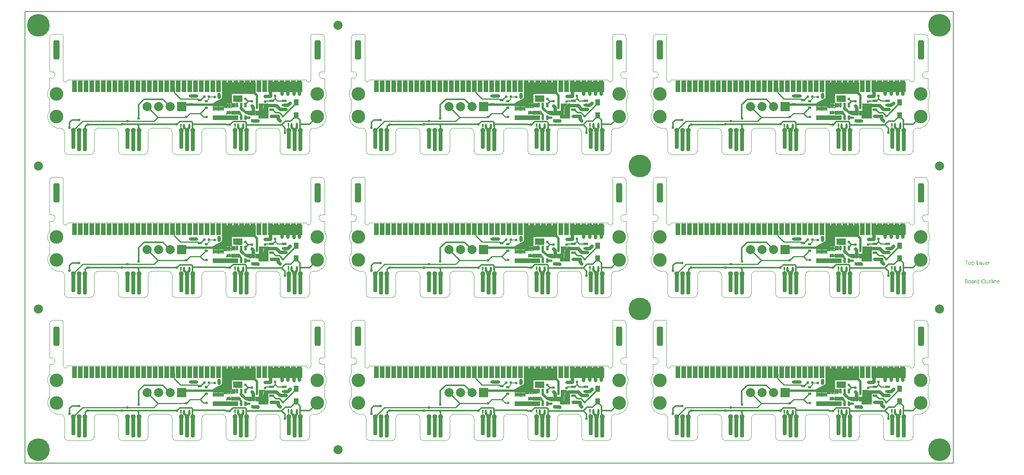
<source format=gtl>
G04*
G04 #@! TF.GenerationSoftware,Altium Limited,Altium Designer,21.9.2 (33)*
G04*
G04 Layer_Physical_Order=1*
G04 Layer_Color=255*
%FSAX25Y25*%
%MOIN*%
G70*
G04*
G04 #@! TF.SameCoordinates,9AFEED1E-AE17-47F1-92C9-C8DABB606C96*
G04*
G04*
G04 #@! TF.FilePolarity,Positive*
G04*
G01*
G75*
%ADD10C,0.07874*%
%ADD11R,0.04331X0.05315*%
%ADD12R,0.01575X0.02756*%
%ADD13R,0.02362X0.03937*%
%ADD14R,0.03937X0.02362*%
%ADD15R,0.03937X0.09843*%
G04:AMPARAMS|DCode=16|XSize=35.43mil|YSize=188.98mil|CornerRadius=13.82mil|HoleSize=0mil|Usage=FLASHONLY|Rotation=180.000|XOffset=0mil|YOffset=0mil|HoleType=Round|Shape=RoundedRectangle|*
%AMROUNDEDRECTD16*
21,1,0.03543,0.16134,0,0,180.0*
21,1,0.00780,0.18898,0,0,180.0*
1,1,0.02764,-0.00390,0.08067*
1,1,0.02764,0.00390,0.08067*
1,1,0.02764,0.00390,-0.08067*
1,1,0.02764,-0.00390,-0.08067*
%
%ADD16ROUNDEDRECTD16*%
G04:AMPARAMS|DCode=17|XSize=35.43mil|YSize=169.29mil|CornerRadius=13.82mil|HoleSize=0mil|Usage=FLASHONLY|Rotation=180.000|XOffset=0mil|YOffset=0mil|HoleType=Round|Shape=RoundedRectangle|*
%AMROUNDEDRECTD17*
21,1,0.03543,0.14165,0,0,180.0*
21,1,0.00780,0.16929,0,0,180.0*
1,1,0.02764,-0.00390,0.07083*
1,1,0.02764,0.00390,0.07083*
1,1,0.02764,0.00390,-0.07083*
1,1,0.02764,-0.00390,-0.07083*
%
%ADD17ROUNDEDRECTD17*%
%ADD18R,0.01968X0.02165*%
%ADD19R,0.01968X0.02165*%
%ADD20R,0.03543X0.02362*%
%ADD21R,0.03150X0.02362*%
%ADD22R,0.02165X0.01968*%
%ADD23R,0.08661X0.03150*%
%ADD24R,0.03543X0.03150*%
%ADD25C,0.01197*%
%ADD26C,0.00984*%
%ADD27C,0.01181*%
%ADD28C,0.03000*%
%ADD29C,0.01000*%
%ADD30C,0.01968*%
%ADD31C,0.00591*%
%ADD32C,0.01339*%
%ADD33C,0.00800*%
%ADD34C,0.01199*%
%ADD35R,0.21969X0.04379*%
%ADD36C,0.00787*%
%ADD37C,0.00394*%
%ADD38C,0.19685*%
G04:AMPARAMS|DCode=39|XSize=51.18mil|YSize=169.29mil|CornerRadius=12.8mil|HoleSize=0mil|Usage=FLASHONLY|Rotation=0.000|XOffset=0mil|YOffset=0mil|HoleType=Round|Shape=RoundedRectangle|*
%AMROUNDEDRECTD39*
21,1,0.05118,0.14370,0,0,0.0*
21,1,0.02559,0.16929,0,0,0.0*
1,1,0.02559,0.01280,-0.07185*
1,1,0.02559,-0.01280,-0.07185*
1,1,0.02559,-0.01280,0.07185*
1,1,0.02559,0.01280,0.07185*
%
%ADD39ROUNDEDRECTD39*%
%ADD40C,0.04370*%
%ADD41R,0.07874X0.07874*%
%ADD42C,0.11811*%
%ADD43C,0.02362*%
G36*
X0744849Y0303222D02*
X0744147D01*
Y0307644D01*
X0740210D01*
Y0303222D01*
X0739148D01*
Y0307644D01*
X0735211D01*
Y0303222D01*
X0734148D01*
Y0307644D01*
X0730210D01*
Y0303222D01*
X0729147D01*
Y0307644D01*
X0725211D01*
Y0303222D01*
X0724148D01*
Y0307644D01*
X0720211D01*
Y0303222D01*
X0719147D01*
Y0307644D01*
X0717179D01*
Y0308644D01*
X0719147D01*
Y0312101D01*
X0720211D01*
Y0308644D01*
X0724148D01*
Y0312101D01*
X0725211D01*
Y0308644D01*
X0729147D01*
Y0312101D01*
X0730210D01*
Y0308644D01*
X0734148D01*
Y0312101D01*
X0735211D01*
Y0308644D01*
X0739148D01*
Y0312101D01*
X0740210D01*
Y0308644D01*
X0744147D01*
Y0312101D01*
X0744849D01*
Y0303222D01*
D02*
G37*
G36*
X0704285Y0301293D02*
X0683586D01*
Y0293440D01*
X0686753Y0293456D01*
Y0292189D01*
X0687934D01*
X0689115D01*
Y0293467D01*
X0689148Y0293467D01*
Y0289720D01*
X0683686Y0289629D01*
Y0289228D01*
X0678686D01*
X0676711Y0289259D01*
X0676679Y0286856D01*
X0667179D01*
Y0293467D01*
X0675151Y0297701D01*
X0675151Y0311136D01*
X0675211Y0311195D01*
Y0308644D01*
X0679147D01*
Y0311530D01*
X0680210D01*
Y0308644D01*
X0684148D01*
Y0311530D01*
X0685211D01*
Y0308644D01*
X0689148D01*
Y0311530D01*
X0690210D01*
Y0308644D01*
X0694147D01*
Y0311530D01*
X0695211D01*
Y0308644D01*
X0699148D01*
Y0311530D01*
X0700211D01*
Y0308644D01*
X0704147D01*
Y0311530D01*
X0704285D01*
Y0301293D01*
D02*
G37*
G36*
X0483041Y0303222D02*
X0482339D01*
Y0307644D01*
X0478402D01*
Y0303222D01*
X0477339D01*
Y0307644D01*
X0473402D01*
Y0303222D01*
X0472339D01*
Y0307644D01*
X0468402D01*
Y0303222D01*
X0467339D01*
Y0307644D01*
X0463402D01*
Y0303222D01*
X0462339D01*
Y0307644D01*
X0458402D01*
Y0303222D01*
X0457339D01*
Y0307644D01*
X0455371D01*
Y0308644D01*
X0457339D01*
Y0312101D01*
X0458402D01*
Y0308644D01*
X0462339D01*
Y0312101D01*
X0463402D01*
Y0308644D01*
X0467339D01*
Y0312101D01*
X0468402D01*
Y0308644D01*
X0472339D01*
Y0312101D01*
X0473402D01*
Y0308644D01*
X0477339D01*
Y0312101D01*
X0478402D01*
Y0308644D01*
X0482339D01*
Y0312101D01*
X0483041D01*
Y0303222D01*
D02*
G37*
G36*
X0442477Y0301293D02*
X0421778D01*
Y0293440D01*
X0424945Y0293456D01*
Y0292189D01*
X0426126D01*
X0427307D01*
Y0293467D01*
X0427339Y0293467D01*
Y0289720D01*
X0421878Y0289629D01*
Y0289228D01*
X0416878D01*
X0414902Y0289259D01*
X0414871Y0286856D01*
X0405371D01*
Y0293467D01*
X0413343Y0297701D01*
X0413343Y0311136D01*
X0413402Y0311195D01*
Y0308644D01*
X0417339D01*
Y0311530D01*
X0418402D01*
Y0308644D01*
X0422339D01*
Y0311530D01*
X0423402D01*
Y0308644D01*
X0427339D01*
Y0311530D01*
X0428402D01*
Y0308644D01*
X0432339D01*
Y0311530D01*
X0433402D01*
Y0308644D01*
X0437339D01*
Y0311530D01*
X0438402D01*
Y0308644D01*
X0442339D01*
Y0311530D01*
X0442477D01*
Y0301293D01*
D02*
G37*
G36*
X0221233Y0303222D02*
X0220531D01*
Y0307644D01*
X0216594D01*
Y0303222D01*
X0215531D01*
Y0307644D01*
X0211594D01*
Y0303222D01*
X0210531D01*
Y0307644D01*
X0206594D01*
Y0303222D01*
X0205531D01*
Y0307644D01*
X0201594D01*
Y0303222D01*
X0200531D01*
Y0307644D01*
X0196594D01*
Y0303222D01*
X0195531D01*
Y0307644D01*
X0193562D01*
Y0308644D01*
X0195531D01*
Y0312101D01*
X0196594D01*
Y0308644D01*
X0200531D01*
Y0312101D01*
X0201594D01*
Y0308644D01*
X0205531D01*
Y0312101D01*
X0206594D01*
Y0308644D01*
X0210531D01*
Y0312101D01*
X0211594D01*
Y0308644D01*
X0215531D01*
Y0312101D01*
X0216594D01*
Y0308644D01*
X0220531D01*
Y0312101D01*
X0221233D01*
Y0303222D01*
D02*
G37*
G36*
X0180669Y0301293D02*
X0159970D01*
Y0293440D01*
X0163136Y0293456D01*
Y0292189D01*
X0164318D01*
X0165498D01*
Y0293467D01*
X0165531Y0293467D01*
Y0289720D01*
X0160070Y0289629D01*
Y0289228D01*
X0155070D01*
X0153094Y0289259D01*
X0153062Y0286856D01*
X0143562D01*
Y0293467D01*
X0151535Y0297701D01*
X0151535Y0311136D01*
X0151594Y0311195D01*
Y0308644D01*
X0155531D01*
Y0311530D01*
X0156594D01*
Y0308644D01*
X0160531D01*
Y0311530D01*
X0161594D01*
Y0308644D01*
X0165531D01*
Y0311530D01*
X0166594D01*
Y0308644D01*
X0170531D01*
Y0311530D01*
X0171594D01*
Y0308644D01*
X0175531D01*
Y0311530D01*
X0176594D01*
Y0308644D01*
X0180531D01*
Y0311530D01*
X0180669D01*
Y0301293D01*
D02*
G37*
G36*
X0692806Y0294543D02*
X0686002D01*
X0686198Y0294582D01*
X0686589Y0294843D01*
X0686824Y0295195D01*
X0685737D01*
Y0295695D01*
X0685237D01*
Y0296781D01*
X0684886Y0296546D01*
X0684749Y0296341D01*
Y0298258D01*
X0684891Y0298044D01*
X0685243Y0297809D01*
Y0298896D01*
Y0299982D01*
X0684891Y0299747D01*
X0684749Y0299534D01*
Y0300108D01*
X0692806D01*
Y0294543D01*
D02*
G37*
G36*
X0430998D02*
X0424193D01*
X0424390Y0294582D01*
X0424780Y0294843D01*
X0425015Y0295195D01*
X0423929D01*
Y0295695D01*
X0423429D01*
Y0296781D01*
X0423077Y0296546D01*
X0422940Y0296341D01*
Y0298258D01*
X0423083Y0298044D01*
X0423435Y0297809D01*
Y0298896D01*
Y0299982D01*
X0423083Y0299747D01*
X0422940Y0299534D01*
Y0300108D01*
X0430998D01*
Y0294543D01*
D02*
G37*
G36*
X0169189D02*
X0162385D01*
X0162581Y0294582D01*
X0162972Y0294843D01*
X0163207Y0295195D01*
X0162120D01*
Y0295695D01*
X0161620D01*
Y0296781D01*
X0161269Y0296546D01*
X0161132Y0296341D01*
Y0298258D01*
X0161275Y0298044D01*
X0161626Y0297809D01*
Y0298896D01*
Y0299982D01*
X0161275Y0299747D01*
X0161132Y0299534D01*
Y0300108D01*
X0169189D01*
Y0294543D01*
D02*
G37*
G36*
X0715312Y0292968D02*
Y0292817D01*
X0713791D01*
X0713206Y0292700D01*
X0712710Y0292369D01*
X0712019Y0291679D01*
X0711131D01*
Y0291085D01*
X0710801Y0290591D01*
X0710684Y0290005D01*
Y0288581D01*
X0710445Y0288421D01*
X0710113Y0287925D01*
X0709997Y0287339D01*
Y0283426D01*
X0710593Y0282830D01*
X0712989D01*
Y0282543D01*
X0713973D01*
X0714958D01*
Y0282830D01*
X0715312D01*
X0714958D01*
Y0283126D01*
X0713743D01*
Y0289077D01*
X0714424Y0289758D01*
X0715312D01*
X0715312Y0282830D01*
Y0280191D01*
X0706567D01*
Y0282830D01*
X0698761Y0282830D01*
X0695143Y0284307D01*
X0690493Y0288244D01*
Y0289720D01*
X0691174D01*
Y0291689D01*
X0692174D01*
Y0289720D01*
X0692679D01*
X0695414Y0286774D01*
X0700650Y0286813D01*
Y0286080D01*
X0700407D01*
Y0285006D01*
X0702179D01*
X0703951D01*
Y0286080D01*
X0703708D01*
Y0286835D01*
X0706567Y0286856D01*
D01*
D01*
X0707179Y0286860D01*
X0707179Y0292968D01*
X0715312Y0292968D01*
D02*
G37*
G36*
X0453504D02*
Y0292817D01*
X0451983D01*
X0451397Y0292700D01*
X0450901Y0292369D01*
X0450211Y0291679D01*
X0449323D01*
Y0291085D01*
X0448992Y0290591D01*
X0448876Y0290005D01*
Y0288581D01*
X0448636Y0288421D01*
X0448305Y0287925D01*
X0448189Y0287339D01*
Y0283426D01*
X0448784Y0282830D01*
X0451181D01*
Y0282543D01*
X0452165D01*
X0453149D01*
Y0282830D01*
X0453504D01*
X0453149D01*
Y0283126D01*
X0451935D01*
Y0289077D01*
X0452616Y0289758D01*
X0453504D01*
X0453504Y0282830D01*
Y0280191D01*
X0444759D01*
Y0282830D01*
X0436952Y0282830D01*
X0433334Y0284307D01*
X0428685Y0288244D01*
Y0289720D01*
X0429366D01*
Y0291689D01*
X0430366D01*
Y0289720D01*
X0430871D01*
X0433606Y0286774D01*
X0438841Y0286813D01*
Y0286080D01*
X0438599D01*
Y0285006D01*
X0440371D01*
X0442142D01*
Y0286080D01*
X0441900D01*
Y0286835D01*
X0444759Y0286856D01*
D01*
D01*
X0445371Y0286860D01*
X0445371Y0292968D01*
X0453504Y0292968D01*
D02*
G37*
G36*
X0191695D02*
Y0292817D01*
X0190174D01*
X0189589Y0292700D01*
X0189093Y0292369D01*
X0188403Y0291679D01*
X0187514D01*
Y0291085D01*
X0187184Y0290591D01*
X0187068Y0290005D01*
Y0288581D01*
X0186828Y0288421D01*
X0186497Y0287925D01*
X0186380Y0287339D01*
Y0283426D01*
X0186976Y0282830D01*
X0189372D01*
Y0282543D01*
X0190357D01*
X0191341D01*
Y0282830D01*
X0191695D01*
X0191341D01*
Y0283126D01*
X0190127D01*
Y0289077D01*
X0190808Y0289758D01*
X0191695D01*
X0191695Y0282830D01*
Y0280191D01*
X0182950D01*
Y0282830D01*
X0175144Y0282830D01*
X0171526Y0284307D01*
X0166876Y0288244D01*
Y0289720D01*
X0167558D01*
Y0291689D01*
X0168558D01*
Y0289720D01*
X0169062D01*
X0171798Y0286774D01*
X0177033Y0286813D01*
Y0286080D01*
X0176791D01*
Y0285006D01*
X0178562D01*
X0180334D01*
Y0286080D01*
X0180092D01*
Y0286835D01*
X0182950Y0286856D01*
D01*
D01*
X0183562Y0286860D01*
X0183562Y0292968D01*
X0191695Y0292968D01*
D02*
G37*
G36*
X0678997Y0286686D02*
X0690336D01*
X0691305Y0285174D01*
X0692806Y0282830D01*
X0692174D01*
Y0280862D01*
X0691674D01*
Y0280362D01*
X0690493D01*
Y0278920D01*
X0690477Y0278921D01*
Y0283573D01*
X0689153D01*
X0689148Y0283575D01*
X0682958D01*
Y0284594D01*
X0681186D01*
Y0285094D01*
D01*
Y0284594D01*
X0679415D01*
Y0283575D01*
X0678838D01*
X0678909Y0286774D01*
X0678997Y0286686D01*
D02*
G37*
G36*
X0417189D02*
X0428527D01*
X0429496Y0285174D01*
X0430998Y0282830D01*
X0430366D01*
Y0280862D01*
X0429866D01*
Y0280362D01*
X0428685D01*
Y0278920D01*
X0428669Y0278921D01*
Y0283573D01*
X0427345D01*
X0427339Y0283575D01*
X0421150D01*
Y0284594D01*
X0419378D01*
Y0285094D01*
D01*
Y0284594D01*
X0417606D01*
Y0283575D01*
X0417030D01*
X0417101Y0286774D01*
X0417189Y0286686D01*
D02*
G37*
G36*
X0155381D02*
X0166719D01*
X0167688Y0285174D01*
X0169189Y0282830D01*
X0168558D01*
Y0280862D01*
X0168058D01*
Y0280362D01*
X0166876D01*
Y0278920D01*
X0166860Y0278921D01*
Y0283573D01*
X0165537D01*
X0165531Y0283575D01*
X0159341D01*
Y0284594D01*
X0157570D01*
Y0285094D01*
D01*
Y0284594D01*
X0155798D01*
Y0283575D01*
X0155222D01*
X0155292Y0286774D01*
X0155381Y0286686D01*
D02*
G37*
G36*
X0692818Y0278872D02*
X0691785Y0278893D01*
X0692818D01*
Y0278872D01*
D02*
G37*
G36*
X0431010D02*
X0429977Y0278893D01*
X0431010D01*
Y0278872D01*
D02*
G37*
G36*
X0169201D02*
X0168168Y0278893D01*
X0169201D01*
Y0278872D01*
D02*
G37*
G36*
X0744849Y0178855D02*
X0744147D01*
Y0183276D01*
X0740210D01*
Y0178855D01*
X0739148D01*
Y0183276D01*
X0735211D01*
Y0178855D01*
X0734148D01*
Y0183276D01*
X0730210D01*
Y0178855D01*
X0729147D01*
Y0183276D01*
X0725211D01*
Y0178855D01*
X0724148D01*
Y0183276D01*
X0720211D01*
Y0178855D01*
X0719147D01*
Y0183276D01*
X0717179D01*
Y0184276D01*
X0719147D01*
Y0187734D01*
X0720211D01*
Y0184276D01*
X0724148D01*
Y0187734D01*
X0725211D01*
Y0184276D01*
X0729147D01*
Y0187734D01*
X0730210D01*
Y0184276D01*
X0734148D01*
Y0187734D01*
X0735211D01*
Y0184276D01*
X0739148D01*
Y0187734D01*
X0740210D01*
Y0184276D01*
X0744147D01*
Y0187734D01*
X0744849D01*
Y0178855D01*
D02*
G37*
G36*
X0704285Y0176926D02*
X0683586D01*
Y0169073D01*
X0686753Y0169088D01*
Y0167822D01*
X0687934D01*
X0689115D01*
Y0169100D01*
X0689148Y0169100D01*
Y0165353D01*
X0683686Y0165261D01*
Y0164861D01*
X0678686D01*
X0676711Y0164892D01*
X0676679Y0162489D01*
X0667179D01*
Y0169100D01*
X0675151Y0173333D01*
X0675151Y0186769D01*
X0675211Y0186828D01*
Y0184276D01*
X0679147D01*
Y0187162D01*
X0680210D01*
Y0184276D01*
X0684148D01*
Y0187162D01*
X0685211D01*
Y0184276D01*
X0689148D01*
Y0187162D01*
X0690210D01*
Y0184276D01*
X0694147D01*
Y0187162D01*
X0695211D01*
Y0184276D01*
X0699148D01*
Y0187162D01*
X0700211D01*
Y0184276D01*
X0704147D01*
Y0187162D01*
X0704285D01*
Y0176926D01*
D02*
G37*
G36*
X0483041Y0178855D02*
X0482339D01*
Y0183276D01*
X0478402D01*
Y0178855D01*
X0477339D01*
Y0183276D01*
X0473402D01*
Y0178855D01*
X0472339D01*
Y0183276D01*
X0468402D01*
Y0178855D01*
X0467339D01*
Y0183276D01*
X0463402D01*
Y0178855D01*
X0462339D01*
Y0183276D01*
X0458402D01*
Y0178855D01*
X0457339D01*
Y0183276D01*
X0455371D01*
Y0184276D01*
X0457339D01*
Y0187734D01*
X0458402D01*
Y0184276D01*
X0462339D01*
Y0187734D01*
X0463402D01*
Y0184276D01*
X0467339D01*
Y0187734D01*
X0468402D01*
Y0184276D01*
X0472339D01*
Y0187734D01*
X0473402D01*
Y0184276D01*
X0477339D01*
Y0187734D01*
X0478402D01*
Y0184276D01*
X0482339D01*
Y0187734D01*
X0483041D01*
Y0178855D01*
D02*
G37*
G36*
X0442477Y0176926D02*
X0421778D01*
Y0169073D01*
X0424945Y0169088D01*
Y0167822D01*
X0426126D01*
X0427307D01*
Y0169100D01*
X0427339Y0169100D01*
Y0165353D01*
X0421878Y0165261D01*
Y0164861D01*
X0416878D01*
X0414902Y0164892D01*
X0414871Y0162489D01*
X0405371D01*
Y0169100D01*
X0413343Y0173333D01*
X0413343Y0186769D01*
X0413402Y0186828D01*
Y0184276D01*
X0417339D01*
Y0187162D01*
X0418402D01*
Y0184276D01*
X0422339D01*
Y0187162D01*
X0423402D01*
Y0184276D01*
X0427339D01*
Y0187162D01*
X0428402D01*
Y0184276D01*
X0432339D01*
Y0187162D01*
X0433402D01*
Y0184276D01*
X0437339D01*
Y0187162D01*
X0438402D01*
Y0184276D01*
X0442339D01*
Y0187162D01*
X0442477D01*
Y0176926D01*
D02*
G37*
G36*
X0221233Y0178855D02*
X0220531D01*
Y0183276D01*
X0216594D01*
Y0178855D01*
X0215531D01*
Y0183276D01*
X0211594D01*
Y0178855D01*
X0210531D01*
Y0183276D01*
X0206594D01*
Y0178855D01*
X0205531D01*
Y0183276D01*
X0201594D01*
Y0178855D01*
X0200531D01*
Y0183276D01*
X0196594D01*
Y0178855D01*
X0195531D01*
Y0183276D01*
X0193562D01*
Y0184276D01*
X0195531D01*
Y0187734D01*
X0196594D01*
Y0184276D01*
X0200531D01*
Y0187734D01*
X0201594D01*
Y0184276D01*
X0205531D01*
Y0187734D01*
X0206594D01*
Y0184276D01*
X0210531D01*
Y0187734D01*
X0211594D01*
Y0184276D01*
X0215531D01*
Y0187734D01*
X0216594D01*
Y0184276D01*
X0220531D01*
Y0187734D01*
X0221233D01*
Y0178855D01*
D02*
G37*
G36*
X0180669Y0176926D02*
X0159970D01*
Y0169073D01*
X0163136Y0169088D01*
Y0167822D01*
X0164318D01*
X0165498D01*
Y0169100D01*
X0165531Y0169100D01*
Y0165353D01*
X0160070Y0165261D01*
Y0164861D01*
X0155070D01*
X0153094Y0164892D01*
X0153062Y0162489D01*
X0143562D01*
Y0169100D01*
X0151535Y0173333D01*
X0151535Y0186769D01*
X0151594Y0186828D01*
Y0184276D01*
X0155531D01*
Y0187162D01*
X0156594D01*
Y0184276D01*
X0160531D01*
Y0187162D01*
X0161594D01*
Y0184276D01*
X0165531D01*
Y0187162D01*
X0166594D01*
Y0184276D01*
X0170531D01*
Y0187162D01*
X0171594D01*
Y0184276D01*
X0175531D01*
Y0187162D01*
X0176594D01*
Y0184276D01*
X0180531D01*
Y0187162D01*
X0180669D01*
Y0176926D01*
D02*
G37*
G36*
X0692806Y0170176D02*
X0686002D01*
X0686198Y0170215D01*
X0686589Y0170476D01*
X0686824Y0170827D01*
X0685737D01*
Y0171327D01*
X0685237D01*
Y0172414D01*
X0684886Y0172179D01*
X0684749Y0171974D01*
Y0173890D01*
X0684891Y0173677D01*
X0685243Y0173442D01*
Y0174528D01*
Y0175615D01*
X0684891Y0175380D01*
X0684749Y0175166D01*
Y0175740D01*
X0692806D01*
Y0170176D01*
D02*
G37*
G36*
X0430998D02*
X0424193D01*
X0424390Y0170215D01*
X0424780Y0170476D01*
X0425015Y0170827D01*
X0423929D01*
Y0171327D01*
X0423429D01*
Y0172414D01*
X0423077Y0172179D01*
X0422940Y0171974D01*
Y0173890D01*
X0423083Y0173677D01*
X0423435Y0173442D01*
Y0174528D01*
Y0175615D01*
X0423083Y0175380D01*
X0422940Y0175166D01*
Y0175740D01*
X0430998D01*
Y0170176D01*
D02*
G37*
G36*
X0169189D02*
X0162385D01*
X0162581Y0170215D01*
X0162972Y0170476D01*
X0163207Y0170827D01*
X0162120D01*
Y0171327D01*
X0161620D01*
Y0172414D01*
X0161269Y0172179D01*
X0161132Y0171974D01*
Y0173890D01*
X0161275Y0173677D01*
X0161626Y0173442D01*
Y0174528D01*
Y0175615D01*
X0161275Y0175380D01*
X0161132Y0175166D01*
Y0175740D01*
X0169189D01*
Y0170176D01*
D02*
G37*
G36*
X0715312Y0168601D02*
Y0168449D01*
X0713791D01*
X0713206Y0168333D01*
X0712710Y0168001D01*
X0712019Y0167311D01*
X0711131D01*
Y0166718D01*
X0710801Y0166224D01*
X0710684Y0165638D01*
Y0164214D01*
X0710445Y0164054D01*
X0710113Y0163558D01*
X0709997Y0162972D01*
Y0159059D01*
X0710593Y0158463D01*
X0712989D01*
Y0158176D01*
X0713973D01*
X0714958D01*
Y0158463D01*
X0715312D01*
X0714958D01*
Y0158759D01*
X0713743D01*
Y0164709D01*
X0714424Y0165391D01*
X0715312D01*
X0715312Y0158463D01*
Y0155824D01*
X0706567D01*
Y0158463D01*
X0698761Y0158463D01*
X0695143Y0159940D01*
X0690493Y0163877D01*
Y0165353D01*
X0691174D01*
Y0167322D01*
X0692174D01*
Y0165353D01*
X0692679D01*
X0695414Y0162407D01*
X0700650Y0162445D01*
Y0161713D01*
X0700407D01*
Y0160638D01*
X0702179D01*
X0703951D01*
Y0161713D01*
X0703708D01*
Y0162468D01*
X0706567Y0162489D01*
D01*
D01*
X0707179Y0162493D01*
X0707179Y0168601D01*
X0715312Y0168601D01*
D02*
G37*
G36*
X0453504D02*
Y0168449D01*
X0451983D01*
X0451397Y0168333D01*
X0450901Y0168001D01*
X0450211Y0167311D01*
X0449323D01*
Y0166718D01*
X0448992Y0166224D01*
X0448876Y0165638D01*
Y0164214D01*
X0448636Y0164054D01*
X0448305Y0163558D01*
X0448189Y0162972D01*
Y0159059D01*
X0448784Y0158463D01*
X0451181D01*
Y0158176D01*
X0452165D01*
X0453149D01*
Y0158463D01*
X0453504D01*
X0453149D01*
Y0158759D01*
X0451935D01*
Y0164709D01*
X0452616Y0165391D01*
X0453504D01*
X0453504Y0158463D01*
Y0155824D01*
X0444759D01*
Y0158463D01*
X0436952Y0158463D01*
X0433334Y0159940D01*
X0428685Y0163877D01*
Y0165353D01*
X0429366D01*
Y0167322D01*
X0430366D01*
Y0165353D01*
X0430871D01*
X0433606Y0162407D01*
X0438841Y0162445D01*
Y0161713D01*
X0438599D01*
Y0160638D01*
X0440371D01*
X0442142D01*
Y0161713D01*
X0441900D01*
Y0162468D01*
X0444759Y0162489D01*
D01*
D01*
X0445371Y0162493D01*
X0445371Y0168601D01*
X0453504Y0168601D01*
D02*
G37*
G36*
X0191695D02*
Y0168449D01*
X0190174D01*
X0189589Y0168333D01*
X0189093Y0168001D01*
X0188403Y0167311D01*
X0187514D01*
Y0166718D01*
X0187184Y0166224D01*
X0187068Y0165638D01*
Y0164214D01*
X0186828Y0164054D01*
X0186497Y0163558D01*
X0186380Y0162972D01*
Y0159059D01*
X0186976Y0158463D01*
X0189372D01*
Y0158176D01*
X0190357D01*
X0191341D01*
Y0158463D01*
X0191695D01*
X0191341D01*
Y0158759D01*
X0190127D01*
Y0164709D01*
X0190808Y0165391D01*
X0191695D01*
X0191695Y0158463D01*
Y0155824D01*
X0182950D01*
Y0158463D01*
X0175144Y0158463D01*
X0171526Y0159940D01*
X0166876Y0163877D01*
Y0165353D01*
X0167558D01*
Y0167322D01*
X0168558D01*
Y0165353D01*
X0169062D01*
X0171798Y0162407D01*
X0177033Y0162445D01*
Y0161713D01*
X0176791D01*
Y0160638D01*
X0178562D01*
X0180334D01*
Y0161713D01*
X0180092D01*
Y0162468D01*
X0182950Y0162489D01*
D01*
D01*
X0183562Y0162493D01*
X0183562Y0168601D01*
X0191695Y0168601D01*
D02*
G37*
G36*
X0803502Y0155418D02*
X0803545Y0155412D01*
X0803589Y0155406D01*
X0803700Y0155381D01*
X0803824Y0155344D01*
X0803948Y0155282D01*
X0804010Y0155245D01*
X0804072Y0155195D01*
X0804127Y0155146D01*
X0804183Y0155084D01*
X0804189Y0155078D01*
X0804195Y0155072D01*
X0804208Y0155047D01*
X0804226Y0155022D01*
X0804245Y0154991D01*
X0804270Y0154948D01*
X0804294Y0154898D01*
X0804319Y0154849D01*
X0804344Y0154787D01*
X0804369Y0154719D01*
X0804393Y0154645D01*
X0804412Y0154564D01*
X0804443Y0154385D01*
X0804455Y0154285D01*
Y0154180D01*
Y0154174D01*
Y0154155D01*
Y0154118D01*
X0804449Y0154075D01*
Y0154025D01*
X0804437Y0153964D01*
X0804431Y0153895D01*
X0804418Y0153821D01*
X0804381Y0153660D01*
X0804325Y0153493D01*
X0804288Y0153413D01*
X0804251Y0153332D01*
X0804202Y0153252D01*
X0804146Y0153177D01*
X0804140Y0153171D01*
X0804134Y0153159D01*
X0804115Y0153140D01*
X0804090Y0153122D01*
X0804059Y0153091D01*
X0804022Y0153060D01*
X0803979Y0153023D01*
X0803929Y0152992D01*
X0803874Y0152955D01*
X0803812Y0152917D01*
X0803663Y0152862D01*
X0803583Y0152837D01*
X0803502Y0152818D01*
X0803409Y0152806D01*
X0803310Y0152800D01*
X0803261D01*
X0803230Y0152806D01*
X0803186Y0152812D01*
X0803143Y0152825D01*
X0803032Y0152849D01*
X0802914Y0152899D01*
X0802846Y0152936D01*
X0802784Y0152973D01*
X0802722Y0153023D01*
X0802666Y0153078D01*
X0802605Y0153140D01*
X0802555Y0153215D01*
X0802543D01*
Y0151704D01*
X0802140D01*
Y0155369D01*
X0802543D01*
Y0154923D01*
X0802555D01*
X0802561Y0154929D01*
X0802567Y0154948D01*
X0802586Y0154973D01*
X0802611Y0155003D01*
X0802642Y0155041D01*
X0802679Y0155084D01*
X0802722Y0155127D01*
X0802778Y0155177D01*
X0802834Y0155220D01*
X0802896Y0155263D01*
X0802970Y0155307D01*
X0803044Y0155344D01*
X0803131Y0155381D01*
X0803224Y0155406D01*
X0803316Y0155418D01*
X0803422Y0155424D01*
X0803471D01*
X0803502Y0155418D01*
D02*
G37*
G36*
X0817615Y0155406D02*
X0817690Y0155400D01*
X0817733Y0155387D01*
X0817764Y0155375D01*
Y0154960D01*
X0817758Y0154966D01*
X0817745Y0154973D01*
X0817721Y0154985D01*
X0817690Y0155003D01*
X0817646Y0155016D01*
X0817591Y0155028D01*
X0817529Y0155034D01*
X0817461Y0155041D01*
X0817448D01*
X0817417Y0155034D01*
X0817368Y0155028D01*
X0817312Y0155010D01*
X0817238Y0154979D01*
X0817170Y0154935D01*
X0817095Y0154874D01*
X0817027Y0154793D01*
X0817021Y0154781D01*
X0817002Y0154750D01*
X0816972Y0154694D01*
X0816941Y0154620D01*
X0816910Y0154527D01*
X0816879Y0154409D01*
X0816860Y0154279D01*
X0816854Y0154131D01*
Y0152856D01*
X0816452D01*
Y0155369D01*
X0816854D01*
Y0154849D01*
X0816866D01*
Y0154855D01*
X0816873Y0154861D01*
X0816885Y0154892D01*
X0816903Y0154942D01*
X0816934Y0155003D01*
X0816965Y0155065D01*
X0817015Y0155133D01*
X0817064Y0155201D01*
X0817126Y0155263D01*
X0817132Y0155270D01*
X0817157Y0155288D01*
X0817194Y0155313D01*
X0817244Y0155338D01*
X0817300Y0155362D01*
X0817368Y0155387D01*
X0817442Y0155406D01*
X0817523Y0155412D01*
X0817578D01*
X0817615Y0155406D01*
D02*
G37*
G36*
X0678997Y0162319D02*
X0690336D01*
X0691305Y0160807D01*
X0692806Y0158463D01*
X0692174D01*
Y0156495D01*
X0691674D01*
Y0155995D01*
X0690493D01*
Y0154553D01*
X0690477Y0154553D01*
Y0159206D01*
X0689153D01*
X0689148Y0159208D01*
X0682958D01*
Y0160227D01*
X0681186D01*
Y0160727D01*
D01*
Y0160227D01*
X0679415D01*
Y0159208D01*
X0678838D01*
X0678909Y0162407D01*
X0678997Y0162319D01*
D02*
G37*
G36*
X0417189D02*
X0428527D01*
X0429496Y0160807D01*
X0430998Y0158463D01*
X0430366D01*
Y0156495D01*
X0429866D01*
Y0155995D01*
X0428685D01*
Y0154553D01*
X0428669Y0154553D01*
Y0159206D01*
X0427345D01*
X0427339Y0159208D01*
X0421150D01*
Y0160227D01*
X0419378D01*
Y0160727D01*
D01*
Y0160227D01*
X0417606D01*
Y0159208D01*
X0417030D01*
X0417101Y0162407D01*
X0417189Y0162319D01*
D02*
G37*
G36*
X0155381D02*
X0166719D01*
X0167688Y0160807D01*
X0169189Y0158463D01*
X0168558D01*
Y0156495D01*
X0168058D01*
Y0155995D01*
X0166876D01*
Y0154553D01*
X0166860Y0154553D01*
Y0159206D01*
X0165537D01*
X0165531Y0159208D01*
X0159341D01*
Y0160227D01*
X0157570D01*
Y0160727D01*
D01*
Y0160227D01*
X0155798D01*
Y0159208D01*
X0155222D01*
X0155292Y0162407D01*
X0155381Y0162319D01*
D02*
G37*
G36*
X0692818Y0154505D02*
X0691785Y0154526D01*
X0692818D01*
Y0154505D01*
D02*
G37*
G36*
X0431010D02*
X0429977Y0154526D01*
X0431010D01*
Y0154505D01*
D02*
G37*
G36*
X0169201D02*
X0168168Y0154526D01*
X0169201D01*
Y0154505D01*
D02*
G37*
G36*
X0812236Y0152453D02*
X0812230Y0152447D01*
X0812224Y0152422D01*
X0812205Y0152379D01*
X0812181Y0152329D01*
X0812150Y0152274D01*
X0812106Y0152206D01*
X0812063Y0152137D01*
X0812013Y0152063D01*
X0811952Y0151989D01*
X0811890Y0151921D01*
X0811815Y0151853D01*
X0811735Y0151797D01*
X0811654Y0151748D01*
X0811561Y0151704D01*
X0811469Y0151679D01*
X0811363Y0151673D01*
X0811308D01*
X0811271Y0151679D01*
X0811190Y0151692D01*
X0811104Y0151710D01*
Y0152069D01*
X0811110D01*
X0811128Y0152063D01*
X0811153Y0152057D01*
X0811184Y0152051D01*
X0811258Y0152032D01*
X0811339Y0152026D01*
X0811351D01*
X0811388Y0152032D01*
X0811444Y0152045D01*
X0811512Y0152069D01*
X0811586Y0152113D01*
X0811623Y0152144D01*
X0811661Y0152181D01*
X0811698Y0152218D01*
X0811735Y0152268D01*
X0811766Y0152323D01*
X0811797Y0152385D01*
X0812001Y0152856D01*
X0811017Y0155369D01*
X0811462D01*
X0812143Y0153431D01*
Y0153425D01*
X0812150Y0153413D01*
X0812156Y0153394D01*
X0812162Y0153369D01*
X0812168Y0153332D01*
X0812181Y0153295D01*
X0812193Y0153239D01*
X0812212D01*
Y0153252D01*
X0812224Y0153289D01*
X0812236Y0153345D01*
X0812261Y0153425D01*
X0812973Y0155369D01*
X0813388D01*
X0812236Y0152453D01*
D02*
G37*
G36*
X0809828Y0155418D02*
X0809884Y0155412D01*
X0809952Y0155393D01*
X0810026Y0155375D01*
X0810107Y0155344D01*
X0810194Y0155307D01*
X0810274Y0155257D01*
X0810355Y0155195D01*
X0810429Y0155121D01*
X0810497Y0155028D01*
X0810553Y0154923D01*
X0810596Y0154799D01*
X0810621Y0154657D01*
X0810633Y0154490D01*
Y0152856D01*
X0810231D01*
Y0153245D01*
X0810218D01*
Y0153239D01*
X0810206Y0153227D01*
X0810194Y0153202D01*
X0810169Y0153177D01*
X0810107Y0153103D01*
X0810026Y0153023D01*
X0809915Y0152942D01*
X0809785Y0152868D01*
X0809704Y0152843D01*
X0809624Y0152818D01*
X0809537Y0152806D01*
X0809445Y0152800D01*
X0809407D01*
X0809383Y0152806D01*
X0809315Y0152812D01*
X0809234Y0152825D01*
X0809135Y0152849D01*
X0809042Y0152880D01*
X0808943Y0152930D01*
X0808856Y0152992D01*
X0808850Y0153004D01*
X0808825Y0153029D01*
X0808788Y0153072D01*
X0808751Y0153134D01*
X0808714Y0153208D01*
X0808677Y0153295D01*
X0808652Y0153400D01*
X0808646Y0153518D01*
Y0153524D01*
Y0153549D01*
X0808652Y0153586D01*
X0808658Y0153629D01*
X0808671Y0153685D01*
X0808689Y0153747D01*
X0808714Y0153815D01*
X0808751Y0153883D01*
X0808795Y0153957D01*
X0808850Y0154032D01*
X0808918Y0154100D01*
X0808999Y0154162D01*
X0809092Y0154224D01*
X0809203Y0154273D01*
X0809327Y0154310D01*
X0809476Y0154341D01*
X0810231Y0154446D01*
Y0154453D01*
Y0154471D01*
X0810225Y0154508D01*
Y0154545D01*
X0810212Y0154595D01*
X0810206Y0154651D01*
X0810169Y0154768D01*
X0810138Y0154824D01*
X0810107Y0154880D01*
X0810063Y0154935D01*
X0810014Y0154985D01*
X0809952Y0155028D01*
X0809884Y0155059D01*
X0809804Y0155078D01*
X0809711Y0155084D01*
X0809667D01*
X0809636Y0155078D01*
X0809593D01*
X0809550Y0155065D01*
X0809438Y0155047D01*
X0809315Y0155010D01*
X0809178Y0154954D01*
X0809104Y0154917D01*
X0809036Y0154880D01*
X0808962Y0154830D01*
X0808894Y0154774D01*
Y0155189D01*
X0808900D01*
X0808912Y0155201D01*
X0808931Y0155214D01*
X0808962Y0155226D01*
X0808993Y0155245D01*
X0809036Y0155263D01*
X0809085Y0155282D01*
X0809141Y0155307D01*
X0809265Y0155350D01*
X0809414Y0155387D01*
X0809575Y0155412D01*
X0809748Y0155424D01*
X0809785D01*
X0809828Y0155418D01*
D02*
G37*
G36*
X0806938Y0153227D02*
X0808349D01*
Y0152856D01*
X0806523D01*
Y0156371D01*
X0806938D01*
Y0153227D01*
D02*
G37*
G36*
X0798699Y0156000D02*
X0797683D01*
Y0152856D01*
X0797275D01*
Y0156000D01*
X0796260D01*
Y0156371D01*
X0798699D01*
Y0156000D01*
D02*
G37*
G36*
X0814892Y0155418D02*
X0814935Y0155412D01*
X0814978Y0155406D01*
X0815090Y0155387D01*
X0815214Y0155344D01*
X0815337Y0155288D01*
X0815399Y0155251D01*
X0815461Y0155208D01*
X0815517Y0155158D01*
X0815573Y0155103D01*
X0815579Y0155096D01*
X0815585Y0155090D01*
X0815597Y0155072D01*
X0815616Y0155047D01*
X0815635Y0155010D01*
X0815659Y0154973D01*
X0815684Y0154929D01*
X0815709Y0154874D01*
X0815734Y0154812D01*
X0815758Y0154750D01*
X0815783Y0154675D01*
X0815802Y0154595D01*
X0815820Y0154508D01*
X0815833Y0154422D01*
X0815845Y0154323D01*
Y0154217D01*
Y0154007D01*
X0814069D01*
Y0154001D01*
Y0153988D01*
Y0153970D01*
X0814075Y0153939D01*
X0814081Y0153902D01*
Y0153865D01*
X0814099Y0153765D01*
X0814130Y0153666D01*
X0814167Y0153555D01*
X0814223Y0153450D01*
X0814291Y0153357D01*
X0814304Y0153345D01*
X0814328Y0153320D01*
X0814378Y0153289D01*
X0814446Y0153245D01*
X0814533Y0153202D01*
X0814632Y0153171D01*
X0814749Y0153147D01*
X0814886Y0153134D01*
X0814929D01*
X0814960Y0153140D01*
X0814997D01*
X0815040Y0153147D01*
X0815145Y0153171D01*
X0815263Y0153202D01*
X0815393Y0153252D01*
X0815529Y0153320D01*
X0815597Y0153363D01*
X0815666Y0153413D01*
Y0153035D01*
X0815659D01*
X0815653Y0153023D01*
X0815635Y0153016D01*
X0815604Y0152998D01*
X0815573Y0152979D01*
X0815536Y0152961D01*
X0815486Y0152942D01*
X0815436Y0152917D01*
X0815375Y0152893D01*
X0815306Y0152874D01*
X0815158Y0152837D01*
X0814985Y0152812D01*
X0814793Y0152800D01*
X0814743D01*
X0814706Y0152806D01*
X0814663Y0152812D01*
X0814607Y0152818D01*
X0814489Y0152843D01*
X0814353Y0152880D01*
X0814217Y0152942D01*
X0814149Y0152986D01*
X0814081Y0153029D01*
X0814019Y0153078D01*
X0813957Y0153140D01*
X0813951Y0153147D01*
X0813945Y0153159D01*
X0813932Y0153177D01*
X0813908Y0153202D01*
X0813889Y0153239D01*
X0813864Y0153283D01*
X0813833Y0153332D01*
X0813809Y0153388D01*
X0813778Y0153450D01*
X0813753Y0153524D01*
X0813722Y0153604D01*
X0813703Y0153691D01*
X0813685Y0153784D01*
X0813666Y0153883D01*
X0813660Y0153988D01*
X0813654Y0154100D01*
Y0154106D01*
Y0154124D01*
Y0154155D01*
X0813660Y0154199D01*
X0813666Y0154248D01*
X0813672Y0154304D01*
X0813678Y0154372D01*
X0813697Y0154440D01*
X0813734Y0154589D01*
X0813790Y0154750D01*
X0813827Y0154830D01*
X0813877Y0154904D01*
X0813926Y0154985D01*
X0813982Y0155053D01*
X0813988Y0155059D01*
X0814000Y0155072D01*
X0814019Y0155090D01*
X0814044Y0155109D01*
X0814075Y0155140D01*
X0814112Y0155171D01*
X0814161Y0155201D01*
X0814211Y0155239D01*
X0814328Y0155307D01*
X0814471Y0155369D01*
X0814551Y0155387D01*
X0814632Y0155406D01*
X0814718Y0155418D01*
X0814811Y0155424D01*
X0814861D01*
X0814892Y0155418D01*
D02*
G37*
G36*
X0800401D02*
X0800444Y0155412D01*
X0800500Y0155406D01*
X0800624Y0155381D01*
X0800766Y0155338D01*
X0800908Y0155276D01*
X0800983Y0155239D01*
X0801051Y0155195D01*
X0801119Y0155140D01*
X0801181Y0155078D01*
X0801187Y0155072D01*
X0801193Y0155059D01*
X0801212Y0155041D01*
X0801230Y0155016D01*
X0801255Y0154979D01*
X0801280Y0154935D01*
X0801311Y0154886D01*
X0801342Y0154830D01*
X0801367Y0154762D01*
X0801398Y0154694D01*
X0801422Y0154613D01*
X0801447Y0154527D01*
X0801466Y0154434D01*
X0801484Y0154335D01*
X0801490Y0154230D01*
X0801497Y0154118D01*
Y0154112D01*
Y0154094D01*
Y0154063D01*
X0801490Y0154019D01*
X0801484Y0153970D01*
X0801478Y0153908D01*
X0801466Y0153846D01*
X0801453Y0153772D01*
X0801416Y0153623D01*
X0801354Y0153462D01*
X0801317Y0153382D01*
X0801268Y0153301D01*
X0801218Y0153227D01*
X0801156Y0153159D01*
X0801150Y0153153D01*
X0801138Y0153147D01*
X0801119Y0153128D01*
X0801094Y0153103D01*
X0801057Y0153078D01*
X0801020Y0153047D01*
X0800970Y0153010D01*
X0800915Y0152979D01*
X0800853Y0152948D01*
X0800785Y0152911D01*
X0800710Y0152880D01*
X0800630Y0152856D01*
X0800543Y0152831D01*
X0800451Y0152818D01*
X0800351Y0152806D01*
X0800246Y0152800D01*
X0800191D01*
X0800153Y0152806D01*
X0800110Y0152812D01*
X0800054Y0152818D01*
X0799992Y0152831D01*
X0799924Y0152843D01*
X0799782Y0152886D01*
X0799633Y0152948D01*
X0799559Y0152986D01*
X0799491Y0153035D01*
X0799423Y0153085D01*
X0799355Y0153147D01*
X0799349Y0153153D01*
X0799342Y0153165D01*
X0799324Y0153184D01*
X0799305Y0153208D01*
X0799281Y0153245D01*
X0799250Y0153289D01*
X0799219Y0153338D01*
X0799194Y0153394D01*
X0799163Y0153462D01*
X0799132Y0153530D01*
X0799101Y0153604D01*
X0799076Y0153691D01*
X0799039Y0153877D01*
X0799033Y0153976D01*
X0799027Y0154081D01*
Y0154087D01*
Y0154112D01*
Y0154143D01*
X0799033Y0154186D01*
X0799039Y0154236D01*
X0799045Y0154298D01*
X0799058Y0154366D01*
X0799070Y0154440D01*
X0799107Y0154601D01*
X0799169Y0154762D01*
X0799213Y0154842D01*
X0799256Y0154923D01*
X0799305Y0154997D01*
X0799367Y0155065D01*
X0799373Y0155072D01*
X0799386Y0155084D01*
X0799404Y0155096D01*
X0799429Y0155121D01*
X0799466Y0155146D01*
X0799510Y0155177D01*
X0799559Y0155214D01*
X0799615Y0155245D01*
X0799677Y0155276D01*
X0799751Y0155313D01*
X0799825Y0155344D01*
X0799912Y0155369D01*
X0799999Y0155393D01*
X0800098Y0155412D01*
X0800203Y0155418D01*
X0800308Y0155424D01*
X0800364D01*
X0800401Y0155418D01*
D02*
G37*
G36*
X0820469Y0140433D02*
X0820494D01*
X0820549Y0140408D01*
X0820580Y0140390D01*
X0820611Y0140365D01*
X0820617Y0140358D01*
X0820624Y0140352D01*
X0820655Y0140315D01*
X0820679Y0140253D01*
X0820686Y0140216D01*
X0820692Y0140179D01*
Y0140173D01*
Y0140160D01*
X0820686Y0140142D01*
X0820679Y0140117D01*
X0820661Y0140055D01*
X0820636Y0140024D01*
X0820611Y0139993D01*
X0820605D01*
X0820599Y0139981D01*
X0820562Y0139956D01*
X0820506Y0139931D01*
X0820469Y0139925D01*
X0820432Y0139919D01*
X0820413D01*
X0820395Y0139925D01*
X0820370D01*
X0820308Y0139950D01*
X0820277Y0139962D01*
X0820246Y0139987D01*
Y0139993D01*
X0820234Y0139999D01*
X0820221Y0140018D01*
X0820209Y0140037D01*
X0820184Y0140099D01*
X0820178Y0140136D01*
X0820172Y0140179D01*
Y0140185D01*
Y0140198D01*
X0820178Y0140216D01*
X0820184Y0140247D01*
X0820203Y0140303D01*
X0820221Y0140334D01*
X0820246Y0140365D01*
X0820252Y0140371D01*
X0820259Y0140377D01*
X0820296Y0140402D01*
X0820358Y0140427D01*
X0820395Y0140439D01*
X0820450D01*
X0820469Y0140433D01*
D02*
G37*
G36*
X0808479Y0136768D02*
X0808077D01*
Y0137189D01*
X0808064D01*
Y0137183D01*
X0808052Y0137171D01*
X0808033Y0137146D01*
X0808015Y0137115D01*
X0807984Y0137078D01*
X0807947Y0137041D01*
X0807903Y0136997D01*
X0807854Y0136954D01*
X0807798Y0136905D01*
X0807730Y0136861D01*
X0807662Y0136824D01*
X0807581Y0136787D01*
X0807501Y0136756D01*
X0807408Y0136731D01*
X0807309Y0136719D01*
X0807204Y0136713D01*
X0807160D01*
X0807123Y0136719D01*
X0807086Y0136725D01*
X0807037Y0136731D01*
X0806931Y0136756D01*
X0806808Y0136793D01*
X0806684Y0136855D01*
X0806616Y0136892D01*
X0806560Y0136935D01*
X0806498Y0136991D01*
X0806442Y0137047D01*
Y0137053D01*
X0806430Y0137065D01*
X0806418Y0137084D01*
X0806399Y0137109D01*
X0806380Y0137140D01*
X0806356Y0137183D01*
X0806331Y0137233D01*
X0806306Y0137288D01*
X0806275Y0137350D01*
X0806250Y0137418D01*
X0806226Y0137493D01*
X0806207Y0137573D01*
X0806189Y0137660D01*
X0806176Y0137759D01*
X0806170Y0137858D01*
X0806164Y0137963D01*
Y0137969D01*
Y0137988D01*
Y0138025D01*
X0806170Y0138068D01*
X0806176Y0138118D01*
X0806182Y0138180D01*
X0806189Y0138248D01*
X0806201Y0138322D01*
X0806238Y0138483D01*
X0806294Y0138650D01*
X0806331Y0138731D01*
X0806374Y0138811D01*
X0806418Y0138885D01*
X0806473Y0138960D01*
X0806479Y0138966D01*
X0806486Y0138978D01*
X0806504Y0138997D01*
X0806529Y0139022D01*
X0806560Y0139046D01*
X0806603Y0139077D01*
X0806647Y0139114D01*
X0806696Y0139152D01*
X0806820Y0139220D01*
X0806962Y0139281D01*
X0807043Y0139300D01*
X0807129Y0139319D01*
X0807216Y0139331D01*
X0807315Y0139337D01*
X0807365D01*
X0807402Y0139331D01*
X0807439Y0139325D01*
X0807489Y0139319D01*
X0807600Y0139288D01*
X0807724Y0139238D01*
X0807786Y0139207D01*
X0807847Y0139164D01*
X0807909Y0139120D01*
X0807965Y0139065D01*
X0808015Y0139003D01*
X0808064Y0138929D01*
X0808077D01*
Y0140489D01*
X0808479D01*
Y0136768D01*
D02*
G37*
G36*
X0822747Y0139331D02*
X0822821Y0139325D01*
X0822914Y0139306D01*
X0823013Y0139275D01*
X0823118Y0139226D01*
X0823223Y0139158D01*
X0823267Y0139120D01*
X0823310Y0139071D01*
X0823322Y0139059D01*
X0823347Y0139022D01*
X0823378Y0138960D01*
X0823422Y0138873D01*
X0823459Y0138768D01*
X0823496Y0138638D01*
X0823521Y0138483D01*
X0823527Y0138303D01*
Y0136768D01*
X0823124D01*
Y0138198D01*
Y0138204D01*
Y0138235D01*
X0823118Y0138273D01*
Y0138322D01*
X0823106Y0138384D01*
X0823094Y0138452D01*
X0823075Y0138526D01*
X0823050Y0138601D01*
X0823019Y0138675D01*
X0822982Y0138743D01*
X0822933Y0138811D01*
X0822877Y0138873D01*
X0822815Y0138923D01*
X0822735Y0138960D01*
X0822648Y0138990D01*
X0822543Y0138997D01*
X0822530D01*
X0822493Y0138990D01*
X0822437Y0138984D01*
X0822369Y0138966D01*
X0822289Y0138941D01*
X0822202Y0138898D01*
X0822122Y0138842D01*
X0822041Y0138768D01*
X0822035Y0138755D01*
X0822010Y0138731D01*
X0821979Y0138681D01*
X0821942Y0138613D01*
X0821905Y0138532D01*
X0821874Y0138433D01*
X0821849Y0138322D01*
X0821843Y0138198D01*
Y0136768D01*
X0821441D01*
Y0139281D01*
X0821843D01*
Y0138860D01*
X0821856D01*
X0821862Y0138867D01*
X0821868Y0138879D01*
X0821886Y0138904D01*
X0821911Y0138935D01*
X0821936Y0138972D01*
X0821973Y0139009D01*
X0822016Y0139052D01*
X0822066Y0139102D01*
X0822122Y0139145D01*
X0822184Y0139189D01*
X0822252Y0139226D01*
X0822326Y0139263D01*
X0822400Y0139294D01*
X0822487Y0139319D01*
X0822580Y0139331D01*
X0822679Y0139337D01*
X0822716D01*
X0822747Y0139331D01*
D02*
G37*
G36*
X0805749Y0139319D02*
X0805823Y0139312D01*
X0805867Y0139300D01*
X0805898Y0139288D01*
Y0138873D01*
X0805892Y0138879D01*
X0805879Y0138885D01*
X0805854Y0138898D01*
X0805823Y0138916D01*
X0805780Y0138929D01*
X0805724Y0138941D01*
X0805662Y0138947D01*
X0805594Y0138953D01*
X0805582D01*
X0805551Y0138947D01*
X0805501Y0138941D01*
X0805446Y0138923D01*
X0805371Y0138891D01*
X0805303Y0138848D01*
X0805229Y0138786D01*
X0805161Y0138706D01*
X0805155Y0138693D01*
X0805136Y0138663D01*
X0805105Y0138607D01*
X0805074Y0138532D01*
X0805044Y0138440D01*
X0805013Y0138322D01*
X0804994Y0138192D01*
X0804988Y0138043D01*
Y0136768D01*
X0804585D01*
Y0139281D01*
X0804988D01*
Y0138761D01*
X0805000D01*
Y0138768D01*
X0805006Y0138774D01*
X0805019Y0138805D01*
X0805037Y0138854D01*
X0805068Y0138916D01*
X0805099Y0138978D01*
X0805149Y0139046D01*
X0805198Y0139114D01*
X0805260Y0139176D01*
X0805266Y0139182D01*
X0805291Y0139201D01*
X0805328Y0139226D01*
X0805378Y0139251D01*
X0805433Y0139275D01*
X0805501Y0139300D01*
X0805576Y0139319D01*
X0805656Y0139325D01*
X0805712D01*
X0805749Y0139319D01*
D02*
G37*
G36*
X0816489Y0136768D02*
X0816086D01*
Y0137164D01*
X0816074D01*
Y0137158D01*
X0816062Y0137146D01*
X0816049Y0137121D01*
X0816024Y0137096D01*
X0815969Y0137022D01*
X0815882Y0136942D01*
X0815833Y0136898D01*
X0815777Y0136855D01*
X0815715Y0136818D01*
X0815641Y0136781D01*
X0815566Y0136756D01*
X0815486Y0136731D01*
X0815393Y0136719D01*
X0815300Y0136713D01*
X0815263D01*
X0815220Y0136719D01*
X0815158Y0136731D01*
X0815090Y0136744D01*
X0815016Y0136768D01*
X0814935Y0136799D01*
X0814855Y0136849D01*
X0814768Y0136905D01*
X0814688Y0136973D01*
X0814613Y0137059D01*
X0814545Y0137164D01*
X0814483Y0137282D01*
X0814440Y0137425D01*
X0814415Y0137592D01*
X0814403Y0137678D01*
Y0137777D01*
Y0139281D01*
X0814799D01*
Y0137839D01*
Y0137833D01*
Y0137808D01*
X0814805Y0137765D01*
X0814811Y0137715D01*
X0814818Y0137654D01*
X0814830Y0137592D01*
X0814848Y0137517D01*
X0814873Y0137443D01*
X0814910Y0137369D01*
X0814948Y0137301D01*
X0814997Y0137233D01*
X0815059Y0137171D01*
X0815127Y0137121D01*
X0815207Y0137084D01*
X0815306Y0137053D01*
X0815412Y0137047D01*
X0815424D01*
X0815461Y0137053D01*
X0815517Y0137059D01*
X0815579Y0137072D01*
X0815659Y0137103D01*
X0815740Y0137140D01*
X0815820Y0137189D01*
X0815895Y0137264D01*
X0815901Y0137276D01*
X0815926Y0137301D01*
X0815956Y0137350D01*
X0815994Y0137418D01*
X0816024Y0137499D01*
X0816055Y0137598D01*
X0816080Y0137709D01*
X0816086Y0137833D01*
Y0139281D01*
X0816489D01*
Y0136768D01*
D02*
G37*
G36*
X0820624D02*
X0820221D01*
Y0139281D01*
X0820624D01*
Y0136768D01*
D02*
G37*
G36*
X0819404D02*
X0819002D01*
Y0140489D01*
X0819404D01*
Y0136768D01*
D02*
G37*
G36*
X0803026Y0139331D02*
X0803081Y0139325D01*
X0803149Y0139306D01*
X0803224Y0139288D01*
X0803304Y0139257D01*
X0803391Y0139220D01*
X0803471Y0139170D01*
X0803552Y0139108D01*
X0803626Y0139034D01*
X0803694Y0138941D01*
X0803750Y0138836D01*
X0803793Y0138712D01*
X0803818Y0138570D01*
X0803830Y0138402D01*
Y0136768D01*
X0803428D01*
Y0137158D01*
X0803415D01*
Y0137152D01*
X0803403Y0137140D01*
X0803391Y0137115D01*
X0803366Y0137090D01*
X0803304Y0137016D01*
X0803224Y0136935D01*
X0803112Y0136855D01*
X0802982Y0136781D01*
X0802902Y0136756D01*
X0802821Y0136731D01*
X0802735Y0136719D01*
X0802642Y0136713D01*
X0802605D01*
X0802580Y0136719D01*
X0802512Y0136725D01*
X0802431Y0136737D01*
X0802332Y0136762D01*
X0802239Y0136793D01*
X0802140Y0136843D01*
X0802054Y0136905D01*
X0802048Y0136917D01*
X0802023Y0136942D01*
X0801986Y0136985D01*
X0801948Y0137047D01*
X0801911Y0137121D01*
X0801874Y0137208D01*
X0801849Y0137313D01*
X0801843Y0137431D01*
Y0137437D01*
Y0137462D01*
X0801849Y0137499D01*
X0801856Y0137542D01*
X0801868Y0137598D01*
X0801886Y0137660D01*
X0801911Y0137728D01*
X0801948Y0137796D01*
X0801992Y0137870D01*
X0802048Y0137944D01*
X0802116Y0138013D01*
X0802196Y0138074D01*
X0802289Y0138136D01*
X0802400Y0138186D01*
X0802524Y0138223D01*
X0802673Y0138254D01*
X0803428Y0138359D01*
Y0138365D01*
Y0138384D01*
X0803422Y0138421D01*
Y0138458D01*
X0803409Y0138508D01*
X0803403Y0138563D01*
X0803366Y0138681D01*
X0803335Y0138737D01*
X0803304Y0138793D01*
X0803261Y0138848D01*
X0803211Y0138898D01*
X0803149Y0138941D01*
X0803081Y0138972D01*
X0803001Y0138990D01*
X0802908Y0138997D01*
X0802865D01*
X0802834Y0138990D01*
X0802790D01*
X0802747Y0138978D01*
X0802635Y0138960D01*
X0802512Y0138923D01*
X0802376Y0138867D01*
X0802301Y0138830D01*
X0802233Y0138793D01*
X0802159Y0138743D01*
X0802091Y0138687D01*
Y0139102D01*
X0802097D01*
X0802109Y0139114D01*
X0802128Y0139127D01*
X0802159Y0139139D01*
X0802190Y0139158D01*
X0802233Y0139176D01*
X0802283Y0139195D01*
X0802338Y0139220D01*
X0802462Y0139263D01*
X0802611Y0139300D01*
X0802772Y0139325D01*
X0802945Y0139337D01*
X0802982D01*
X0803026Y0139331D01*
D02*
G37*
G36*
X0797337Y0140278D02*
X0797380D01*
X0797424Y0140272D01*
X0797523Y0140260D01*
X0797640Y0140228D01*
X0797764Y0140191D01*
X0797882Y0140136D01*
X0797987Y0140061D01*
X0797993D01*
X0797999Y0140049D01*
X0798030Y0140024D01*
X0798073Y0139975D01*
X0798123Y0139907D01*
X0798166Y0139820D01*
X0798210Y0139721D01*
X0798241Y0139610D01*
X0798253Y0139548D01*
Y0139479D01*
Y0139473D01*
Y0139467D01*
Y0139430D01*
X0798247Y0139374D01*
X0798235Y0139306D01*
X0798216Y0139220D01*
X0798185Y0139133D01*
X0798148Y0139046D01*
X0798092Y0138960D01*
X0798086Y0138947D01*
X0798061Y0138923D01*
X0798024Y0138885D01*
X0797974Y0138836D01*
X0797913Y0138786D01*
X0797838Y0138731D01*
X0797745Y0138687D01*
X0797646Y0138644D01*
Y0138638D01*
X0797665D01*
X0797683Y0138631D01*
X0797702Y0138625D01*
X0797770Y0138613D01*
X0797851Y0138588D01*
X0797937Y0138551D01*
X0798030Y0138508D01*
X0798123Y0138446D01*
X0798210Y0138365D01*
X0798222Y0138353D01*
X0798247Y0138322D01*
X0798278Y0138279D01*
X0798321Y0138211D01*
X0798358Y0138124D01*
X0798395Y0138025D01*
X0798420Y0137907D01*
X0798426Y0137777D01*
Y0137771D01*
Y0137759D01*
Y0137734D01*
X0798420Y0137703D01*
X0798414Y0137666D01*
X0798408Y0137623D01*
X0798383Y0137517D01*
X0798346Y0137400D01*
X0798290Y0137276D01*
X0798253Y0137220D01*
X0798210Y0137158D01*
X0798154Y0137103D01*
X0798098Y0137047D01*
X0798092D01*
X0798086Y0137034D01*
X0798067Y0137022D01*
X0798043Y0137004D01*
X0798012Y0136985D01*
X0797968Y0136960D01*
X0797875Y0136911D01*
X0797758Y0136855D01*
X0797622Y0136812D01*
X0797461Y0136781D01*
X0797380Y0136775D01*
X0797287Y0136768D01*
X0796260D01*
Y0140284D01*
X0797306D01*
X0797337Y0140278D01*
D02*
G37*
G36*
X0817832Y0139281D02*
X0818470D01*
Y0138935D01*
X0817832D01*
Y0137517D01*
Y0137505D01*
Y0137474D01*
X0817838Y0137431D01*
X0817844Y0137375D01*
X0817869Y0137257D01*
X0817888Y0137202D01*
X0817919Y0137158D01*
X0817925Y0137152D01*
X0817937Y0137140D01*
X0817956Y0137127D01*
X0817987Y0137109D01*
X0818024Y0137084D01*
X0818073Y0137072D01*
X0818135Y0137059D01*
X0818203Y0137053D01*
X0818228D01*
X0818259Y0137059D01*
X0818296Y0137065D01*
X0818383Y0137090D01*
X0818426Y0137109D01*
X0818470Y0137134D01*
Y0136787D01*
X0818463D01*
X0818445Y0136775D01*
X0818414Y0136768D01*
X0818371Y0136756D01*
X0818315Y0136744D01*
X0818253Y0136731D01*
X0818179Y0136725D01*
X0818092Y0136719D01*
X0818061D01*
X0818030Y0136725D01*
X0817987Y0136731D01*
X0817937Y0136744D01*
X0817881Y0136756D01*
X0817826Y0136781D01*
X0817764Y0136812D01*
X0817702Y0136849D01*
X0817640Y0136898D01*
X0817584Y0136954D01*
X0817535Y0137028D01*
X0817492Y0137109D01*
X0817461Y0137208D01*
X0817436Y0137319D01*
X0817430Y0137449D01*
Y0138935D01*
X0817002D01*
Y0139281D01*
X0817430D01*
Y0139894D01*
X0817832Y0140024D01*
Y0139281D01*
D02*
G37*
G36*
X0825359Y0139331D02*
X0825402Y0139325D01*
X0825446Y0139319D01*
X0825557Y0139300D01*
X0825681Y0139257D01*
X0825805Y0139201D01*
X0825867Y0139164D01*
X0825928Y0139120D01*
X0825984Y0139071D01*
X0826040Y0139015D01*
X0826046Y0139009D01*
X0826052Y0139003D01*
X0826065Y0138984D01*
X0826083Y0138960D01*
X0826102Y0138923D01*
X0826127Y0138885D01*
X0826151Y0138842D01*
X0826176Y0138786D01*
X0826201Y0138724D01*
X0826226Y0138663D01*
X0826250Y0138588D01*
X0826269Y0138508D01*
X0826287Y0138421D01*
X0826300Y0138334D01*
X0826312Y0138235D01*
Y0138130D01*
Y0137920D01*
X0824536D01*
Y0137914D01*
Y0137901D01*
Y0137882D01*
X0824542Y0137852D01*
X0824548Y0137814D01*
Y0137777D01*
X0824567Y0137678D01*
X0824598Y0137579D01*
X0824635Y0137468D01*
X0824691Y0137363D01*
X0824759Y0137270D01*
X0824771Y0137257D01*
X0824796Y0137233D01*
X0824845Y0137202D01*
X0824913Y0137158D01*
X0825000Y0137115D01*
X0825099Y0137084D01*
X0825217Y0137059D01*
X0825353Y0137047D01*
X0825396D01*
X0825427Y0137053D01*
X0825464D01*
X0825508Y0137059D01*
X0825613Y0137084D01*
X0825730Y0137115D01*
X0825860Y0137164D01*
X0825997Y0137233D01*
X0826065Y0137276D01*
X0826133Y0137325D01*
Y0136948D01*
X0826127D01*
X0826120Y0136935D01*
X0826102Y0136929D01*
X0826071Y0136911D01*
X0826040Y0136892D01*
X0826003Y0136874D01*
X0825953Y0136855D01*
X0825904Y0136830D01*
X0825842Y0136805D01*
X0825774Y0136787D01*
X0825625Y0136750D01*
X0825452Y0136725D01*
X0825260Y0136713D01*
X0825210D01*
X0825173Y0136719D01*
X0825130Y0136725D01*
X0825074Y0136731D01*
X0824957Y0136756D01*
X0824821Y0136793D01*
X0824684Y0136855D01*
X0824616Y0136898D01*
X0824548Y0136942D01*
X0824486Y0136991D01*
X0824424Y0137053D01*
X0824418Y0137059D01*
X0824412Y0137072D01*
X0824400Y0137090D01*
X0824375Y0137115D01*
X0824356Y0137152D01*
X0824331Y0137195D01*
X0824300Y0137245D01*
X0824276Y0137301D01*
X0824245Y0137363D01*
X0824220Y0137437D01*
X0824189Y0137517D01*
X0824171Y0137604D01*
X0824152Y0137697D01*
X0824133Y0137796D01*
X0824127Y0137901D01*
X0824121Y0138013D01*
Y0138019D01*
Y0138037D01*
Y0138068D01*
X0824127Y0138112D01*
X0824133Y0138161D01*
X0824140Y0138217D01*
X0824146Y0138285D01*
X0824164Y0138353D01*
X0824201Y0138502D01*
X0824257Y0138663D01*
X0824294Y0138743D01*
X0824344Y0138817D01*
X0824393Y0138898D01*
X0824449Y0138966D01*
X0824455Y0138972D01*
X0824468Y0138984D01*
X0824486Y0139003D01*
X0824511Y0139022D01*
X0824542Y0139052D01*
X0824579Y0139083D01*
X0824629Y0139114D01*
X0824678Y0139152D01*
X0824796Y0139220D01*
X0824938Y0139281D01*
X0825019Y0139300D01*
X0825099Y0139319D01*
X0825186Y0139331D01*
X0825279Y0139337D01*
X0825328D01*
X0825359Y0139331D01*
D02*
G37*
G36*
X0812317Y0140340D02*
X0812379Y0140334D01*
X0812453Y0140321D01*
X0812533Y0140303D01*
X0812620Y0140284D01*
X0812707Y0140260D01*
X0812806Y0140228D01*
X0812899Y0140185D01*
X0812998Y0140136D01*
X0813097Y0140080D01*
X0813190Y0140012D01*
X0813282Y0139938D01*
X0813369Y0139851D01*
X0813375Y0139845D01*
X0813388Y0139826D01*
X0813412Y0139801D01*
X0813437Y0139764D01*
X0813474Y0139715D01*
X0813511Y0139653D01*
X0813548Y0139585D01*
X0813592Y0139511D01*
X0813635Y0139418D01*
X0813672Y0139325D01*
X0813710Y0139220D01*
X0813747Y0139102D01*
X0813771Y0138984D01*
X0813796Y0138854D01*
X0813809Y0138712D01*
X0813815Y0138570D01*
Y0138557D01*
Y0138532D01*
Y0138489D01*
X0813809Y0138427D01*
X0813802Y0138353D01*
X0813790Y0138273D01*
X0813778Y0138180D01*
X0813759Y0138074D01*
X0813734Y0137969D01*
X0813703Y0137858D01*
X0813666Y0137746D01*
X0813623Y0137635D01*
X0813567Y0137517D01*
X0813505Y0137412D01*
X0813437Y0137307D01*
X0813357Y0137208D01*
X0813350Y0137202D01*
X0813338Y0137189D01*
X0813307Y0137164D01*
X0813276Y0137134D01*
X0813227Y0137090D01*
X0813171Y0137053D01*
X0813109Y0137004D01*
X0813035Y0136960D01*
X0812954Y0136917D01*
X0812861Y0136867D01*
X0812762Y0136830D01*
X0812651Y0136793D01*
X0812533Y0136756D01*
X0812410Y0136731D01*
X0812280Y0136719D01*
X0812137Y0136713D01*
X0812106D01*
X0812063Y0136719D01*
X0812013D01*
X0811952Y0136725D01*
X0811877Y0136737D01*
X0811797Y0136756D01*
X0811704Y0136775D01*
X0811611Y0136799D01*
X0811512Y0136830D01*
X0811413Y0136874D01*
X0811314Y0136917D01*
X0811215Y0136973D01*
X0811116Y0137041D01*
X0811023Y0137115D01*
X0810936Y0137202D01*
X0810930Y0137208D01*
X0810918Y0137226D01*
X0810893Y0137251D01*
X0810868Y0137288D01*
X0810831Y0137338D01*
X0810794Y0137400D01*
X0810757Y0137468D01*
X0810713Y0137548D01*
X0810670Y0137635D01*
X0810633Y0137728D01*
X0810596Y0137833D01*
X0810559Y0137951D01*
X0810534Y0138068D01*
X0810509Y0138198D01*
X0810497Y0138341D01*
X0810491Y0138483D01*
Y0138495D01*
Y0138520D01*
X0810497Y0138563D01*
Y0138625D01*
X0810503Y0138693D01*
X0810515Y0138780D01*
X0810528Y0138873D01*
X0810546Y0138972D01*
X0810571Y0139077D01*
X0810602Y0139189D01*
X0810639Y0139300D01*
X0810682Y0139411D01*
X0810738Y0139523D01*
X0810800Y0139634D01*
X0810868Y0139740D01*
X0810949Y0139839D01*
X0810955Y0139845D01*
X0810967Y0139863D01*
X0810998Y0139888D01*
X0811035Y0139919D01*
X0811079Y0139956D01*
X0811134Y0139999D01*
X0811203Y0140043D01*
X0811277Y0140092D01*
X0811363Y0140142D01*
X0811456Y0140185D01*
X0811555Y0140228D01*
X0811667Y0140266D01*
X0811790Y0140297D01*
X0811921Y0140328D01*
X0812057Y0140340D01*
X0812199Y0140346D01*
X0812267D01*
X0812317Y0140340D01*
D02*
G37*
G36*
X0800290Y0139331D02*
X0800333Y0139325D01*
X0800389Y0139319D01*
X0800512Y0139294D01*
X0800655Y0139251D01*
X0800797Y0139189D01*
X0800871Y0139152D01*
X0800939Y0139108D01*
X0801008Y0139052D01*
X0801070Y0138990D01*
X0801076Y0138984D01*
X0801082Y0138972D01*
X0801100Y0138953D01*
X0801119Y0138929D01*
X0801144Y0138891D01*
X0801169Y0138848D01*
X0801200Y0138799D01*
X0801230Y0138743D01*
X0801255Y0138675D01*
X0801286Y0138607D01*
X0801311Y0138526D01*
X0801336Y0138440D01*
X0801354Y0138347D01*
X0801373Y0138248D01*
X0801379Y0138143D01*
X0801385Y0138031D01*
Y0138025D01*
Y0138006D01*
Y0137975D01*
X0801379Y0137932D01*
X0801373Y0137882D01*
X0801367Y0137821D01*
X0801354Y0137759D01*
X0801342Y0137684D01*
X0801305Y0137536D01*
X0801243Y0137375D01*
X0801206Y0137294D01*
X0801156Y0137214D01*
X0801107Y0137140D01*
X0801045Y0137072D01*
X0801038Y0137065D01*
X0801026Y0137059D01*
X0801008Y0137041D01*
X0800983Y0137016D01*
X0800946Y0136991D01*
X0800908Y0136960D01*
X0800859Y0136923D01*
X0800803Y0136892D01*
X0800741Y0136861D01*
X0800673Y0136824D01*
X0800599Y0136793D01*
X0800519Y0136768D01*
X0800432Y0136744D01*
X0800339Y0136731D01*
X0800240Y0136719D01*
X0800135Y0136713D01*
X0800079D01*
X0800042Y0136719D01*
X0799999Y0136725D01*
X0799943Y0136731D01*
X0799881Y0136744D01*
X0799813Y0136756D01*
X0799671Y0136799D01*
X0799522Y0136861D01*
X0799448Y0136898D01*
X0799380Y0136948D01*
X0799311Y0136997D01*
X0799243Y0137059D01*
X0799237Y0137065D01*
X0799231Y0137078D01*
X0799213Y0137096D01*
X0799194Y0137121D01*
X0799169Y0137158D01*
X0799138Y0137202D01*
X0799107Y0137251D01*
X0799083Y0137307D01*
X0799052Y0137375D01*
X0799021Y0137443D01*
X0798990Y0137517D01*
X0798965Y0137604D01*
X0798928Y0137790D01*
X0798921Y0137889D01*
X0798915Y0137994D01*
Y0138000D01*
Y0138025D01*
Y0138056D01*
X0798921Y0138099D01*
X0798928Y0138149D01*
X0798934Y0138211D01*
X0798946Y0138279D01*
X0798959Y0138353D01*
X0798996Y0138514D01*
X0799058Y0138675D01*
X0799101Y0138755D01*
X0799144Y0138836D01*
X0799194Y0138910D01*
X0799256Y0138978D01*
X0799262Y0138984D01*
X0799274Y0138997D01*
X0799293Y0139009D01*
X0799318Y0139034D01*
X0799355Y0139059D01*
X0799398Y0139090D01*
X0799448Y0139127D01*
X0799503Y0139158D01*
X0799565Y0139189D01*
X0799640Y0139226D01*
X0799714Y0139257D01*
X0799800Y0139281D01*
X0799887Y0139306D01*
X0799986Y0139325D01*
X0800091Y0139331D01*
X0800197Y0139337D01*
X0800252D01*
X0800290Y0139331D01*
D02*
G37*
G36*
X0744849Y0054488D02*
X0744147D01*
Y0058909D01*
X0740210D01*
Y0054488D01*
X0739148D01*
Y0058909D01*
X0735211D01*
Y0054488D01*
X0734148D01*
Y0058909D01*
X0730210D01*
Y0054488D01*
X0729147D01*
Y0058909D01*
X0725211D01*
Y0054488D01*
X0724148D01*
Y0058909D01*
X0720211D01*
Y0054488D01*
X0719147D01*
Y0058909D01*
X0717179D01*
Y0059909D01*
X0719147D01*
Y0063367D01*
X0720211D01*
Y0059909D01*
X0724148D01*
Y0063367D01*
X0725211D01*
Y0059909D01*
X0729147D01*
Y0063367D01*
X0730210D01*
Y0059909D01*
X0734148D01*
Y0063367D01*
X0735211D01*
Y0059909D01*
X0739148D01*
Y0063367D01*
X0740210D01*
Y0059909D01*
X0744147D01*
Y0063367D01*
X0744849D01*
Y0054488D01*
D02*
G37*
G36*
X0704285Y0052559D02*
X0683586D01*
Y0044705D01*
X0686753Y0044721D01*
Y0043454D01*
X0687934D01*
X0689115D01*
Y0044733D01*
X0689148Y0044733D01*
Y0040986D01*
X0683686Y0040894D01*
Y0040494D01*
X0678686D01*
X0676711Y0040524D01*
X0676679Y0038122D01*
X0667179D01*
Y0044733D01*
X0675151Y0048966D01*
X0675151Y0062401D01*
X0675211Y0062460D01*
Y0059909D01*
X0679147D01*
Y0062795D01*
X0680210D01*
Y0059909D01*
X0684148D01*
Y0062795D01*
X0685211D01*
Y0059909D01*
X0689148D01*
Y0062795D01*
X0690210D01*
Y0059909D01*
X0694147D01*
Y0062795D01*
X0695211D01*
Y0059909D01*
X0699148D01*
Y0062795D01*
X0700211D01*
Y0059909D01*
X0704147D01*
Y0062795D01*
X0704285D01*
Y0052559D01*
D02*
G37*
G36*
X0483041Y0054488D02*
X0482339D01*
Y0058909D01*
X0478402D01*
Y0054488D01*
X0477339D01*
Y0058909D01*
X0473402D01*
Y0054488D01*
X0472339D01*
Y0058909D01*
X0468402D01*
Y0054488D01*
X0467339D01*
Y0058909D01*
X0463402D01*
Y0054488D01*
X0462339D01*
Y0058909D01*
X0458402D01*
Y0054488D01*
X0457339D01*
Y0058909D01*
X0455371D01*
Y0059909D01*
X0457339D01*
Y0063367D01*
X0458402D01*
Y0059909D01*
X0462339D01*
Y0063367D01*
X0463402D01*
Y0059909D01*
X0467339D01*
Y0063367D01*
X0468402D01*
Y0059909D01*
X0472339D01*
Y0063367D01*
X0473402D01*
Y0059909D01*
X0477339D01*
Y0063367D01*
X0478402D01*
Y0059909D01*
X0482339D01*
Y0063367D01*
X0483041D01*
Y0054488D01*
D02*
G37*
G36*
X0442477Y0052559D02*
X0421778D01*
Y0044705D01*
X0424945Y0044721D01*
Y0043454D01*
X0426126D01*
X0427307D01*
Y0044733D01*
X0427339Y0044733D01*
Y0040986D01*
X0421878Y0040894D01*
Y0040494D01*
X0416878D01*
X0414902Y0040524D01*
X0414871Y0038122D01*
X0405371D01*
Y0044733D01*
X0413343Y0048966D01*
X0413343Y0062401D01*
X0413402Y0062460D01*
Y0059909D01*
X0417339D01*
Y0062795D01*
X0418402D01*
Y0059909D01*
X0422339D01*
Y0062795D01*
X0423402D01*
Y0059909D01*
X0427339D01*
Y0062795D01*
X0428402D01*
Y0059909D01*
X0432339D01*
Y0062795D01*
X0433402D01*
Y0059909D01*
X0437339D01*
Y0062795D01*
X0438402D01*
Y0059909D01*
X0442339D01*
Y0062795D01*
X0442477D01*
Y0052559D01*
D02*
G37*
G36*
X0221233Y0054488D02*
X0220531D01*
Y0058909D01*
X0216594D01*
Y0054488D01*
X0215531D01*
Y0058909D01*
X0211594D01*
Y0054488D01*
X0210531D01*
Y0058909D01*
X0206594D01*
Y0054488D01*
X0205531D01*
Y0058909D01*
X0201594D01*
Y0054488D01*
X0200531D01*
Y0058909D01*
X0196594D01*
Y0054488D01*
X0195531D01*
Y0058909D01*
X0193562D01*
Y0059909D01*
X0195531D01*
Y0063367D01*
X0196594D01*
Y0059909D01*
X0200531D01*
Y0063367D01*
X0201594D01*
Y0059909D01*
X0205531D01*
Y0063367D01*
X0206594D01*
Y0059909D01*
X0210531D01*
Y0063367D01*
X0211594D01*
Y0059909D01*
X0215531D01*
Y0063367D01*
X0216594D01*
Y0059909D01*
X0220531D01*
Y0063367D01*
X0221233D01*
Y0054488D01*
D02*
G37*
G36*
X0180669Y0052559D02*
X0159970D01*
Y0044705D01*
X0163136Y0044721D01*
Y0043454D01*
X0164318D01*
X0165498D01*
Y0044733D01*
X0165531Y0044733D01*
Y0040986D01*
X0160070Y0040894D01*
Y0040494D01*
X0155070D01*
X0153094Y0040524D01*
X0153062Y0038122D01*
X0143562D01*
Y0044733D01*
X0151535Y0048966D01*
X0151535Y0062401D01*
X0151594Y0062460D01*
Y0059909D01*
X0155531D01*
Y0062795D01*
X0156594D01*
Y0059909D01*
X0160531D01*
Y0062795D01*
X0161594D01*
Y0059909D01*
X0165531D01*
Y0062795D01*
X0166594D01*
Y0059909D01*
X0170531D01*
Y0062795D01*
X0171594D01*
Y0059909D01*
X0175531D01*
Y0062795D01*
X0176594D01*
Y0059909D01*
X0180531D01*
Y0062795D01*
X0180669D01*
Y0052559D01*
D02*
G37*
G36*
X0692806Y0045809D02*
X0686002D01*
X0686198Y0045847D01*
X0686589Y0046109D01*
X0686824Y0046460D01*
X0685737D01*
Y0046960D01*
X0685237D01*
Y0048046D01*
X0684886Y0047812D01*
X0684749Y0047607D01*
Y0049523D01*
X0684891Y0049310D01*
X0685243Y0049075D01*
Y0050161D01*
Y0051248D01*
X0684891Y0051013D01*
X0684749Y0050799D01*
Y0051373D01*
X0692806D01*
Y0045809D01*
D02*
G37*
G36*
X0430998D02*
X0424193D01*
X0424390Y0045847D01*
X0424780Y0046109D01*
X0425015Y0046460D01*
X0423929D01*
Y0046960D01*
X0423429D01*
Y0048046D01*
X0423077Y0047812D01*
X0422940Y0047607D01*
Y0049523D01*
X0423083Y0049310D01*
X0423435Y0049075D01*
Y0050161D01*
Y0051248D01*
X0423083Y0051013D01*
X0422940Y0050799D01*
Y0051373D01*
X0430998D01*
Y0045809D01*
D02*
G37*
G36*
X0169189D02*
X0162385D01*
X0162581Y0045847D01*
X0162972Y0046109D01*
X0163207Y0046460D01*
X0162120D01*
Y0046960D01*
X0161620D01*
Y0048046D01*
X0161269Y0047812D01*
X0161132Y0047607D01*
Y0049523D01*
X0161275Y0049310D01*
X0161626Y0049075D01*
Y0050161D01*
Y0051248D01*
X0161275Y0051013D01*
X0161132Y0050799D01*
Y0051373D01*
X0169189D01*
Y0045809D01*
D02*
G37*
G36*
X0715312Y0044234D02*
Y0044082D01*
X0713791D01*
X0713206Y0043966D01*
X0712710Y0043634D01*
X0712019Y0042944D01*
X0711131D01*
Y0042351D01*
X0710801Y0041856D01*
X0710684Y0041271D01*
Y0039847D01*
X0710445Y0039686D01*
X0710113Y0039190D01*
X0709997Y0038605D01*
Y0034691D01*
X0710593Y0034096D01*
X0712989D01*
Y0033809D01*
X0713973D01*
X0714958D01*
Y0034096D01*
X0715312D01*
X0714958D01*
Y0034392D01*
X0713743D01*
Y0040342D01*
X0714424Y0041023D01*
X0715312D01*
X0715312Y0034096D01*
Y0031457D01*
X0706567D01*
Y0034096D01*
X0698761Y0034096D01*
X0695143Y0035572D01*
X0690493Y0039509D01*
Y0040986D01*
X0691174D01*
Y0042954D01*
X0692174D01*
Y0040986D01*
X0692679D01*
X0695414Y0038040D01*
X0700650Y0038078D01*
Y0037346D01*
X0700407D01*
Y0036271D01*
X0702179D01*
X0703951D01*
Y0037346D01*
X0703708D01*
Y0038101D01*
X0706567Y0038122D01*
D01*
D01*
X0707179Y0038126D01*
X0707179Y0044234D01*
X0715312Y0044234D01*
D02*
G37*
G36*
X0453504D02*
Y0044082D01*
X0451983D01*
X0451397Y0043966D01*
X0450901Y0043634D01*
X0450211Y0042944D01*
X0449323D01*
Y0042351D01*
X0448992Y0041856D01*
X0448876Y0041271D01*
Y0039847D01*
X0448636Y0039686D01*
X0448305Y0039190D01*
X0448189Y0038605D01*
Y0034691D01*
X0448784Y0034096D01*
X0451181D01*
Y0033809D01*
X0452165D01*
X0453149D01*
Y0034096D01*
X0453504D01*
X0453149D01*
Y0034392D01*
X0451935D01*
Y0040342D01*
X0452616Y0041023D01*
X0453504D01*
X0453504Y0034096D01*
Y0031457D01*
X0444759D01*
Y0034096D01*
X0436952Y0034096D01*
X0433334Y0035572D01*
X0428685Y0039509D01*
Y0040986D01*
X0429366D01*
Y0042954D01*
X0430366D01*
Y0040986D01*
X0430871D01*
X0433606Y0038040D01*
X0438841Y0038078D01*
Y0037346D01*
X0438599D01*
Y0036271D01*
X0440371D01*
X0442142D01*
Y0037346D01*
X0441900D01*
Y0038101D01*
X0444759Y0038122D01*
D01*
D01*
X0445371Y0038126D01*
X0445371Y0044234D01*
X0453504Y0044234D01*
D02*
G37*
G36*
X0191695D02*
Y0044082D01*
X0190174D01*
X0189589Y0043966D01*
X0189093Y0043634D01*
X0188403Y0042944D01*
X0187514D01*
Y0042351D01*
X0187184Y0041856D01*
X0187068Y0041271D01*
Y0039847D01*
X0186828Y0039686D01*
X0186497Y0039190D01*
X0186380Y0038605D01*
Y0034691D01*
X0186976Y0034096D01*
X0189372D01*
Y0033809D01*
X0190357D01*
X0191341D01*
Y0034096D01*
X0191695D01*
X0191341D01*
Y0034392D01*
X0190127D01*
Y0040342D01*
X0190808Y0041023D01*
X0191695D01*
X0191695Y0034096D01*
Y0031457D01*
X0182950D01*
Y0034096D01*
X0175144Y0034096D01*
X0171526Y0035572D01*
X0166876Y0039509D01*
Y0040986D01*
X0167558D01*
Y0042954D01*
X0168558D01*
Y0040986D01*
X0169062D01*
X0171798Y0038040D01*
X0177033Y0038078D01*
Y0037346D01*
X0176791D01*
Y0036271D01*
X0178562D01*
X0180334D01*
Y0037346D01*
X0180092D01*
Y0038101D01*
X0182950Y0038122D01*
D01*
D01*
X0183562Y0038126D01*
X0183562Y0044234D01*
X0191695Y0044234D01*
D02*
G37*
G36*
X0678997Y0037952D02*
X0690336D01*
X0691305Y0036439D01*
X0692806Y0034096D01*
X0692174D01*
Y0032127D01*
X0691674D01*
Y0031627D01*
X0690493D01*
Y0030186D01*
X0690477Y0030186D01*
Y0034838D01*
X0689153D01*
X0689148Y0034841D01*
X0682958D01*
Y0035860D01*
X0681186D01*
Y0036360D01*
D01*
Y0035860D01*
X0679415D01*
Y0034841D01*
X0678838D01*
X0678909Y0038040D01*
X0678997Y0037952D01*
D02*
G37*
G36*
X0417189D02*
X0428527D01*
X0429496Y0036439D01*
X0430998Y0034096D01*
X0430366D01*
Y0032127D01*
X0429866D01*
Y0031627D01*
X0428685D01*
Y0030186D01*
X0428669Y0030186D01*
Y0034838D01*
X0427345D01*
X0427339Y0034841D01*
X0421150D01*
Y0035860D01*
X0419378D01*
Y0036360D01*
D01*
Y0035860D01*
X0417606D01*
Y0034841D01*
X0417030D01*
X0417101Y0038040D01*
X0417189Y0037952D01*
D02*
G37*
G36*
X0155381D02*
X0166719D01*
X0167688Y0036439D01*
X0169189Y0034096D01*
X0168558D01*
Y0032127D01*
X0168058D01*
Y0031627D01*
X0166876D01*
Y0030186D01*
X0166860Y0030186D01*
Y0034838D01*
X0165537D01*
X0165531Y0034841D01*
X0159341D01*
Y0035860D01*
X0157570D01*
Y0036360D01*
D01*
Y0035860D01*
X0155798D01*
Y0034841D01*
X0155222D01*
X0155292Y0038040D01*
X0155381Y0037952D01*
D02*
G37*
G36*
X0692818Y0030138D02*
X0691785Y0030159D01*
X0692818D01*
Y0030138D01*
D02*
G37*
G36*
X0431010D02*
X0429977Y0030159D01*
X0431010D01*
Y0030138D01*
D02*
G37*
G36*
X0169201D02*
X0168168Y0030159D01*
X0169201D01*
Y0030138D01*
D02*
G37*
%LPC*%
G36*
X0704147Y0307644D02*
X0702679D01*
Y0303222D01*
X0704147D01*
Y0307644D01*
D02*
G37*
G36*
X0701679D02*
X0700211D01*
Y0303222D01*
X0701679D01*
Y0307644D01*
D02*
G37*
G36*
X0699148D02*
X0697679D01*
Y0303222D01*
X0699148D01*
Y0307644D01*
D02*
G37*
G36*
X0696679D02*
X0695211D01*
Y0303222D01*
X0696679D01*
Y0307644D01*
D02*
G37*
G36*
X0694147D02*
X0692679D01*
Y0303222D01*
X0694147D01*
Y0307644D01*
D02*
G37*
G36*
X0691679D02*
X0690210D01*
Y0303222D01*
X0691679D01*
Y0307644D01*
D02*
G37*
G36*
X0689148D02*
X0687679D01*
Y0303222D01*
X0689148D01*
Y0307644D01*
D02*
G37*
G36*
X0686679D02*
X0685211D01*
Y0303222D01*
X0686679D01*
Y0307644D01*
D02*
G37*
G36*
X0684148D02*
X0682679D01*
Y0303222D01*
X0684148D01*
Y0307644D01*
D02*
G37*
G36*
X0681679D02*
X0680210D01*
Y0303222D01*
X0681679D01*
Y0307644D01*
D02*
G37*
G36*
X0679147D02*
X0677679D01*
Y0303222D01*
X0679147D01*
Y0307644D01*
D02*
G37*
G36*
X0676679D02*
X0675211D01*
Y0303222D01*
X0676679D01*
Y0307644D01*
D02*
G37*
G36*
X0682958Y0292968D02*
X0681686D01*
Y0291893D01*
X0682958D01*
Y0292968D01*
D02*
G37*
G36*
X0680686D02*
X0679415D01*
Y0291893D01*
X0680686D01*
Y0292968D01*
D02*
G37*
G36*
X0682958Y0290893D02*
X0681686D01*
Y0289819D01*
X0682958D01*
Y0290893D01*
D02*
G37*
G36*
X0680686D02*
X0679415D01*
Y0289819D01*
X0680686D01*
Y0290893D01*
D02*
G37*
G36*
X0689115Y0291189D02*
X0688434D01*
Y0289720D01*
X0689115D01*
Y0291189D01*
D02*
G37*
G36*
X0687434D02*
X0686753D01*
Y0289720D01*
X0687434D01*
Y0291189D01*
D02*
G37*
G36*
X0676272Y0290368D02*
X0672441D01*
Y0289293D01*
X0676272D01*
Y0290368D01*
D02*
G37*
G36*
X0671441D02*
X0667610D01*
Y0289293D01*
X0671441D01*
Y0290368D01*
D02*
G37*
G36*
X0676272Y0288293D02*
X0672441D01*
Y0287218D01*
X0676272D01*
Y0288293D01*
D02*
G37*
G36*
X0671441D02*
X0667610D01*
Y0287218D01*
X0671441D01*
Y0288293D01*
D02*
G37*
G36*
X0442339Y0307644D02*
X0440871D01*
Y0303222D01*
X0442339D01*
Y0307644D01*
D02*
G37*
G36*
X0439871D02*
X0438402D01*
Y0303222D01*
X0439871D01*
Y0307644D01*
D02*
G37*
G36*
X0437339D02*
X0435871D01*
Y0303222D01*
X0437339D01*
Y0307644D01*
D02*
G37*
G36*
X0434871D02*
X0433402D01*
Y0303222D01*
X0434871D01*
Y0307644D01*
D02*
G37*
G36*
X0432339D02*
X0430871D01*
Y0303222D01*
X0432339D01*
Y0307644D01*
D02*
G37*
G36*
X0429871D02*
X0428402D01*
Y0303222D01*
X0429871D01*
Y0307644D01*
D02*
G37*
G36*
X0427339D02*
X0425871D01*
Y0303222D01*
X0427339D01*
Y0307644D01*
D02*
G37*
G36*
X0424871D02*
X0423402D01*
Y0303222D01*
X0424871D01*
Y0307644D01*
D02*
G37*
G36*
X0422339D02*
X0420871D01*
Y0303222D01*
X0422339D01*
Y0307644D01*
D02*
G37*
G36*
X0419871D02*
X0418402D01*
Y0303222D01*
X0419871D01*
Y0307644D01*
D02*
G37*
G36*
X0417339D02*
X0415871D01*
Y0303222D01*
X0417339D01*
Y0307644D01*
D02*
G37*
G36*
X0414871D02*
X0413402D01*
Y0303222D01*
X0414871D01*
Y0307644D01*
D02*
G37*
G36*
X0421150Y0292968D02*
X0419878D01*
Y0291893D01*
X0421150D01*
Y0292968D01*
D02*
G37*
G36*
X0418878D02*
X0417606D01*
Y0291893D01*
X0418878D01*
Y0292968D01*
D02*
G37*
G36*
X0421150Y0290893D02*
X0419878D01*
Y0289819D01*
X0421150D01*
Y0290893D01*
D02*
G37*
G36*
X0418878D02*
X0417606D01*
Y0289819D01*
X0418878D01*
Y0290893D01*
D02*
G37*
G36*
X0427307Y0291189D02*
X0426626D01*
Y0289720D01*
X0427307D01*
Y0291189D01*
D02*
G37*
G36*
X0425626D02*
X0424945D01*
Y0289720D01*
X0425626D01*
Y0291189D01*
D02*
G37*
G36*
X0414463Y0290368D02*
X0410633D01*
Y0289293D01*
X0414463D01*
Y0290368D01*
D02*
G37*
G36*
X0409633D02*
X0405802D01*
Y0289293D01*
X0409633D01*
Y0290368D01*
D02*
G37*
G36*
X0414463Y0288293D02*
X0410633D01*
Y0287218D01*
X0414463D01*
Y0288293D01*
D02*
G37*
G36*
X0409633D02*
X0405802D01*
Y0287218D01*
X0409633D01*
Y0288293D01*
D02*
G37*
G36*
X0180531Y0307644D02*
X0179062D01*
Y0303222D01*
X0180531D01*
Y0307644D01*
D02*
G37*
G36*
X0178062D02*
X0176594D01*
Y0303222D01*
X0178062D01*
Y0307644D01*
D02*
G37*
G36*
X0175531D02*
X0174062D01*
Y0303222D01*
X0175531D01*
Y0307644D01*
D02*
G37*
G36*
X0173062D02*
X0171594D01*
Y0303222D01*
X0173062D01*
Y0307644D01*
D02*
G37*
G36*
X0170531D02*
X0169062D01*
Y0303222D01*
X0170531D01*
Y0307644D01*
D02*
G37*
G36*
X0168062D02*
X0166594D01*
Y0303222D01*
X0168062D01*
Y0307644D01*
D02*
G37*
G36*
X0165531D02*
X0164062D01*
Y0303222D01*
X0165531D01*
Y0307644D01*
D02*
G37*
G36*
X0163062D02*
X0161594D01*
Y0303222D01*
X0163062D01*
Y0307644D01*
D02*
G37*
G36*
X0160531D02*
X0159062D01*
Y0303222D01*
X0160531D01*
Y0307644D01*
D02*
G37*
G36*
X0158062D02*
X0156594D01*
Y0303222D01*
X0158062D01*
Y0307644D01*
D02*
G37*
G36*
X0155531D02*
X0154062D01*
Y0303222D01*
X0155531D01*
Y0307644D01*
D02*
G37*
G36*
X0153062D02*
X0151594D01*
Y0303222D01*
X0153062D01*
Y0307644D01*
D02*
G37*
G36*
X0159341Y0292968D02*
X0158070D01*
Y0291893D01*
X0159341D01*
Y0292968D01*
D02*
G37*
G36*
X0157070D02*
X0155798D01*
Y0291893D01*
X0157070D01*
Y0292968D01*
D02*
G37*
G36*
X0159341Y0290893D02*
X0158070D01*
Y0289819D01*
X0159341D01*
Y0290893D01*
D02*
G37*
G36*
X0157070D02*
X0155798D01*
Y0289819D01*
X0157070D01*
Y0290893D01*
D02*
G37*
G36*
X0165498Y0291189D02*
X0164818D01*
Y0289720D01*
X0165498D01*
Y0291189D01*
D02*
G37*
G36*
X0163818D02*
X0163136D01*
Y0289720D01*
X0163818D01*
Y0291189D01*
D02*
G37*
G36*
X0152655Y0290368D02*
X0148824D01*
Y0289293D01*
X0152655D01*
Y0290368D01*
D02*
G37*
G36*
X0147824D02*
X0143994D01*
Y0289293D01*
X0147824D01*
Y0290368D01*
D02*
G37*
G36*
X0152655Y0288293D02*
X0148824D01*
Y0287218D01*
X0152655D01*
Y0288293D01*
D02*
G37*
G36*
X0147824D02*
X0143994D01*
Y0287218D01*
X0147824D01*
Y0288293D01*
D02*
G37*
G36*
X0686243Y0299982D02*
Y0299396D01*
X0686829D01*
X0686594Y0299747D01*
X0686243Y0299982D01*
D02*
G37*
G36*
X0686829Y0298396D02*
X0686243D01*
Y0297809D01*
X0686594Y0298044D01*
X0686829Y0298396D01*
D02*
G37*
G36*
X0692586Y0298166D02*
X0692101D01*
Y0297583D01*
X0692586D01*
Y0298166D01*
D02*
G37*
G36*
X0691102D02*
X0690617D01*
Y0297583D01*
X0691102D01*
Y0298166D01*
D02*
G37*
G36*
X0686237Y0296781D02*
Y0296195D01*
X0686824D01*
X0686589Y0296546D01*
X0686237Y0296781D01*
D02*
G37*
G36*
X0692586Y0296583D02*
X0692101D01*
Y0296001D01*
X0692586D01*
Y0296583D01*
D02*
G37*
G36*
X0691102D02*
X0690617D01*
Y0296001D01*
X0691102D01*
Y0296583D01*
D02*
G37*
G36*
X0424435Y0299982D02*
Y0299396D01*
X0425021D01*
X0424786Y0299747D01*
X0424435Y0299982D01*
D02*
G37*
G36*
X0425021Y0298396D02*
X0424435D01*
Y0297809D01*
X0424786Y0298044D01*
X0425021Y0298396D01*
D02*
G37*
G36*
X0430777Y0298166D02*
X0430293D01*
Y0297583D01*
X0430777D01*
Y0298166D01*
D02*
G37*
G36*
X0429293D02*
X0428809D01*
Y0297583D01*
X0429293D01*
Y0298166D01*
D02*
G37*
G36*
X0424429Y0296781D02*
Y0296195D01*
X0425015D01*
X0424780Y0296546D01*
X0424429Y0296781D01*
D02*
G37*
G36*
X0430777Y0296583D02*
X0430293D01*
Y0296001D01*
X0430777D01*
Y0296583D01*
D02*
G37*
G36*
X0429293D02*
X0428809D01*
Y0296001D01*
X0429293D01*
Y0296583D01*
D02*
G37*
G36*
X0162626Y0299982D02*
Y0299396D01*
X0163213D01*
X0162978Y0299747D01*
X0162626Y0299982D01*
D02*
G37*
G36*
X0163213Y0298396D02*
X0162626D01*
Y0297809D01*
X0162978Y0298044D01*
X0163213Y0298396D01*
D02*
G37*
G36*
X0168969Y0298166D02*
X0168485D01*
Y0297583D01*
X0168969D01*
Y0298166D01*
D02*
G37*
G36*
X0167485D02*
X0167001D01*
Y0297583D01*
X0167485D01*
Y0298166D01*
D02*
G37*
G36*
X0162620Y0296781D02*
Y0296195D01*
X0163207D01*
X0162972Y0296546D01*
X0162620Y0296781D01*
D02*
G37*
G36*
X0168969Y0296583D02*
X0168485D01*
Y0296001D01*
X0168969D01*
Y0296583D01*
D02*
G37*
G36*
X0167485D02*
X0167001D01*
Y0296001D01*
X0167485D01*
Y0296583D01*
D02*
G37*
G36*
X0703951Y0284006D02*
X0702679D01*
Y0282931D01*
X0703951D01*
Y0284006D01*
D02*
G37*
G36*
X0701679D02*
X0700407D01*
Y0282931D01*
X0701679D01*
Y0284006D01*
D02*
G37*
G36*
X0714958Y0281543D02*
X0714473D01*
Y0280961D01*
X0714958D01*
Y0281543D01*
D02*
G37*
G36*
X0713473D02*
X0712989D01*
Y0280961D01*
X0713473D01*
Y0281543D01*
D02*
G37*
G36*
X0442142Y0284006D02*
X0440871D01*
Y0282931D01*
X0442142D01*
Y0284006D01*
D02*
G37*
G36*
X0439871D02*
X0438599D01*
Y0282931D01*
X0439871D01*
Y0284006D01*
D02*
G37*
G36*
X0453149Y0281543D02*
X0452665D01*
Y0280961D01*
X0453149D01*
Y0281543D01*
D02*
G37*
G36*
X0451665D02*
X0451181D01*
Y0280961D01*
X0451665D01*
Y0281543D01*
D02*
G37*
G36*
X0180334Y0284006D02*
X0179062D01*
Y0282931D01*
X0180334D01*
Y0284006D01*
D02*
G37*
G36*
X0178062D02*
X0176791D01*
Y0282931D01*
X0178062D01*
Y0284006D01*
D02*
G37*
G36*
X0191341Y0281543D02*
X0190857D01*
Y0280961D01*
X0191341D01*
Y0281543D01*
D02*
G37*
G36*
X0189857D02*
X0189372D01*
Y0280961D01*
X0189857D01*
Y0281543D01*
D02*
G37*
G36*
X0689511Y0286307D02*
Y0285720D01*
X0690098D01*
X0689863Y0286072D01*
X0689511Y0286307D01*
D02*
G37*
G36*
X0688511D02*
X0688160Y0286072D01*
X0687925Y0285720D01*
X0688511D01*
Y0286307D01*
D02*
G37*
G36*
X0686243Y0286260D02*
Y0285674D01*
X0686829D01*
X0686594Y0286025D01*
X0686243Y0286260D01*
D02*
G37*
G36*
X0685243D02*
X0684891Y0286025D01*
X0684656Y0285674D01*
X0685243D01*
Y0286260D01*
D02*
G37*
G36*
X0682958Y0286669D02*
X0681686D01*
Y0285594D01*
X0682958D01*
Y0286669D01*
D02*
G37*
G36*
X0680686D02*
X0679415D01*
Y0285594D01*
X0680686D01*
Y0286669D01*
D02*
G37*
G36*
X0690098Y0284720D02*
X0689511D01*
Y0284134D01*
X0689863Y0284369D01*
X0690098Y0284720D01*
D02*
G37*
G36*
X0688511D02*
X0687925D01*
X0688160Y0284369D01*
X0688511Y0284134D01*
Y0284720D01*
D02*
G37*
G36*
X0686829Y0284674D02*
X0686243D01*
Y0284087D01*
X0686594Y0284322D01*
X0686829Y0284674D01*
D02*
G37*
G36*
X0685243D02*
X0684656D01*
X0684891Y0284322D01*
X0685243Y0284087D01*
Y0284674D01*
D02*
G37*
G36*
X0691174Y0282830D02*
X0690493D01*
Y0281362D01*
X0691174D01*
Y0282830D01*
D02*
G37*
G36*
X0427703Y0286307D02*
Y0285720D01*
X0428289D01*
X0428054Y0286072D01*
X0427703Y0286307D01*
D02*
G37*
G36*
X0426703D02*
X0426351Y0286072D01*
X0426116Y0285720D01*
X0426703D01*
Y0286307D01*
D02*
G37*
G36*
X0424435Y0286260D02*
Y0285674D01*
X0425021D01*
X0424786Y0286025D01*
X0424435Y0286260D01*
D02*
G37*
G36*
X0423435D02*
X0423083Y0286025D01*
X0422848Y0285674D01*
X0423435D01*
Y0286260D01*
D02*
G37*
G36*
X0421150Y0286669D02*
X0419878D01*
Y0285594D01*
X0421150D01*
Y0286669D01*
D02*
G37*
G36*
X0418878D02*
X0417606D01*
Y0285594D01*
X0418878D01*
Y0286669D01*
D02*
G37*
G36*
X0428289Y0284720D02*
X0427703D01*
Y0284134D01*
X0428054Y0284369D01*
X0428289Y0284720D01*
D02*
G37*
G36*
X0426703D02*
X0426116D01*
X0426351Y0284369D01*
X0426703Y0284134D01*
Y0284720D01*
D02*
G37*
G36*
X0425021Y0284674D02*
X0424435D01*
Y0284087D01*
X0424786Y0284322D01*
X0425021Y0284674D01*
D02*
G37*
G36*
X0423435D02*
X0422848D01*
X0423083Y0284322D01*
X0423435Y0284087D01*
Y0284674D01*
D02*
G37*
G36*
X0429366Y0282830D02*
X0428685D01*
Y0281362D01*
X0429366D01*
Y0282830D01*
D02*
G37*
G36*
X0165894Y0286307D02*
Y0285720D01*
X0166481D01*
X0166246Y0286072D01*
X0165894Y0286307D01*
D02*
G37*
G36*
X0164894D02*
X0164543Y0286072D01*
X0164308Y0285720D01*
X0164894D01*
Y0286307D01*
D02*
G37*
G36*
X0162626Y0286260D02*
Y0285674D01*
X0163213D01*
X0162978Y0286025D01*
X0162626Y0286260D01*
D02*
G37*
G36*
X0161626D02*
X0161275Y0286025D01*
X0161040Y0285674D01*
X0161626D01*
Y0286260D01*
D02*
G37*
G36*
X0159341Y0286669D02*
X0158070D01*
Y0285594D01*
X0159341D01*
Y0286669D01*
D02*
G37*
G36*
X0157070D02*
X0155798D01*
Y0285594D01*
X0157070D01*
Y0286669D01*
D02*
G37*
G36*
X0166481Y0284720D02*
X0165894D01*
Y0284134D01*
X0166246Y0284369D01*
X0166481Y0284720D01*
D02*
G37*
G36*
X0164894D02*
X0164308D01*
X0164543Y0284369D01*
X0164894Y0284134D01*
Y0284720D01*
D02*
G37*
G36*
X0163213Y0284674D02*
X0162626D01*
Y0284087D01*
X0162978Y0284322D01*
X0163213Y0284674D01*
D02*
G37*
G36*
X0161626D02*
X0161040D01*
X0161275Y0284322D01*
X0161626Y0284087D01*
Y0284674D01*
D02*
G37*
G36*
X0167558Y0282830D02*
X0166876D01*
Y0281362D01*
X0167558D01*
Y0282830D01*
D02*
G37*
G36*
X0704147Y0183276D02*
X0702679D01*
Y0178855D01*
X0704147D01*
Y0183276D01*
D02*
G37*
G36*
X0701679D02*
X0700211D01*
Y0178855D01*
X0701679D01*
Y0183276D01*
D02*
G37*
G36*
X0699148D02*
X0697679D01*
Y0178855D01*
X0699148D01*
Y0183276D01*
D02*
G37*
G36*
X0696679D02*
X0695211D01*
Y0178855D01*
X0696679D01*
Y0183276D01*
D02*
G37*
G36*
X0694147D02*
X0692679D01*
Y0178855D01*
X0694147D01*
Y0183276D01*
D02*
G37*
G36*
X0691679D02*
X0690210D01*
Y0178855D01*
X0691679D01*
Y0183276D01*
D02*
G37*
G36*
X0689148D02*
X0687679D01*
Y0178855D01*
X0689148D01*
Y0183276D01*
D02*
G37*
G36*
X0686679D02*
X0685211D01*
Y0178855D01*
X0686679D01*
Y0183276D01*
D02*
G37*
G36*
X0684148D02*
X0682679D01*
Y0178855D01*
X0684148D01*
Y0183276D01*
D02*
G37*
G36*
X0681679D02*
X0680210D01*
Y0178855D01*
X0681679D01*
Y0183276D01*
D02*
G37*
G36*
X0679147D02*
X0677679D01*
Y0178855D01*
X0679147D01*
Y0183276D01*
D02*
G37*
G36*
X0676679D02*
X0675211D01*
Y0178855D01*
X0676679D01*
Y0183276D01*
D02*
G37*
G36*
X0682958Y0168601D02*
X0681686D01*
Y0167526D01*
X0682958D01*
Y0168601D01*
D02*
G37*
G36*
X0680686D02*
X0679415D01*
Y0167526D01*
X0680686D01*
Y0168601D01*
D02*
G37*
G36*
X0682958Y0166526D02*
X0681686D01*
Y0165451D01*
X0682958D01*
Y0166526D01*
D02*
G37*
G36*
X0680686D02*
X0679415D01*
Y0165451D01*
X0680686D01*
Y0166526D01*
D02*
G37*
G36*
X0689115Y0166822D02*
X0688434D01*
Y0165353D01*
X0689115D01*
Y0166822D01*
D02*
G37*
G36*
X0687434D02*
X0686753D01*
Y0165353D01*
X0687434D01*
Y0166822D01*
D02*
G37*
G36*
X0676272Y0166001D02*
X0672441D01*
Y0164926D01*
X0676272D01*
Y0166001D01*
D02*
G37*
G36*
X0671441D02*
X0667610D01*
Y0164926D01*
X0671441D01*
Y0166001D01*
D02*
G37*
G36*
X0676272Y0163926D02*
X0672441D01*
Y0162851D01*
X0676272D01*
Y0163926D01*
D02*
G37*
G36*
X0671441D02*
X0667610D01*
Y0162851D01*
X0671441D01*
Y0163926D01*
D02*
G37*
G36*
X0442339Y0183276D02*
X0440871D01*
Y0178855D01*
X0442339D01*
Y0183276D01*
D02*
G37*
G36*
X0439871D02*
X0438402D01*
Y0178855D01*
X0439871D01*
Y0183276D01*
D02*
G37*
G36*
X0437339D02*
X0435871D01*
Y0178855D01*
X0437339D01*
Y0183276D01*
D02*
G37*
G36*
X0434871D02*
X0433402D01*
Y0178855D01*
X0434871D01*
Y0183276D01*
D02*
G37*
G36*
X0432339D02*
X0430871D01*
Y0178855D01*
X0432339D01*
Y0183276D01*
D02*
G37*
G36*
X0429871D02*
X0428402D01*
Y0178855D01*
X0429871D01*
Y0183276D01*
D02*
G37*
G36*
X0427339D02*
X0425871D01*
Y0178855D01*
X0427339D01*
Y0183276D01*
D02*
G37*
G36*
X0424871D02*
X0423402D01*
Y0178855D01*
X0424871D01*
Y0183276D01*
D02*
G37*
G36*
X0422339D02*
X0420871D01*
Y0178855D01*
X0422339D01*
Y0183276D01*
D02*
G37*
G36*
X0419871D02*
X0418402D01*
Y0178855D01*
X0419871D01*
Y0183276D01*
D02*
G37*
G36*
X0417339D02*
X0415871D01*
Y0178855D01*
X0417339D01*
Y0183276D01*
D02*
G37*
G36*
X0414871D02*
X0413402D01*
Y0178855D01*
X0414871D01*
Y0183276D01*
D02*
G37*
G36*
X0421150Y0168601D02*
X0419878D01*
Y0167526D01*
X0421150D01*
Y0168601D01*
D02*
G37*
G36*
X0418878D02*
X0417606D01*
Y0167526D01*
X0418878D01*
Y0168601D01*
D02*
G37*
G36*
X0421150Y0166526D02*
X0419878D01*
Y0165451D01*
X0421150D01*
Y0166526D01*
D02*
G37*
G36*
X0418878D02*
X0417606D01*
Y0165451D01*
X0418878D01*
Y0166526D01*
D02*
G37*
G36*
X0427307Y0166822D02*
X0426626D01*
Y0165353D01*
X0427307D01*
Y0166822D01*
D02*
G37*
G36*
X0425626D02*
X0424945D01*
Y0165353D01*
X0425626D01*
Y0166822D01*
D02*
G37*
G36*
X0414463Y0166001D02*
X0410633D01*
Y0164926D01*
X0414463D01*
Y0166001D01*
D02*
G37*
G36*
X0409633D02*
X0405802D01*
Y0164926D01*
X0409633D01*
Y0166001D01*
D02*
G37*
G36*
X0414463Y0163926D02*
X0410633D01*
Y0162851D01*
X0414463D01*
Y0163926D01*
D02*
G37*
G36*
X0409633D02*
X0405802D01*
Y0162851D01*
X0409633D01*
Y0163926D01*
D02*
G37*
G36*
X0180531Y0183276D02*
X0179062D01*
Y0178855D01*
X0180531D01*
Y0183276D01*
D02*
G37*
G36*
X0178062D02*
X0176594D01*
Y0178855D01*
X0178062D01*
Y0183276D01*
D02*
G37*
G36*
X0175531D02*
X0174062D01*
Y0178855D01*
X0175531D01*
Y0183276D01*
D02*
G37*
G36*
X0173062D02*
X0171594D01*
Y0178855D01*
X0173062D01*
Y0183276D01*
D02*
G37*
G36*
X0170531D02*
X0169062D01*
Y0178855D01*
X0170531D01*
Y0183276D01*
D02*
G37*
G36*
X0168062D02*
X0166594D01*
Y0178855D01*
X0168062D01*
Y0183276D01*
D02*
G37*
G36*
X0165531D02*
X0164062D01*
Y0178855D01*
X0165531D01*
Y0183276D01*
D02*
G37*
G36*
X0163062D02*
X0161594D01*
Y0178855D01*
X0163062D01*
Y0183276D01*
D02*
G37*
G36*
X0160531D02*
X0159062D01*
Y0178855D01*
X0160531D01*
Y0183276D01*
D02*
G37*
G36*
X0158062D02*
X0156594D01*
Y0178855D01*
X0158062D01*
Y0183276D01*
D02*
G37*
G36*
X0155531D02*
X0154062D01*
Y0178855D01*
X0155531D01*
Y0183276D01*
D02*
G37*
G36*
X0153062D02*
X0151594D01*
Y0178855D01*
X0153062D01*
Y0183276D01*
D02*
G37*
G36*
X0159341Y0168601D02*
X0158070D01*
Y0167526D01*
X0159341D01*
Y0168601D01*
D02*
G37*
G36*
X0157070D02*
X0155798D01*
Y0167526D01*
X0157070D01*
Y0168601D01*
D02*
G37*
G36*
X0159341Y0166526D02*
X0158070D01*
Y0165451D01*
X0159341D01*
Y0166526D01*
D02*
G37*
G36*
X0157070D02*
X0155798D01*
Y0165451D01*
X0157070D01*
Y0166526D01*
D02*
G37*
G36*
X0165498Y0166822D02*
X0164818D01*
Y0165353D01*
X0165498D01*
Y0166822D01*
D02*
G37*
G36*
X0163818D02*
X0163136D01*
Y0165353D01*
X0163818D01*
Y0166822D01*
D02*
G37*
G36*
X0152655Y0166001D02*
X0148824D01*
Y0164926D01*
X0152655D01*
Y0166001D01*
D02*
G37*
G36*
X0147824D02*
X0143994D01*
Y0164926D01*
X0147824D01*
Y0166001D01*
D02*
G37*
G36*
X0152655Y0163926D02*
X0148824D01*
Y0162851D01*
X0152655D01*
Y0163926D01*
D02*
G37*
G36*
X0147824D02*
X0143994D01*
Y0162851D01*
X0147824D01*
Y0163926D01*
D02*
G37*
G36*
X0686243Y0175615D02*
Y0175028D01*
X0686829D01*
X0686594Y0175380D01*
X0686243Y0175615D01*
D02*
G37*
G36*
X0686829Y0174028D02*
X0686243D01*
Y0173442D01*
X0686594Y0173677D01*
X0686829Y0174028D01*
D02*
G37*
G36*
X0692586Y0173799D02*
X0692101D01*
Y0173216D01*
X0692586D01*
Y0173799D01*
D02*
G37*
G36*
X0691102D02*
X0690617D01*
Y0173216D01*
X0691102D01*
Y0173799D01*
D02*
G37*
G36*
X0686237Y0172414D02*
Y0171827D01*
X0686824D01*
X0686589Y0172179D01*
X0686237Y0172414D01*
D02*
G37*
G36*
X0692586Y0172216D02*
X0692101D01*
Y0171634D01*
X0692586D01*
Y0172216D01*
D02*
G37*
G36*
X0691102D02*
X0690617D01*
Y0171634D01*
X0691102D01*
Y0172216D01*
D02*
G37*
G36*
X0424435Y0175615D02*
Y0175028D01*
X0425021D01*
X0424786Y0175380D01*
X0424435Y0175615D01*
D02*
G37*
G36*
X0425021Y0174028D02*
X0424435D01*
Y0173442D01*
X0424786Y0173677D01*
X0425021Y0174028D01*
D02*
G37*
G36*
X0430777Y0173799D02*
X0430293D01*
Y0173216D01*
X0430777D01*
Y0173799D01*
D02*
G37*
G36*
X0429293D02*
X0428809D01*
Y0173216D01*
X0429293D01*
Y0173799D01*
D02*
G37*
G36*
X0424429Y0172414D02*
Y0171827D01*
X0425015D01*
X0424780Y0172179D01*
X0424429Y0172414D01*
D02*
G37*
G36*
X0430777Y0172216D02*
X0430293D01*
Y0171634D01*
X0430777D01*
Y0172216D01*
D02*
G37*
G36*
X0429293D02*
X0428809D01*
Y0171634D01*
X0429293D01*
Y0172216D01*
D02*
G37*
G36*
X0162626Y0175615D02*
Y0175028D01*
X0163213D01*
X0162978Y0175380D01*
X0162626Y0175615D01*
D02*
G37*
G36*
X0163213Y0174028D02*
X0162626D01*
Y0173442D01*
X0162978Y0173677D01*
X0163213Y0174028D01*
D02*
G37*
G36*
X0168969Y0173799D02*
X0168485D01*
Y0173216D01*
X0168969D01*
Y0173799D01*
D02*
G37*
G36*
X0167485D02*
X0167001D01*
Y0173216D01*
X0167485D01*
Y0173799D01*
D02*
G37*
G36*
X0162620Y0172414D02*
Y0171827D01*
X0163207D01*
X0162972Y0172179D01*
X0162620Y0172414D01*
D02*
G37*
G36*
X0168969Y0172216D02*
X0168485D01*
Y0171634D01*
X0168969D01*
Y0172216D01*
D02*
G37*
G36*
X0167485D02*
X0167001D01*
Y0171634D01*
X0167485D01*
Y0172216D01*
D02*
G37*
G36*
X0703951Y0159638D02*
X0702679D01*
Y0158564D01*
X0703951D01*
Y0159638D01*
D02*
G37*
G36*
X0701679D02*
X0700407D01*
Y0158564D01*
X0701679D01*
Y0159638D01*
D02*
G37*
G36*
X0714958Y0157176D02*
X0714473D01*
Y0156594D01*
X0714958D01*
Y0157176D01*
D02*
G37*
G36*
X0713473D02*
X0712989D01*
Y0156594D01*
X0713473D01*
Y0157176D01*
D02*
G37*
G36*
X0442142Y0159638D02*
X0440871D01*
Y0158564D01*
X0442142D01*
Y0159638D01*
D02*
G37*
G36*
X0439871D02*
X0438599D01*
Y0158564D01*
X0439871D01*
Y0159638D01*
D02*
G37*
G36*
X0453149Y0157176D02*
X0452665D01*
Y0156594D01*
X0453149D01*
Y0157176D01*
D02*
G37*
G36*
X0451665D02*
X0451181D01*
Y0156594D01*
X0451665D01*
Y0157176D01*
D02*
G37*
G36*
X0180334Y0159638D02*
X0179062D01*
Y0158564D01*
X0180334D01*
Y0159638D01*
D02*
G37*
G36*
X0178062D02*
X0176791D01*
Y0158564D01*
X0178062D01*
Y0159638D01*
D02*
G37*
G36*
X0191341Y0157176D02*
X0190857D01*
Y0156594D01*
X0191341D01*
Y0157176D01*
D02*
G37*
G36*
X0189857D02*
X0189372D01*
Y0156594D01*
X0189857D01*
Y0157176D01*
D02*
G37*
G36*
X0803323Y0155084D02*
X0803292D01*
X0803267Y0155078D01*
X0803199Y0155072D01*
X0803118Y0155053D01*
X0803032Y0155022D01*
X0802933Y0154979D01*
X0802840Y0154917D01*
X0802753Y0154836D01*
X0802747Y0154824D01*
X0802722Y0154793D01*
X0802685Y0154744D01*
X0802648Y0154669D01*
X0802611Y0154583D01*
X0802574Y0154477D01*
X0802549Y0154360D01*
X0802543Y0154230D01*
Y0153877D01*
Y0153871D01*
Y0153865D01*
X0802549Y0153827D01*
X0802555Y0153765D01*
X0802567Y0153697D01*
X0802592Y0153611D01*
X0802629Y0153524D01*
X0802679Y0153437D01*
X0802747Y0153351D01*
X0802759Y0153345D01*
X0802784Y0153320D01*
X0802827Y0153283D01*
X0802889Y0153245D01*
X0802964Y0153202D01*
X0803050Y0153171D01*
X0803149Y0153147D01*
X0803261Y0153134D01*
X0803298D01*
X0803323Y0153140D01*
X0803384Y0153147D01*
X0803471Y0153171D01*
X0803558Y0153202D01*
X0803657Y0153252D01*
X0803750Y0153320D01*
X0803793Y0153363D01*
X0803830Y0153413D01*
Y0153419D01*
X0803836Y0153425D01*
X0803849Y0153444D01*
X0803861Y0153462D01*
X0803880Y0153493D01*
X0803898Y0153530D01*
X0803935Y0153617D01*
X0803973Y0153728D01*
X0804010Y0153858D01*
X0804035Y0154013D01*
X0804041Y0154193D01*
Y0154199D01*
Y0154211D01*
Y0154230D01*
Y0154261D01*
X0804035Y0154298D01*
X0804028Y0154335D01*
X0804016Y0154428D01*
X0803991Y0154533D01*
X0803960Y0154645D01*
X0803911Y0154750D01*
X0803849Y0154842D01*
X0803843Y0154855D01*
X0803812Y0154880D01*
X0803768Y0154917D01*
X0803713Y0154966D01*
X0803638Y0155010D01*
X0803545Y0155047D01*
X0803440Y0155072D01*
X0803323Y0155084D01*
D02*
G37*
G36*
X0689511Y0161939D02*
Y0161353D01*
X0690098D01*
X0689863Y0161705D01*
X0689511Y0161939D01*
D02*
G37*
G36*
X0688511D02*
X0688160Y0161705D01*
X0687925Y0161353D01*
X0688511D01*
Y0161939D01*
D02*
G37*
G36*
X0686243Y0161893D02*
Y0161307D01*
X0686829D01*
X0686594Y0161658D01*
X0686243Y0161893D01*
D02*
G37*
G36*
X0685243D02*
X0684891Y0161658D01*
X0684656Y0161307D01*
X0685243D01*
Y0161893D01*
D02*
G37*
G36*
X0682958Y0162302D02*
X0681686D01*
Y0161227D01*
X0682958D01*
Y0162302D01*
D02*
G37*
G36*
X0680686D02*
X0679415D01*
Y0161227D01*
X0680686D01*
Y0162302D01*
D02*
G37*
G36*
X0690098Y0160353D02*
X0689511D01*
Y0159766D01*
X0689863Y0160001D01*
X0690098Y0160353D01*
D02*
G37*
G36*
X0688511D02*
X0687925D01*
X0688160Y0160001D01*
X0688511Y0159766D01*
Y0160353D01*
D02*
G37*
G36*
X0686829Y0160307D02*
X0686243D01*
Y0159720D01*
X0686594Y0159955D01*
X0686829Y0160307D01*
D02*
G37*
G36*
X0685243D02*
X0684656D01*
X0684891Y0159955D01*
X0685243Y0159720D01*
Y0160307D01*
D02*
G37*
G36*
X0691174Y0158463D02*
X0690493D01*
Y0156995D01*
X0691174D01*
Y0158463D01*
D02*
G37*
G36*
X0427703Y0161939D02*
Y0161353D01*
X0428289D01*
X0428054Y0161705D01*
X0427703Y0161939D01*
D02*
G37*
G36*
X0426703D02*
X0426351Y0161705D01*
X0426116Y0161353D01*
X0426703D01*
Y0161939D01*
D02*
G37*
G36*
X0424435Y0161893D02*
Y0161307D01*
X0425021D01*
X0424786Y0161658D01*
X0424435Y0161893D01*
D02*
G37*
G36*
X0423435D02*
X0423083Y0161658D01*
X0422848Y0161307D01*
X0423435D01*
Y0161893D01*
D02*
G37*
G36*
X0421150Y0162302D02*
X0419878D01*
Y0161227D01*
X0421150D01*
Y0162302D01*
D02*
G37*
G36*
X0418878D02*
X0417606D01*
Y0161227D01*
X0418878D01*
Y0162302D01*
D02*
G37*
G36*
X0428289Y0160353D02*
X0427703D01*
Y0159766D01*
X0428054Y0160001D01*
X0428289Y0160353D01*
D02*
G37*
G36*
X0426703D02*
X0426116D01*
X0426351Y0160001D01*
X0426703Y0159766D01*
Y0160353D01*
D02*
G37*
G36*
X0425021Y0160307D02*
X0424435D01*
Y0159720D01*
X0424786Y0159955D01*
X0425021Y0160307D01*
D02*
G37*
G36*
X0423435D02*
X0422848D01*
X0423083Y0159955D01*
X0423435Y0159720D01*
Y0160307D01*
D02*
G37*
G36*
X0429366Y0158463D02*
X0428685D01*
Y0156995D01*
X0429366D01*
Y0158463D01*
D02*
G37*
G36*
X0165894Y0161939D02*
Y0161353D01*
X0166481D01*
X0166246Y0161705D01*
X0165894Y0161939D01*
D02*
G37*
G36*
X0164894D02*
X0164543Y0161705D01*
X0164308Y0161353D01*
X0164894D01*
Y0161939D01*
D02*
G37*
G36*
X0162626Y0161893D02*
Y0161307D01*
X0163213D01*
X0162978Y0161658D01*
X0162626Y0161893D01*
D02*
G37*
G36*
X0161626D02*
X0161275Y0161658D01*
X0161040Y0161307D01*
X0161626D01*
Y0161893D01*
D02*
G37*
G36*
X0159341Y0162302D02*
X0158070D01*
Y0161227D01*
X0159341D01*
Y0162302D01*
D02*
G37*
G36*
X0157070D02*
X0155798D01*
Y0161227D01*
X0157070D01*
Y0162302D01*
D02*
G37*
G36*
X0166481Y0160353D02*
X0165894D01*
Y0159766D01*
X0166246Y0160001D01*
X0166481Y0160353D01*
D02*
G37*
G36*
X0164894D02*
X0164308D01*
X0164543Y0160001D01*
X0164894Y0159766D01*
Y0160353D01*
D02*
G37*
G36*
X0163213Y0160307D02*
X0162626D01*
Y0159720D01*
X0162978Y0159955D01*
X0163213Y0160307D01*
D02*
G37*
G36*
X0161626D02*
X0161040D01*
X0161275Y0159955D01*
X0161626Y0159720D01*
Y0160307D01*
D02*
G37*
G36*
X0167558Y0158463D02*
X0166876D01*
Y0156995D01*
X0167558D01*
Y0158463D01*
D02*
G37*
G36*
X0810231Y0154124D02*
X0809624Y0154038D01*
X0809612D01*
X0809581Y0154032D01*
X0809531Y0154019D01*
X0809469Y0154007D01*
X0809401Y0153988D01*
X0809327Y0153964D01*
X0809265Y0153939D01*
X0809203Y0153902D01*
X0809197Y0153895D01*
X0809178Y0153883D01*
X0809160Y0153858D01*
X0809135Y0153821D01*
X0809104Y0153772D01*
X0809085Y0153710D01*
X0809067Y0153636D01*
X0809061Y0153549D01*
Y0153543D01*
Y0153518D01*
X0809067Y0153487D01*
X0809079Y0153444D01*
X0809092Y0153394D01*
X0809116Y0153345D01*
X0809147Y0153295D01*
X0809191Y0153245D01*
X0809197Y0153239D01*
X0809216Y0153227D01*
X0809247Y0153208D01*
X0809284Y0153190D01*
X0809333Y0153171D01*
X0809395Y0153153D01*
X0809463Y0153140D01*
X0809544Y0153134D01*
X0809556D01*
X0809593Y0153140D01*
X0809649Y0153147D01*
X0809717Y0153159D01*
X0809791Y0153184D01*
X0809878Y0153221D01*
X0809958Y0153277D01*
X0810033Y0153345D01*
X0810039Y0153357D01*
X0810063Y0153382D01*
X0810095Y0153425D01*
X0810132Y0153487D01*
X0810169Y0153567D01*
X0810200Y0153654D01*
X0810225Y0153759D01*
X0810231Y0153871D01*
Y0154124D01*
D02*
G37*
G36*
X0814805Y0155084D02*
X0814756D01*
X0814706Y0155072D01*
X0814638Y0155059D01*
X0814564Y0155034D01*
X0814477Y0154997D01*
X0814396Y0154948D01*
X0814316Y0154880D01*
X0814310Y0154874D01*
X0814285Y0154842D01*
X0814254Y0154799D01*
X0814211Y0154737D01*
X0814167Y0154663D01*
X0814130Y0154570D01*
X0814099Y0154465D01*
X0814075Y0154347D01*
X0815430D01*
Y0154353D01*
Y0154366D01*
Y0154378D01*
Y0154403D01*
X0815424Y0154471D01*
X0815412Y0154545D01*
X0815387Y0154638D01*
X0815362Y0154725D01*
X0815319Y0154812D01*
X0815263Y0154892D01*
X0815257Y0154898D01*
X0815232Y0154923D01*
X0815195Y0154954D01*
X0815145Y0154991D01*
X0815077Y0155022D01*
X0814997Y0155053D01*
X0814910Y0155078D01*
X0814805Y0155084D01*
D02*
G37*
G36*
X0800277D02*
X0800240D01*
X0800215Y0155078D01*
X0800141Y0155072D01*
X0800054Y0155053D01*
X0799955Y0155022D01*
X0799850Y0154973D01*
X0799751Y0154904D01*
X0799701Y0154867D01*
X0799658Y0154818D01*
X0799646Y0154805D01*
X0799621Y0154768D01*
X0799590Y0154712D01*
X0799547Y0154632D01*
X0799503Y0154527D01*
X0799473Y0154403D01*
X0799448Y0154261D01*
X0799435Y0154094D01*
Y0154087D01*
Y0154075D01*
Y0154050D01*
X0799441Y0154019D01*
Y0153982D01*
X0799448Y0153939D01*
X0799466Y0153840D01*
X0799491Y0153728D01*
X0799534Y0153611D01*
X0799590Y0153493D01*
X0799664Y0153388D01*
X0799677Y0153375D01*
X0799708Y0153351D01*
X0799757Y0153307D01*
X0799825Y0153264D01*
X0799912Y0153215D01*
X0800017Y0153171D01*
X0800141Y0153147D01*
X0800277Y0153134D01*
X0800314D01*
X0800339Y0153140D01*
X0800413Y0153147D01*
X0800500Y0153165D01*
X0800593Y0153196D01*
X0800698Y0153239D01*
X0800791Y0153301D01*
X0800878Y0153382D01*
X0800884Y0153394D01*
X0800908Y0153431D01*
X0800946Y0153487D01*
X0800983Y0153567D01*
X0801020Y0153673D01*
X0801057Y0153796D01*
X0801082Y0153939D01*
X0801088Y0154106D01*
Y0154112D01*
Y0154124D01*
Y0154149D01*
Y0154186D01*
X0801082Y0154224D01*
X0801076Y0154267D01*
X0801063Y0154372D01*
X0801038Y0154490D01*
X0801001Y0154607D01*
X0800946Y0154725D01*
X0800878Y0154830D01*
X0800865Y0154842D01*
X0800840Y0154867D01*
X0800791Y0154911D01*
X0800723Y0154960D01*
X0800636Y0155003D01*
X0800537Y0155047D01*
X0800413Y0155072D01*
X0800277Y0155084D01*
D02*
G37*
G36*
X0807365Y0138997D02*
X0807328D01*
X0807303Y0138990D01*
X0807235Y0138984D01*
X0807154Y0138966D01*
X0807061Y0138929D01*
X0806962Y0138879D01*
X0806870Y0138817D01*
X0806826Y0138774D01*
X0806783Y0138724D01*
X0806777Y0138712D01*
X0806752Y0138675D01*
X0806715Y0138613D01*
X0806678Y0138532D01*
X0806641Y0138427D01*
X0806603Y0138297D01*
X0806579Y0138149D01*
X0806572Y0137982D01*
Y0137975D01*
Y0137963D01*
Y0137938D01*
X0806579Y0137907D01*
Y0137876D01*
X0806585Y0137833D01*
X0806597Y0137734D01*
X0806622Y0137623D01*
X0806659Y0137511D01*
X0806709Y0137400D01*
X0806777Y0137294D01*
X0806789Y0137282D01*
X0806814Y0137257D01*
X0806857Y0137214D01*
X0806919Y0137171D01*
X0806999Y0137127D01*
X0807092Y0137084D01*
X0807198Y0137059D01*
X0807321Y0137047D01*
X0807352D01*
X0807377Y0137053D01*
X0807439Y0137059D01*
X0807513Y0137078D01*
X0807600Y0137109D01*
X0807693Y0137146D01*
X0807779Y0137208D01*
X0807866Y0137288D01*
X0807872Y0137301D01*
X0807897Y0137332D01*
X0807934Y0137387D01*
X0807971Y0137455D01*
X0808008Y0137542D01*
X0808046Y0137647D01*
X0808070Y0137771D01*
X0808077Y0137901D01*
Y0138273D01*
Y0138279D01*
Y0138285D01*
Y0138322D01*
X0808064Y0138378D01*
X0808052Y0138452D01*
X0808027Y0138532D01*
X0807990Y0138619D01*
X0807940Y0138706D01*
X0807872Y0138786D01*
X0807866Y0138793D01*
X0807835Y0138817D01*
X0807792Y0138854D01*
X0807736Y0138891D01*
X0807662Y0138929D01*
X0807575Y0138966D01*
X0807476Y0138990D01*
X0807365Y0138997D01*
D02*
G37*
G36*
X0803428Y0138037D02*
X0802821Y0137951D01*
X0802809D01*
X0802778Y0137944D01*
X0802728Y0137932D01*
X0802666Y0137920D01*
X0802598Y0137901D01*
X0802524Y0137876D01*
X0802462Y0137852D01*
X0802400Y0137814D01*
X0802394Y0137808D01*
X0802376Y0137796D01*
X0802357Y0137771D01*
X0802332Y0137734D01*
X0802301Y0137684D01*
X0802283Y0137623D01*
X0802264Y0137548D01*
X0802258Y0137462D01*
Y0137455D01*
Y0137431D01*
X0802264Y0137400D01*
X0802277Y0137356D01*
X0802289Y0137307D01*
X0802314Y0137257D01*
X0802345Y0137208D01*
X0802388Y0137158D01*
X0802394Y0137152D01*
X0802413Y0137140D01*
X0802444Y0137121D01*
X0802481Y0137103D01*
X0802530Y0137084D01*
X0802592Y0137065D01*
X0802660Y0137053D01*
X0802741Y0137047D01*
X0802753D01*
X0802790Y0137053D01*
X0802846Y0137059D01*
X0802914Y0137072D01*
X0802988Y0137096D01*
X0803075Y0137134D01*
X0803156Y0137189D01*
X0803230Y0137257D01*
X0803236Y0137270D01*
X0803261Y0137294D01*
X0803292Y0137338D01*
X0803329Y0137400D01*
X0803366Y0137480D01*
X0803397Y0137567D01*
X0803422Y0137672D01*
X0803428Y0137784D01*
Y0138037D01*
D02*
G37*
G36*
X0797145Y0139913D02*
X0796675D01*
Y0138774D01*
X0797151D01*
X0797213Y0138780D01*
X0797287Y0138793D01*
X0797374Y0138811D01*
X0797467Y0138842D01*
X0797547Y0138879D01*
X0797628Y0138935D01*
X0797634Y0138941D01*
X0797659Y0138966D01*
X0797690Y0139003D01*
X0797727Y0139059D01*
X0797758Y0139120D01*
X0797789Y0139201D01*
X0797814Y0139294D01*
X0797820Y0139399D01*
Y0139405D01*
Y0139424D01*
X0797814Y0139449D01*
X0797807Y0139479D01*
X0797783Y0139560D01*
X0797764Y0139610D01*
X0797733Y0139659D01*
X0797702Y0139702D01*
X0797653Y0139752D01*
X0797603Y0139795D01*
X0797535Y0139832D01*
X0797461Y0139863D01*
X0797368Y0139888D01*
X0797263Y0139907D01*
X0797145Y0139913D01*
D02*
G37*
G36*
Y0138402D02*
X0796675D01*
Y0137140D01*
X0797294D01*
X0797356Y0137146D01*
X0797442Y0137158D01*
X0797529Y0137183D01*
X0797622Y0137208D01*
X0797715Y0137251D01*
X0797795Y0137307D01*
X0797801Y0137313D01*
X0797826Y0137338D01*
X0797857Y0137375D01*
X0797894Y0137431D01*
X0797931Y0137499D01*
X0797962Y0137579D01*
X0797987Y0137678D01*
X0797993Y0137784D01*
Y0137790D01*
Y0137808D01*
X0797987Y0137839D01*
X0797981Y0137882D01*
X0797968Y0137926D01*
X0797950Y0137982D01*
X0797925Y0138037D01*
X0797888Y0138093D01*
X0797845Y0138149D01*
X0797789Y0138204D01*
X0797721Y0138260D01*
X0797634Y0138303D01*
X0797541Y0138347D01*
X0797424Y0138378D01*
X0797294Y0138396D01*
X0797145Y0138402D01*
D02*
G37*
G36*
X0825272Y0138997D02*
X0825223D01*
X0825173Y0138984D01*
X0825105Y0138972D01*
X0825031Y0138947D01*
X0824944Y0138910D01*
X0824864Y0138860D01*
X0824783Y0138793D01*
X0824777Y0138786D01*
X0824752Y0138755D01*
X0824722Y0138712D01*
X0824678Y0138650D01*
X0824635Y0138576D01*
X0824598Y0138483D01*
X0824567Y0138378D01*
X0824542Y0138260D01*
X0825898D01*
Y0138266D01*
Y0138279D01*
Y0138291D01*
Y0138316D01*
X0825891Y0138384D01*
X0825879Y0138458D01*
X0825854Y0138551D01*
X0825830Y0138638D01*
X0825786Y0138724D01*
X0825730Y0138805D01*
X0825724Y0138811D01*
X0825700Y0138836D01*
X0825662Y0138867D01*
X0825613Y0138904D01*
X0825545Y0138935D01*
X0825464Y0138966D01*
X0825378Y0138990D01*
X0825272Y0138997D01*
D02*
G37*
G36*
X0812168Y0139969D02*
X0812112D01*
X0812075Y0139962D01*
X0812026Y0139956D01*
X0811976Y0139950D01*
X0811914Y0139938D01*
X0811846Y0139919D01*
X0811704Y0139869D01*
X0811630Y0139839D01*
X0811549Y0139801D01*
X0811475Y0139752D01*
X0811401Y0139696D01*
X0811333Y0139634D01*
X0811264Y0139566D01*
X0811258Y0139560D01*
X0811252Y0139548D01*
X0811233Y0139523D01*
X0811209Y0139492D01*
X0811184Y0139455D01*
X0811159Y0139405D01*
X0811128Y0139350D01*
X0811097Y0139288D01*
X0811060Y0139213D01*
X0811029Y0139139D01*
X0811004Y0139052D01*
X0810980Y0138960D01*
X0810955Y0138860D01*
X0810936Y0138749D01*
X0810930Y0138638D01*
X0810924Y0138520D01*
Y0138514D01*
Y0138489D01*
Y0138458D01*
X0810930Y0138415D01*
X0810936Y0138359D01*
X0810942Y0138291D01*
X0810955Y0138223D01*
X0810967Y0138149D01*
X0811004Y0137982D01*
X0811066Y0137802D01*
X0811104Y0137715D01*
X0811147Y0137635D01*
X0811203Y0137548D01*
X0811258Y0137474D01*
X0811264Y0137468D01*
X0811277Y0137455D01*
X0811295Y0137437D01*
X0811320Y0137412D01*
X0811351Y0137381D01*
X0811394Y0137350D01*
X0811444Y0137313D01*
X0811493Y0137276D01*
X0811555Y0137239D01*
X0811623Y0137202D01*
X0811772Y0137140D01*
X0811859Y0137115D01*
X0811945Y0137096D01*
X0812038Y0137084D01*
X0812137Y0137078D01*
X0812193D01*
X0812236Y0137084D01*
X0812280Y0137090D01*
X0812341Y0137096D01*
X0812403Y0137109D01*
X0812471Y0137127D01*
X0812614Y0137171D01*
X0812694Y0137202D01*
X0812769Y0137239D01*
X0812843Y0137282D01*
X0812917Y0137332D01*
X0812985Y0137387D01*
X0813053Y0137455D01*
X0813060Y0137462D01*
X0813066Y0137474D01*
X0813084Y0137493D01*
X0813103Y0137523D01*
X0813134Y0137567D01*
X0813159Y0137610D01*
X0813190Y0137666D01*
X0813220Y0137728D01*
X0813251Y0137802D01*
X0813282Y0137882D01*
X0813313Y0137969D01*
X0813338Y0138062D01*
X0813357Y0138161D01*
X0813375Y0138273D01*
X0813381Y0138390D01*
X0813388Y0138514D01*
Y0138520D01*
Y0138545D01*
Y0138582D01*
X0813381Y0138625D01*
X0813375Y0138687D01*
X0813369Y0138755D01*
X0813363Y0138830D01*
X0813344Y0138910D01*
X0813307Y0139077D01*
X0813251Y0139257D01*
X0813214Y0139343D01*
X0813171Y0139430D01*
X0813115Y0139511D01*
X0813060Y0139585D01*
X0813053Y0139591D01*
X0813047Y0139603D01*
X0813029Y0139622D01*
X0812998Y0139647D01*
X0812967Y0139671D01*
X0812930Y0139709D01*
X0812880Y0139740D01*
X0812831Y0139777D01*
X0812769Y0139814D01*
X0812700Y0139845D01*
X0812626Y0139882D01*
X0812546Y0139907D01*
X0812459Y0139931D01*
X0812372Y0139950D01*
X0812273Y0139962D01*
X0812168Y0139969D01*
D02*
G37*
G36*
X0800166Y0138997D02*
X0800129D01*
X0800104Y0138990D01*
X0800030Y0138984D01*
X0799943Y0138966D01*
X0799844Y0138935D01*
X0799739Y0138885D01*
X0799640Y0138817D01*
X0799590Y0138780D01*
X0799547Y0138731D01*
X0799534Y0138718D01*
X0799510Y0138681D01*
X0799479Y0138625D01*
X0799435Y0138545D01*
X0799392Y0138440D01*
X0799361Y0138316D01*
X0799336Y0138173D01*
X0799324Y0138006D01*
Y0138000D01*
Y0137988D01*
Y0137963D01*
X0799330Y0137932D01*
Y0137895D01*
X0799336Y0137852D01*
X0799355Y0137752D01*
X0799380Y0137641D01*
X0799423Y0137523D01*
X0799479Y0137406D01*
X0799553Y0137301D01*
X0799565Y0137288D01*
X0799596Y0137264D01*
X0799646Y0137220D01*
X0799714Y0137177D01*
X0799800Y0137127D01*
X0799906Y0137084D01*
X0800030Y0137059D01*
X0800166Y0137047D01*
X0800203D01*
X0800228Y0137053D01*
X0800302Y0137059D01*
X0800389Y0137078D01*
X0800481Y0137109D01*
X0800587Y0137152D01*
X0800679Y0137214D01*
X0800766Y0137294D01*
X0800772Y0137307D01*
X0800797Y0137344D01*
X0800834Y0137400D01*
X0800871Y0137480D01*
X0800908Y0137585D01*
X0800946Y0137709D01*
X0800970Y0137852D01*
X0800977Y0138019D01*
Y0138025D01*
Y0138037D01*
Y0138062D01*
Y0138099D01*
X0800970Y0138136D01*
X0800964Y0138180D01*
X0800952Y0138285D01*
X0800927Y0138402D01*
X0800890Y0138520D01*
X0800834Y0138638D01*
X0800766Y0138743D01*
X0800754Y0138755D01*
X0800729Y0138780D01*
X0800679Y0138823D01*
X0800611Y0138873D01*
X0800525Y0138916D01*
X0800426Y0138960D01*
X0800302Y0138984D01*
X0800166Y0138997D01*
D02*
G37*
G36*
X0704147Y0058909D02*
X0702679D01*
Y0054488D01*
X0704147D01*
Y0058909D01*
D02*
G37*
G36*
X0701679D02*
X0700211D01*
Y0054488D01*
X0701679D01*
Y0058909D01*
D02*
G37*
G36*
X0699148D02*
X0697679D01*
Y0054488D01*
X0699148D01*
Y0058909D01*
D02*
G37*
G36*
X0696679D02*
X0695211D01*
Y0054488D01*
X0696679D01*
Y0058909D01*
D02*
G37*
G36*
X0694147D02*
X0692679D01*
Y0054488D01*
X0694147D01*
Y0058909D01*
D02*
G37*
G36*
X0691679D02*
X0690210D01*
Y0054488D01*
X0691679D01*
Y0058909D01*
D02*
G37*
G36*
X0689148D02*
X0687679D01*
Y0054488D01*
X0689148D01*
Y0058909D01*
D02*
G37*
G36*
X0686679D02*
X0685211D01*
Y0054488D01*
X0686679D01*
Y0058909D01*
D02*
G37*
G36*
X0684148D02*
X0682679D01*
Y0054488D01*
X0684148D01*
Y0058909D01*
D02*
G37*
G36*
X0681679D02*
X0680210D01*
Y0054488D01*
X0681679D01*
Y0058909D01*
D02*
G37*
G36*
X0679147D02*
X0677679D01*
Y0054488D01*
X0679147D01*
Y0058909D01*
D02*
G37*
G36*
X0676679D02*
X0675211D01*
Y0054488D01*
X0676679D01*
Y0058909D01*
D02*
G37*
G36*
X0682958Y0044234D02*
X0681686D01*
Y0043159D01*
X0682958D01*
Y0044234D01*
D02*
G37*
G36*
X0680686D02*
X0679415D01*
Y0043159D01*
X0680686D01*
Y0044234D01*
D02*
G37*
G36*
X0682958Y0042159D02*
X0681686D01*
Y0041084D01*
X0682958D01*
Y0042159D01*
D02*
G37*
G36*
X0680686D02*
X0679415D01*
Y0041084D01*
X0680686D01*
Y0042159D01*
D02*
G37*
G36*
X0689115Y0042454D02*
X0688434D01*
Y0040986D01*
X0689115D01*
Y0042454D01*
D02*
G37*
G36*
X0687434D02*
X0686753D01*
Y0040986D01*
X0687434D01*
Y0042454D01*
D02*
G37*
G36*
X0676272Y0041633D02*
X0672441D01*
Y0040558D01*
X0676272D01*
Y0041633D01*
D02*
G37*
G36*
X0671441D02*
X0667610D01*
Y0040558D01*
X0671441D01*
Y0041633D01*
D02*
G37*
G36*
X0676272Y0039559D02*
X0672441D01*
Y0038484D01*
X0676272D01*
Y0039559D01*
D02*
G37*
G36*
X0671441D02*
X0667610D01*
Y0038484D01*
X0671441D01*
Y0039559D01*
D02*
G37*
G36*
X0442339Y0058909D02*
X0440871D01*
Y0054488D01*
X0442339D01*
Y0058909D01*
D02*
G37*
G36*
X0439871D02*
X0438402D01*
Y0054488D01*
X0439871D01*
Y0058909D01*
D02*
G37*
G36*
X0437339D02*
X0435871D01*
Y0054488D01*
X0437339D01*
Y0058909D01*
D02*
G37*
G36*
X0434871D02*
X0433402D01*
Y0054488D01*
X0434871D01*
Y0058909D01*
D02*
G37*
G36*
X0432339D02*
X0430871D01*
Y0054488D01*
X0432339D01*
Y0058909D01*
D02*
G37*
G36*
X0429871D02*
X0428402D01*
Y0054488D01*
X0429871D01*
Y0058909D01*
D02*
G37*
G36*
X0427339D02*
X0425871D01*
Y0054488D01*
X0427339D01*
Y0058909D01*
D02*
G37*
G36*
X0424871D02*
X0423402D01*
Y0054488D01*
X0424871D01*
Y0058909D01*
D02*
G37*
G36*
X0422339D02*
X0420871D01*
Y0054488D01*
X0422339D01*
Y0058909D01*
D02*
G37*
G36*
X0419871D02*
X0418402D01*
Y0054488D01*
X0419871D01*
Y0058909D01*
D02*
G37*
G36*
X0417339D02*
X0415871D01*
Y0054488D01*
X0417339D01*
Y0058909D01*
D02*
G37*
G36*
X0414871D02*
X0413402D01*
Y0054488D01*
X0414871D01*
Y0058909D01*
D02*
G37*
G36*
X0421150Y0044234D02*
X0419878D01*
Y0043159D01*
X0421150D01*
Y0044234D01*
D02*
G37*
G36*
X0418878D02*
X0417606D01*
Y0043159D01*
X0418878D01*
Y0044234D01*
D02*
G37*
G36*
X0421150Y0042159D02*
X0419878D01*
Y0041084D01*
X0421150D01*
Y0042159D01*
D02*
G37*
G36*
X0418878D02*
X0417606D01*
Y0041084D01*
X0418878D01*
Y0042159D01*
D02*
G37*
G36*
X0427307Y0042454D02*
X0426626D01*
Y0040986D01*
X0427307D01*
Y0042454D01*
D02*
G37*
G36*
X0425626D02*
X0424945D01*
Y0040986D01*
X0425626D01*
Y0042454D01*
D02*
G37*
G36*
X0414463Y0041633D02*
X0410633D01*
Y0040558D01*
X0414463D01*
Y0041633D01*
D02*
G37*
G36*
X0409633D02*
X0405802D01*
Y0040558D01*
X0409633D01*
Y0041633D01*
D02*
G37*
G36*
X0414463Y0039559D02*
X0410633D01*
Y0038484D01*
X0414463D01*
Y0039559D01*
D02*
G37*
G36*
X0409633D02*
X0405802D01*
Y0038484D01*
X0409633D01*
Y0039559D01*
D02*
G37*
G36*
X0180531Y0058909D02*
X0179062D01*
Y0054488D01*
X0180531D01*
Y0058909D01*
D02*
G37*
G36*
X0178062D02*
X0176594D01*
Y0054488D01*
X0178062D01*
Y0058909D01*
D02*
G37*
G36*
X0175531D02*
X0174062D01*
Y0054488D01*
X0175531D01*
Y0058909D01*
D02*
G37*
G36*
X0173062D02*
X0171594D01*
Y0054488D01*
X0173062D01*
Y0058909D01*
D02*
G37*
G36*
X0170531D02*
X0169062D01*
Y0054488D01*
X0170531D01*
Y0058909D01*
D02*
G37*
G36*
X0168062D02*
X0166594D01*
Y0054488D01*
X0168062D01*
Y0058909D01*
D02*
G37*
G36*
X0165531D02*
X0164062D01*
Y0054488D01*
X0165531D01*
Y0058909D01*
D02*
G37*
G36*
X0163062D02*
X0161594D01*
Y0054488D01*
X0163062D01*
Y0058909D01*
D02*
G37*
G36*
X0160531D02*
X0159062D01*
Y0054488D01*
X0160531D01*
Y0058909D01*
D02*
G37*
G36*
X0158062D02*
X0156594D01*
Y0054488D01*
X0158062D01*
Y0058909D01*
D02*
G37*
G36*
X0155531D02*
X0154062D01*
Y0054488D01*
X0155531D01*
Y0058909D01*
D02*
G37*
G36*
X0153062D02*
X0151594D01*
Y0054488D01*
X0153062D01*
Y0058909D01*
D02*
G37*
G36*
X0159341Y0044234D02*
X0158070D01*
Y0043159D01*
X0159341D01*
Y0044234D01*
D02*
G37*
G36*
X0157070D02*
X0155798D01*
Y0043159D01*
X0157070D01*
Y0044234D01*
D02*
G37*
G36*
X0159341Y0042159D02*
X0158070D01*
Y0041084D01*
X0159341D01*
Y0042159D01*
D02*
G37*
G36*
X0157070D02*
X0155798D01*
Y0041084D01*
X0157070D01*
Y0042159D01*
D02*
G37*
G36*
X0165498Y0042454D02*
X0164818D01*
Y0040986D01*
X0165498D01*
Y0042454D01*
D02*
G37*
G36*
X0163818D02*
X0163136D01*
Y0040986D01*
X0163818D01*
Y0042454D01*
D02*
G37*
G36*
X0152655Y0041633D02*
X0148824D01*
Y0040558D01*
X0152655D01*
Y0041633D01*
D02*
G37*
G36*
X0147824D02*
X0143994D01*
Y0040558D01*
X0147824D01*
Y0041633D01*
D02*
G37*
G36*
X0152655Y0039559D02*
X0148824D01*
Y0038484D01*
X0152655D01*
Y0039559D01*
D02*
G37*
G36*
X0147824D02*
X0143994D01*
Y0038484D01*
X0147824D01*
Y0039559D01*
D02*
G37*
G36*
X0686243Y0051248D02*
Y0050661D01*
X0686829D01*
X0686594Y0051013D01*
X0686243Y0051248D01*
D02*
G37*
G36*
X0686829Y0049661D02*
X0686243D01*
Y0049075D01*
X0686594Y0049310D01*
X0686829Y0049661D01*
D02*
G37*
G36*
X0692586Y0049432D02*
X0692101D01*
Y0048849D01*
X0692586D01*
Y0049432D01*
D02*
G37*
G36*
X0691102D02*
X0690617D01*
Y0048849D01*
X0691102D01*
Y0049432D01*
D02*
G37*
G36*
X0686237Y0048046D02*
Y0047460D01*
X0686824D01*
X0686589Y0047812D01*
X0686237Y0048046D01*
D02*
G37*
G36*
X0692586Y0047849D02*
X0692101D01*
Y0047266D01*
X0692586D01*
Y0047849D01*
D02*
G37*
G36*
X0691102D02*
X0690617D01*
Y0047266D01*
X0691102D01*
Y0047849D01*
D02*
G37*
G36*
X0424435Y0051248D02*
Y0050661D01*
X0425021D01*
X0424786Y0051013D01*
X0424435Y0051248D01*
D02*
G37*
G36*
X0425021Y0049661D02*
X0424435D01*
Y0049075D01*
X0424786Y0049310D01*
X0425021Y0049661D01*
D02*
G37*
G36*
X0430777Y0049432D02*
X0430293D01*
Y0048849D01*
X0430777D01*
Y0049432D01*
D02*
G37*
G36*
X0429293D02*
X0428809D01*
Y0048849D01*
X0429293D01*
Y0049432D01*
D02*
G37*
G36*
X0424429Y0048046D02*
Y0047460D01*
X0425015D01*
X0424780Y0047812D01*
X0424429Y0048046D01*
D02*
G37*
G36*
X0430777Y0047849D02*
X0430293D01*
Y0047266D01*
X0430777D01*
Y0047849D01*
D02*
G37*
G36*
X0429293D02*
X0428809D01*
Y0047266D01*
X0429293D01*
Y0047849D01*
D02*
G37*
G36*
X0162626Y0051248D02*
Y0050661D01*
X0163213D01*
X0162978Y0051013D01*
X0162626Y0051248D01*
D02*
G37*
G36*
X0163213Y0049661D02*
X0162626D01*
Y0049075D01*
X0162978Y0049310D01*
X0163213Y0049661D01*
D02*
G37*
G36*
X0168969Y0049432D02*
X0168485D01*
Y0048849D01*
X0168969D01*
Y0049432D01*
D02*
G37*
G36*
X0167485D02*
X0167001D01*
Y0048849D01*
X0167485D01*
Y0049432D01*
D02*
G37*
G36*
X0162620Y0048046D02*
Y0047460D01*
X0163207D01*
X0162972Y0047812D01*
X0162620Y0048046D01*
D02*
G37*
G36*
X0168969Y0047849D02*
X0168485D01*
Y0047266D01*
X0168969D01*
Y0047849D01*
D02*
G37*
G36*
X0167485D02*
X0167001D01*
Y0047266D01*
X0167485D01*
Y0047849D01*
D02*
G37*
G36*
X0703951Y0035271D02*
X0702679D01*
Y0034196D01*
X0703951D01*
Y0035271D01*
D02*
G37*
G36*
X0701679D02*
X0700407D01*
Y0034196D01*
X0701679D01*
Y0035271D01*
D02*
G37*
G36*
X0714958Y0032809D02*
X0714473D01*
Y0032226D01*
X0714958D01*
Y0032809D01*
D02*
G37*
G36*
X0713473D02*
X0712989D01*
Y0032226D01*
X0713473D01*
Y0032809D01*
D02*
G37*
G36*
X0442142Y0035271D02*
X0440871D01*
Y0034196D01*
X0442142D01*
Y0035271D01*
D02*
G37*
G36*
X0439871D02*
X0438599D01*
Y0034196D01*
X0439871D01*
Y0035271D01*
D02*
G37*
G36*
X0453149Y0032809D02*
X0452665D01*
Y0032226D01*
X0453149D01*
Y0032809D01*
D02*
G37*
G36*
X0451665D02*
X0451181D01*
Y0032226D01*
X0451665D01*
Y0032809D01*
D02*
G37*
G36*
X0180334Y0035271D02*
X0179062D01*
Y0034196D01*
X0180334D01*
Y0035271D01*
D02*
G37*
G36*
X0178062D02*
X0176791D01*
Y0034196D01*
X0178062D01*
Y0035271D01*
D02*
G37*
G36*
X0191341Y0032809D02*
X0190857D01*
Y0032226D01*
X0191341D01*
Y0032809D01*
D02*
G37*
G36*
X0189857D02*
X0189372D01*
Y0032226D01*
X0189857D01*
Y0032809D01*
D02*
G37*
G36*
X0689511Y0037572D02*
Y0036986D01*
X0690098D01*
X0689863Y0037337D01*
X0689511Y0037572D01*
D02*
G37*
G36*
X0688511D02*
X0688160Y0037337D01*
X0687925Y0036986D01*
X0688511D01*
Y0037572D01*
D02*
G37*
G36*
X0686243Y0037526D02*
Y0036939D01*
X0686829D01*
X0686594Y0037291D01*
X0686243Y0037526D01*
D02*
G37*
G36*
X0685243D02*
X0684891Y0037291D01*
X0684656Y0036939D01*
X0685243D01*
Y0037526D01*
D02*
G37*
G36*
X0682958Y0037934D02*
X0681686D01*
Y0036860D01*
X0682958D01*
Y0037934D01*
D02*
G37*
G36*
X0680686D02*
X0679415D01*
Y0036860D01*
X0680686D01*
Y0037934D01*
D02*
G37*
G36*
X0690098Y0035986D02*
X0689511D01*
Y0035399D01*
X0689863Y0035634D01*
X0690098Y0035986D01*
D02*
G37*
G36*
X0688511D02*
X0687925D01*
X0688160Y0035634D01*
X0688511Y0035399D01*
Y0035986D01*
D02*
G37*
G36*
X0686829Y0035939D02*
X0686243D01*
Y0035353D01*
X0686594Y0035588D01*
X0686829Y0035939D01*
D02*
G37*
G36*
X0685243D02*
X0684656D01*
X0684891Y0035588D01*
X0685243Y0035353D01*
Y0035939D01*
D02*
G37*
G36*
X0691174Y0034096D02*
X0690493D01*
Y0032627D01*
X0691174D01*
Y0034096D01*
D02*
G37*
G36*
X0427703Y0037572D02*
Y0036986D01*
X0428289D01*
X0428054Y0037337D01*
X0427703Y0037572D01*
D02*
G37*
G36*
X0426703D02*
X0426351Y0037337D01*
X0426116Y0036986D01*
X0426703D01*
Y0037572D01*
D02*
G37*
G36*
X0424435Y0037526D02*
Y0036939D01*
X0425021D01*
X0424786Y0037291D01*
X0424435Y0037526D01*
D02*
G37*
G36*
X0423435D02*
X0423083Y0037291D01*
X0422848Y0036939D01*
X0423435D01*
Y0037526D01*
D02*
G37*
G36*
X0421150Y0037934D02*
X0419878D01*
Y0036860D01*
X0421150D01*
Y0037934D01*
D02*
G37*
G36*
X0418878D02*
X0417606D01*
Y0036860D01*
X0418878D01*
Y0037934D01*
D02*
G37*
G36*
X0428289Y0035986D02*
X0427703D01*
Y0035399D01*
X0428054Y0035634D01*
X0428289Y0035986D01*
D02*
G37*
G36*
X0426703D02*
X0426116D01*
X0426351Y0035634D01*
X0426703Y0035399D01*
Y0035986D01*
D02*
G37*
G36*
X0425021Y0035939D02*
X0424435D01*
Y0035353D01*
X0424786Y0035588D01*
X0425021Y0035939D01*
D02*
G37*
G36*
X0423435D02*
X0422848D01*
X0423083Y0035588D01*
X0423435Y0035353D01*
Y0035939D01*
D02*
G37*
G36*
X0429366Y0034096D02*
X0428685D01*
Y0032627D01*
X0429366D01*
Y0034096D01*
D02*
G37*
G36*
X0165894Y0037572D02*
Y0036986D01*
X0166481D01*
X0166246Y0037337D01*
X0165894Y0037572D01*
D02*
G37*
G36*
X0164894D02*
X0164543Y0037337D01*
X0164308Y0036986D01*
X0164894D01*
Y0037572D01*
D02*
G37*
G36*
X0162626Y0037526D02*
Y0036939D01*
X0163213D01*
X0162978Y0037291D01*
X0162626Y0037526D01*
D02*
G37*
G36*
X0161626D02*
X0161275Y0037291D01*
X0161040Y0036939D01*
X0161626D01*
Y0037526D01*
D02*
G37*
G36*
X0159341Y0037934D02*
X0158070D01*
Y0036860D01*
X0159341D01*
Y0037934D01*
D02*
G37*
G36*
X0157070D02*
X0155798D01*
Y0036860D01*
X0157070D01*
Y0037934D01*
D02*
G37*
G36*
X0166481Y0035986D02*
X0165894D01*
Y0035399D01*
X0166246Y0035634D01*
X0166481Y0035986D01*
D02*
G37*
G36*
X0164894D02*
X0164308D01*
X0164543Y0035634D01*
X0164894Y0035399D01*
Y0035986D01*
D02*
G37*
G36*
X0163213Y0035939D02*
X0162626D01*
Y0035353D01*
X0162978Y0035588D01*
X0163213Y0035939D01*
D02*
G37*
G36*
X0161626D02*
X0161040D01*
X0161275Y0035588D01*
X0161626Y0035353D01*
Y0035939D01*
D02*
G37*
G36*
X0167558Y0034096D02*
X0166876D01*
Y0032627D01*
X0167558D01*
Y0034096D01*
D02*
G37*
%LPD*%
D10*
X0774213Y0238878D02*
D03*
X0251969Y-0007874D02*
D03*
X-0007874Y0114516D02*
D03*
X0774213D02*
D03*
X0251969Y0361221D02*
D03*
X-0007874Y0238878D02*
D03*
X0086538Y0041694D02*
D03*
X0106538D02*
D03*
X0096538D02*
D03*
X0348346D02*
D03*
X0368346D02*
D03*
X0358346D02*
D03*
X0610154D02*
D03*
X0630154D02*
D03*
X0620154D02*
D03*
X0086538Y0166062D02*
D03*
X0106538D02*
D03*
X0096538D02*
D03*
X0348346D02*
D03*
X0368346D02*
D03*
X0358346D02*
D03*
X0610154D02*
D03*
X0630154D02*
D03*
X0620154D02*
D03*
X0086538Y0290429D02*
D03*
X0106538D02*
D03*
X0096538D02*
D03*
X0348346D02*
D03*
X0368346D02*
D03*
X0358346D02*
D03*
X0610154D02*
D03*
X0630154D02*
D03*
X0620154D02*
D03*
D11*
X0215721Y0045199D02*
D03*
Y0033979D02*
D03*
X0477529Y0045199D02*
D03*
Y0033979D02*
D03*
X0739338Y0045199D02*
D03*
Y0033979D02*
D03*
X0215721Y0169567D02*
D03*
Y0158346D02*
D03*
X0477529Y0169567D02*
D03*
Y0158346D02*
D03*
X0739338Y0169567D02*
D03*
Y0158346D02*
D03*
X0215721Y0293934D02*
D03*
Y0282713D02*
D03*
X0477529Y0293934D02*
D03*
Y0282713D02*
D03*
X0739338Y0293934D02*
D03*
Y0282713D02*
D03*
D12*
X0115827Y0025453D02*
D03*
X0118583D02*
D03*
X0209105Y0025951D02*
D03*
X0211861D02*
D03*
X0162670Y0025711D02*
D03*
X0165426D02*
D03*
X0172512D02*
D03*
X0169756D02*
D03*
X0125760Y0025416D02*
D03*
X0123004D02*
D03*
X0219068Y0026203D02*
D03*
X0216312D02*
D03*
X0377636Y0025453D02*
D03*
X0380392D02*
D03*
X0470914Y0025951D02*
D03*
X0473669D02*
D03*
X0424478Y0025711D02*
D03*
X0427234D02*
D03*
X0434321D02*
D03*
X0431565D02*
D03*
X0387569Y0025416D02*
D03*
X0384813D02*
D03*
X0480876Y0026203D02*
D03*
X0478120D02*
D03*
X0639444Y0025453D02*
D03*
X0642200D02*
D03*
X0732722Y0025951D02*
D03*
X0735478D02*
D03*
X0686286Y0025711D02*
D03*
X0689042D02*
D03*
X0696129D02*
D03*
X0693373D02*
D03*
X0649377Y0025416D02*
D03*
X0646621D02*
D03*
X0742684Y0026203D02*
D03*
X0739928D02*
D03*
X0115827Y0149820D02*
D03*
X0118583D02*
D03*
X0209105Y0150319D02*
D03*
X0211861D02*
D03*
X0162670Y0150078D02*
D03*
X0165426D02*
D03*
X0172512D02*
D03*
X0169756D02*
D03*
X0125760Y0149783D02*
D03*
X0123004D02*
D03*
X0219068Y0150570D02*
D03*
X0216312D02*
D03*
X0377636Y0149820D02*
D03*
X0380392D02*
D03*
X0470914Y0150319D02*
D03*
X0473669D02*
D03*
X0424478Y0150078D02*
D03*
X0427234D02*
D03*
X0434321D02*
D03*
X0431565D02*
D03*
X0387569Y0149783D02*
D03*
X0384813D02*
D03*
X0480876Y0150570D02*
D03*
X0478120D02*
D03*
X0639444Y0149820D02*
D03*
X0642200D02*
D03*
X0732722Y0150319D02*
D03*
X0735478D02*
D03*
X0686286Y0150078D02*
D03*
X0689042D02*
D03*
X0696129D02*
D03*
X0693373D02*
D03*
X0649377Y0149783D02*
D03*
X0646621D02*
D03*
X0742684Y0150570D02*
D03*
X0739928D02*
D03*
X0115827Y0274188D02*
D03*
X0118583D02*
D03*
X0209105Y0274686D02*
D03*
X0211861D02*
D03*
X0162670Y0274446D02*
D03*
X0165426D02*
D03*
X0172512D02*
D03*
X0169756D02*
D03*
X0125760Y0274150D02*
D03*
X0123004D02*
D03*
X0219068Y0274938D02*
D03*
X0216312D02*
D03*
X0377636Y0274188D02*
D03*
X0380392D02*
D03*
X0470914Y0274686D02*
D03*
X0473669D02*
D03*
X0424478Y0274446D02*
D03*
X0427234D02*
D03*
X0434321D02*
D03*
X0431565D02*
D03*
X0387569Y0274150D02*
D03*
X0384813D02*
D03*
X0480876Y0274938D02*
D03*
X0478120D02*
D03*
X0639444Y0274188D02*
D03*
X0642200D02*
D03*
X0732722Y0274686D02*
D03*
X0735478D02*
D03*
X0686286Y0274446D02*
D03*
X0689042D02*
D03*
X0696129D02*
D03*
X0693373D02*
D03*
X0649377Y0274150D02*
D03*
X0646621D02*
D03*
X0742684Y0274938D02*
D03*
X0739928D02*
D03*
D13*
X0164317Y0042954D02*
D03*
X0168058D02*
D03*
X0171798D02*
D03*
Y0032127D02*
D03*
X0168058D02*
D03*
X0164317D02*
D03*
X0426126Y0042954D02*
D03*
X0429866D02*
D03*
X0433606D02*
D03*
Y0032127D02*
D03*
X0429866D02*
D03*
X0426126D02*
D03*
X0687934Y0042954D02*
D03*
X0691674D02*
D03*
X0695414D02*
D03*
Y0032127D02*
D03*
X0691674D02*
D03*
X0687934D02*
D03*
X0164317Y0167322D02*
D03*
X0168058D02*
D03*
X0171798D02*
D03*
Y0156495D02*
D03*
X0168058D02*
D03*
X0164317D02*
D03*
X0426126Y0167322D02*
D03*
X0429866D02*
D03*
X0433606D02*
D03*
Y0156495D02*
D03*
X0429866D02*
D03*
X0426126D02*
D03*
X0687934Y0167322D02*
D03*
X0691674D02*
D03*
X0695414D02*
D03*
Y0156495D02*
D03*
X0691674D02*
D03*
X0687934D02*
D03*
X0164317Y0291689D02*
D03*
X0168058D02*
D03*
X0171798D02*
D03*
Y0280862D02*
D03*
X0168058D02*
D03*
X0164317D02*
D03*
X0426126Y0291689D02*
D03*
X0429866D02*
D03*
X0433606D02*
D03*
Y0280862D02*
D03*
X0429866D02*
D03*
X0426126D02*
D03*
X0687934Y0291689D02*
D03*
X0691674D02*
D03*
X0695414D02*
D03*
Y0280862D02*
D03*
X0691674D02*
D03*
X0687934D02*
D03*
D14*
X0205314Y0039132D02*
D03*
Y0042872D02*
D03*
Y0046612D02*
D03*
X0194487D02*
D03*
Y0042872D02*
D03*
Y0039132D02*
D03*
X0467122D02*
D03*
Y0042872D02*
D03*
Y0046612D02*
D03*
X0456295D02*
D03*
Y0042872D02*
D03*
Y0039132D02*
D03*
X0728931D02*
D03*
Y0042872D02*
D03*
Y0046612D02*
D03*
X0718104D02*
D03*
Y0042872D02*
D03*
Y0039132D02*
D03*
X0205314Y0163499D02*
D03*
Y0167239D02*
D03*
Y0170979D02*
D03*
X0194487D02*
D03*
Y0167239D02*
D03*
Y0163499D02*
D03*
X0467122D02*
D03*
Y0167239D02*
D03*
Y0170979D02*
D03*
X0456295D02*
D03*
Y0167239D02*
D03*
Y0163499D02*
D03*
X0728931D02*
D03*
Y0167239D02*
D03*
Y0170979D02*
D03*
X0718104D02*
D03*
Y0167239D02*
D03*
Y0163499D02*
D03*
X0205314Y0287866D02*
D03*
Y0291606D02*
D03*
Y0295346D02*
D03*
X0194487D02*
D03*
Y0291606D02*
D03*
Y0287866D02*
D03*
X0467122D02*
D03*
Y0291606D02*
D03*
Y0295346D02*
D03*
X0456295D02*
D03*
Y0291606D02*
D03*
Y0287866D02*
D03*
X0728931D02*
D03*
Y0291606D02*
D03*
Y0295346D02*
D03*
X0718104D02*
D03*
Y0291606D02*
D03*
Y0287866D02*
D03*
D15*
X0123562Y0059409D02*
D03*
X0128562D02*
D03*
X0133562D02*
D03*
X0138562D02*
D03*
X0143562D02*
D03*
X0098562D02*
D03*
X0103562D02*
D03*
X0108562D02*
D03*
X0113562D02*
D03*
X0118562D02*
D03*
X0073562D02*
D03*
X0078562D02*
D03*
X0083562D02*
D03*
X0088562D02*
D03*
X0093562D02*
D03*
X0048562D02*
D03*
X0053562D02*
D03*
X0058562D02*
D03*
X0063562D02*
D03*
X0068562D02*
D03*
X0023562D02*
D03*
X0028562D02*
D03*
X0033562D02*
D03*
X0038562D02*
D03*
X0043562D02*
D03*
X0148562D02*
D03*
X0153562D02*
D03*
X0158562D02*
D03*
X0163562D02*
D03*
X0168562D02*
D03*
X0173562D02*
D03*
X0178562D02*
D03*
X0183562D02*
D03*
X0188562D02*
D03*
X0193562D02*
D03*
X0203562D02*
D03*
X0208562D02*
D03*
X0213562D02*
D03*
X0218562D02*
D03*
X0198562D02*
D03*
X0385371D02*
D03*
X0390371D02*
D03*
X0395371D02*
D03*
X0400371D02*
D03*
X0405371D02*
D03*
X0360371D02*
D03*
X0365371D02*
D03*
X0370371D02*
D03*
X0375371D02*
D03*
X0380371D02*
D03*
X0335371D02*
D03*
X0340371D02*
D03*
X0345371D02*
D03*
X0350371D02*
D03*
X0355371D02*
D03*
X0310371D02*
D03*
X0315371D02*
D03*
X0320371D02*
D03*
X0325371D02*
D03*
X0330371D02*
D03*
X0285371D02*
D03*
X0290371D02*
D03*
X0295371D02*
D03*
X0300371D02*
D03*
X0305371D02*
D03*
X0410371D02*
D03*
X0415371D02*
D03*
X0420371D02*
D03*
X0425371D02*
D03*
X0430371D02*
D03*
X0435371D02*
D03*
X0440371D02*
D03*
X0445371D02*
D03*
X0450371D02*
D03*
X0455371D02*
D03*
X0465371D02*
D03*
X0470371D02*
D03*
X0475371D02*
D03*
X0480371D02*
D03*
X0460371D02*
D03*
X0647179D02*
D03*
X0652179D02*
D03*
X0657179D02*
D03*
X0662179D02*
D03*
X0667179D02*
D03*
X0622179D02*
D03*
X0627179D02*
D03*
X0632179D02*
D03*
X0637179D02*
D03*
X0642179D02*
D03*
X0597179D02*
D03*
X0602179D02*
D03*
X0607179D02*
D03*
X0612179D02*
D03*
X0617179D02*
D03*
X0572179D02*
D03*
X0577179D02*
D03*
X0582179D02*
D03*
X0587179D02*
D03*
X0592179D02*
D03*
X0547179D02*
D03*
X0552179D02*
D03*
X0557179D02*
D03*
X0562179D02*
D03*
X0567179D02*
D03*
X0672179D02*
D03*
X0677179D02*
D03*
X0682179D02*
D03*
X0687179D02*
D03*
X0692179D02*
D03*
X0697179D02*
D03*
X0702179D02*
D03*
X0707179D02*
D03*
X0712179D02*
D03*
X0717179D02*
D03*
X0727179D02*
D03*
X0732179D02*
D03*
X0737179D02*
D03*
X0742179D02*
D03*
X0722179D02*
D03*
X0123562Y0183776D02*
D03*
X0128562D02*
D03*
X0133562D02*
D03*
X0138562D02*
D03*
X0143562D02*
D03*
X0098562D02*
D03*
X0103562D02*
D03*
X0108562D02*
D03*
X0113562D02*
D03*
X0118562D02*
D03*
X0073562D02*
D03*
X0078562D02*
D03*
X0083562D02*
D03*
X0088562D02*
D03*
X0093562D02*
D03*
X0048562D02*
D03*
X0053562D02*
D03*
X0058562D02*
D03*
X0063562D02*
D03*
X0068562D02*
D03*
X0023562D02*
D03*
X0028562D02*
D03*
X0033562D02*
D03*
X0038562D02*
D03*
X0043562D02*
D03*
X0148562D02*
D03*
X0153562D02*
D03*
X0158562D02*
D03*
X0163562D02*
D03*
X0168562D02*
D03*
X0173562D02*
D03*
X0178562D02*
D03*
X0183562D02*
D03*
X0188562D02*
D03*
X0193562D02*
D03*
X0203562D02*
D03*
X0208562D02*
D03*
X0213562D02*
D03*
X0218562D02*
D03*
X0198562D02*
D03*
X0385371D02*
D03*
X0390371D02*
D03*
X0395371D02*
D03*
X0400371D02*
D03*
X0405371D02*
D03*
X0360371D02*
D03*
X0365371D02*
D03*
X0370371D02*
D03*
X0375371D02*
D03*
X0380371D02*
D03*
X0335371D02*
D03*
X0340371D02*
D03*
X0345371D02*
D03*
X0350371D02*
D03*
X0355371D02*
D03*
X0310371D02*
D03*
X0315371D02*
D03*
X0320371D02*
D03*
X0325371D02*
D03*
X0330371D02*
D03*
X0285371D02*
D03*
X0290371D02*
D03*
X0295371D02*
D03*
X0300371D02*
D03*
X0305371D02*
D03*
X0410371D02*
D03*
X0415371D02*
D03*
X0420371D02*
D03*
X0425371D02*
D03*
X0430371D02*
D03*
X0435371D02*
D03*
X0440371D02*
D03*
X0445371D02*
D03*
X0450371D02*
D03*
X0455371D02*
D03*
X0465371D02*
D03*
X0470371D02*
D03*
X0475371D02*
D03*
X0480371D02*
D03*
X0460371D02*
D03*
X0647179D02*
D03*
X0652179D02*
D03*
X0657179D02*
D03*
X0662179D02*
D03*
X0667179D02*
D03*
X0622179D02*
D03*
X0627179D02*
D03*
X0632179D02*
D03*
X0637179D02*
D03*
X0642179D02*
D03*
X0597179D02*
D03*
X0602179D02*
D03*
X0607179D02*
D03*
X0612179D02*
D03*
X0617179D02*
D03*
X0572179D02*
D03*
X0577179D02*
D03*
X0582179D02*
D03*
X0587179D02*
D03*
X0592179D02*
D03*
X0547179D02*
D03*
X0552179D02*
D03*
X0557179D02*
D03*
X0562179D02*
D03*
X0567179D02*
D03*
X0672179D02*
D03*
X0677179D02*
D03*
X0682179D02*
D03*
X0687179D02*
D03*
X0692179D02*
D03*
X0697179D02*
D03*
X0702179D02*
D03*
X0707179D02*
D03*
X0712179D02*
D03*
X0717179D02*
D03*
X0727179D02*
D03*
X0732179D02*
D03*
X0737179D02*
D03*
X0742179D02*
D03*
X0722179D02*
D03*
X0123562Y0308144D02*
D03*
X0128562D02*
D03*
X0133562D02*
D03*
X0138562D02*
D03*
X0143562D02*
D03*
X0098562D02*
D03*
X0103562D02*
D03*
X0108562D02*
D03*
X0113562D02*
D03*
X0118562D02*
D03*
X0073562D02*
D03*
X0078562D02*
D03*
X0083562D02*
D03*
X0088562D02*
D03*
X0093562D02*
D03*
X0048562D02*
D03*
X0053562D02*
D03*
X0058562D02*
D03*
X0063562D02*
D03*
X0068562D02*
D03*
X0023562D02*
D03*
X0028562D02*
D03*
X0033562D02*
D03*
X0038562D02*
D03*
X0043562D02*
D03*
X0148562D02*
D03*
X0153562D02*
D03*
X0158562D02*
D03*
X0163562D02*
D03*
X0168562D02*
D03*
X0173562D02*
D03*
X0178562D02*
D03*
X0183562D02*
D03*
X0188562D02*
D03*
X0193562D02*
D03*
X0203562D02*
D03*
X0208562D02*
D03*
X0213562D02*
D03*
X0218562D02*
D03*
X0198562D02*
D03*
X0385371D02*
D03*
X0390371D02*
D03*
X0395371D02*
D03*
X0400371D02*
D03*
X0405371D02*
D03*
X0360371D02*
D03*
X0365371D02*
D03*
X0370371D02*
D03*
X0375371D02*
D03*
X0380371D02*
D03*
X0335371D02*
D03*
X0340371D02*
D03*
X0345371D02*
D03*
X0350371D02*
D03*
X0355371D02*
D03*
X0310371D02*
D03*
X0315371D02*
D03*
X0320371D02*
D03*
X0325371D02*
D03*
X0330371D02*
D03*
X0285371D02*
D03*
X0290371D02*
D03*
X0295371D02*
D03*
X0300371D02*
D03*
X0305371D02*
D03*
X0410371D02*
D03*
X0415371D02*
D03*
X0420371D02*
D03*
X0425371D02*
D03*
X0430371D02*
D03*
X0435371D02*
D03*
X0440371D02*
D03*
X0445371D02*
D03*
X0450371D02*
D03*
X0455371D02*
D03*
X0465371D02*
D03*
X0470371D02*
D03*
X0475371D02*
D03*
X0480371D02*
D03*
X0460371D02*
D03*
X0647179D02*
D03*
X0652179D02*
D03*
X0657179D02*
D03*
X0662179D02*
D03*
X0667179D02*
D03*
X0622179D02*
D03*
X0627179D02*
D03*
X0632179D02*
D03*
X0637179D02*
D03*
X0642179D02*
D03*
X0597179D02*
D03*
X0602179D02*
D03*
X0607179D02*
D03*
X0612179D02*
D03*
X0617179D02*
D03*
X0572179D02*
D03*
X0577179D02*
D03*
X0582179D02*
D03*
X0587179D02*
D03*
X0592179D02*
D03*
X0547179D02*
D03*
X0552179D02*
D03*
X0557179D02*
D03*
X0562179D02*
D03*
X0567179D02*
D03*
X0672179D02*
D03*
X0677179D02*
D03*
X0682179D02*
D03*
X0687179D02*
D03*
X0692179D02*
D03*
X0697179D02*
D03*
X0702179D02*
D03*
X0707179D02*
D03*
X0712179D02*
D03*
X0717179D02*
D03*
X0727179D02*
D03*
X0732179D02*
D03*
X0737179D02*
D03*
X0742179D02*
D03*
X0722179D02*
D03*
D16*
X0214535Y0012205D02*
D03*
X0219535D02*
D03*
X0032511D02*
D03*
X0027511D02*
D03*
X0126023D02*
D03*
X0121023D02*
D03*
X0172779D02*
D03*
X0167779D02*
D03*
X0079267D02*
D03*
X0074267D02*
D03*
X0476343D02*
D03*
X0481343D02*
D03*
X0294320D02*
D03*
X0289319D02*
D03*
X0387831D02*
D03*
X0382831D02*
D03*
X0434587D02*
D03*
X0429587D02*
D03*
X0341075D02*
D03*
X0336075D02*
D03*
X0738151D02*
D03*
X0743151D02*
D03*
X0556128D02*
D03*
X0551128D02*
D03*
X0649640D02*
D03*
X0644640D02*
D03*
X0696395D02*
D03*
X0691396D02*
D03*
X0602884D02*
D03*
X0597884D02*
D03*
X0214535Y0136572D02*
D03*
X0219535D02*
D03*
X0032511D02*
D03*
X0027511D02*
D03*
X0126023D02*
D03*
X0121023D02*
D03*
X0172779D02*
D03*
X0167779D02*
D03*
X0079267D02*
D03*
X0074267D02*
D03*
X0476343D02*
D03*
X0481343D02*
D03*
X0294320D02*
D03*
X0289319D02*
D03*
X0387831D02*
D03*
X0382831D02*
D03*
X0434587D02*
D03*
X0429587D02*
D03*
X0341075D02*
D03*
X0336075D02*
D03*
X0738151D02*
D03*
X0743151D02*
D03*
X0556128D02*
D03*
X0551128D02*
D03*
X0649640D02*
D03*
X0644640D02*
D03*
X0696395D02*
D03*
X0691396D02*
D03*
X0602884D02*
D03*
X0597884D02*
D03*
X0214535Y0260939D02*
D03*
X0219535D02*
D03*
X0032511D02*
D03*
X0027511D02*
D03*
X0126023D02*
D03*
X0121023D02*
D03*
X0172779D02*
D03*
X0167779D02*
D03*
X0079267D02*
D03*
X0074267D02*
D03*
X0476343D02*
D03*
X0481343D02*
D03*
X0294320D02*
D03*
X0289319D02*
D03*
X0387831D02*
D03*
X0382831D02*
D03*
X0434587D02*
D03*
X0429587D02*
D03*
X0341075D02*
D03*
X0336075D02*
D03*
X0738151D02*
D03*
X0743151D02*
D03*
X0556128D02*
D03*
X0551128D02*
D03*
X0649640D02*
D03*
X0644640D02*
D03*
X0696395D02*
D03*
X0691396D02*
D03*
X0602884D02*
D03*
X0597884D02*
D03*
D17*
X0209535Y0013189D02*
D03*
X0022511D02*
D03*
X0116023D02*
D03*
X0162779D02*
D03*
X0069267D02*
D03*
X0471343D02*
D03*
X0284319D02*
D03*
X0377831D02*
D03*
X0424587D02*
D03*
X0331075D02*
D03*
X0733151D02*
D03*
X0546128D02*
D03*
X0639640D02*
D03*
X0686396D02*
D03*
X0592884D02*
D03*
X0209535Y0137556D02*
D03*
X0022511D02*
D03*
X0116023D02*
D03*
X0162779D02*
D03*
X0069267D02*
D03*
X0471343D02*
D03*
X0284319D02*
D03*
X0377831D02*
D03*
X0424587D02*
D03*
X0331075D02*
D03*
X0733151D02*
D03*
X0546128D02*
D03*
X0639640D02*
D03*
X0686396D02*
D03*
X0592884D02*
D03*
X0209535Y0261923D02*
D03*
X0022511D02*
D03*
X0116023D02*
D03*
X0162779D02*
D03*
X0069267D02*
D03*
X0471343D02*
D03*
X0284319D02*
D03*
X0377831D02*
D03*
X0424587D02*
D03*
X0331075D02*
D03*
X0733151D02*
D03*
X0546128D02*
D03*
X0639640D02*
D03*
X0686396D02*
D03*
X0592884D02*
D03*
D18*
X0136194Y0050317D02*
D03*
X0140130D02*
D03*
X0193575Y0051006D02*
D03*
X0197512D02*
D03*
X0200226Y0033342D02*
D03*
X0204163D02*
D03*
X0194294Y0033309D02*
D03*
X0190357D02*
D03*
X0167985Y0048349D02*
D03*
X0171922D02*
D03*
X0398002Y0050317D02*
D03*
X0401939D02*
D03*
X0455384Y0051006D02*
D03*
X0459321D02*
D03*
X0462034Y0033342D02*
D03*
X0465971D02*
D03*
X0456102Y0033309D02*
D03*
X0452165D02*
D03*
X0429793Y0048349D02*
D03*
X0433730D02*
D03*
X0659810Y0050317D02*
D03*
X0663747D02*
D03*
X0717192Y0051006D02*
D03*
X0721129D02*
D03*
X0723842Y0033342D02*
D03*
X0727779D02*
D03*
X0717910Y0033309D02*
D03*
X0713973D02*
D03*
X0691602Y0048349D02*
D03*
X0695539D02*
D03*
X0136194Y0174685D02*
D03*
X0140130D02*
D03*
X0193575Y0175374D02*
D03*
X0197512D02*
D03*
X0200226Y0157709D02*
D03*
X0204163D02*
D03*
X0194294Y0157676D02*
D03*
X0190357D02*
D03*
X0167985Y0172716D02*
D03*
X0171922D02*
D03*
X0398002Y0174685D02*
D03*
X0401939D02*
D03*
X0455384Y0175374D02*
D03*
X0459321D02*
D03*
X0462034Y0157709D02*
D03*
X0465971D02*
D03*
X0456102Y0157676D02*
D03*
X0452165D02*
D03*
X0429793Y0172716D02*
D03*
X0433730D02*
D03*
X0659810Y0174685D02*
D03*
X0663747D02*
D03*
X0717192Y0175374D02*
D03*
X0721129D02*
D03*
X0723842Y0157709D02*
D03*
X0727779D02*
D03*
X0717910Y0157676D02*
D03*
X0713973D02*
D03*
X0691602Y0172716D02*
D03*
X0695539D02*
D03*
X0136194Y0299052D02*
D03*
X0140130D02*
D03*
X0193575Y0299741D02*
D03*
X0197512D02*
D03*
X0200226Y0282076D02*
D03*
X0204163D02*
D03*
X0194294Y0282044D02*
D03*
X0190357D02*
D03*
X0167985Y0297083D02*
D03*
X0171922D02*
D03*
X0398002Y0299052D02*
D03*
X0401939D02*
D03*
X0455384Y0299741D02*
D03*
X0459321D02*
D03*
X0462034Y0282076D02*
D03*
X0465971D02*
D03*
X0456102Y0282044D02*
D03*
X0452165D02*
D03*
X0429793Y0297083D02*
D03*
X0433730D02*
D03*
X0659810Y0299052D02*
D03*
X0663747D02*
D03*
X0717192Y0299741D02*
D03*
X0721129D02*
D03*
X0723842Y0282076D02*
D03*
X0727779D02*
D03*
X0717910Y0282044D02*
D03*
X0713973D02*
D03*
X0691602Y0297083D02*
D03*
X0695539D02*
D03*
D19*
X0148890Y0050022D02*
D03*
X0144953D02*
D03*
X0410699D02*
D03*
X0406762D02*
D03*
X0672507D02*
D03*
X0668570D02*
D03*
X0148890Y0174389D02*
D03*
X0144953D02*
D03*
X0410699D02*
D03*
X0406762D02*
D03*
X0672507D02*
D03*
X0668570D02*
D03*
X0148890Y0298757D02*
D03*
X0144953D02*
D03*
X0410699D02*
D03*
X0406762D02*
D03*
X0672507D02*
D03*
X0668570D02*
D03*
D20*
X0132158Y0047266D02*
D03*
X0124284Y0043526D02*
D03*
Y0051006D02*
D03*
X0393966Y0047266D02*
D03*
X0386092Y0043526D02*
D03*
Y0051006D02*
D03*
X0655775Y0047266D02*
D03*
X0647901Y0043526D02*
D03*
Y0051006D02*
D03*
X0132158Y0171634D02*
D03*
X0124284Y0167893D02*
D03*
Y0175374D02*
D03*
X0393966Y0171634D02*
D03*
X0386092Y0167893D02*
D03*
Y0175374D02*
D03*
X0655775Y0171634D02*
D03*
X0647901Y0167893D02*
D03*
Y0175374D02*
D03*
X0132158Y0296001D02*
D03*
X0124284Y0292261D02*
D03*
Y0299741D02*
D03*
X0393966Y0296001D02*
D03*
X0386092Y0292261D02*
D03*
Y0299741D02*
D03*
X0655775Y0296001D02*
D03*
X0647901Y0292261D02*
D03*
Y0299741D02*
D03*
D21*
X0137768Y0040770D02*
D03*
Y0046282D02*
D03*
X0399577Y0040770D02*
D03*
Y0046282D02*
D03*
X0661385Y0040770D02*
D03*
Y0046282D02*
D03*
X0137768Y0165137D02*
D03*
Y0170649D02*
D03*
X0399577Y0165137D02*
D03*
Y0170649D02*
D03*
X0661385Y0165137D02*
D03*
Y0170649D02*
D03*
X0137768Y0289505D02*
D03*
Y0295017D02*
D03*
X0399577Y0289505D02*
D03*
Y0295017D02*
D03*
X0661385Y0289505D02*
D03*
Y0295017D02*
D03*
D22*
X0188597Y0045897D02*
D03*
Y0041960D02*
D03*
X0177435Y0046208D02*
D03*
Y0042271D02*
D03*
X0450405Y0045897D02*
D03*
Y0041960D02*
D03*
X0439243Y0046208D02*
D03*
Y0042271D02*
D03*
X0712214Y0045897D02*
D03*
Y0041960D02*
D03*
X0701052Y0046208D02*
D03*
Y0042271D02*
D03*
X0188597Y0170264D02*
D03*
Y0166327D02*
D03*
X0177435Y0170576D02*
D03*
Y0166639D02*
D03*
X0450405Y0170264D02*
D03*
Y0166327D02*
D03*
X0439243Y0170576D02*
D03*
Y0166639D02*
D03*
X0712214Y0170264D02*
D03*
Y0166327D02*
D03*
X0701052Y0170576D02*
D03*
Y0166639D02*
D03*
X0188597Y0294631D02*
D03*
Y0290694D02*
D03*
X0177435Y0294943D02*
D03*
Y0291006D02*
D03*
X0450405Y0294631D02*
D03*
Y0290694D02*
D03*
X0439243Y0294943D02*
D03*
Y0291006D02*
D03*
X0712214Y0294631D02*
D03*
Y0290694D02*
D03*
X0701052Y0294943D02*
D03*
Y0291006D02*
D03*
D23*
X0148324Y0031397D02*
D03*
Y0040058D02*
D03*
X0410133Y0031397D02*
D03*
Y0040058D02*
D03*
X0671941Y0031397D02*
D03*
Y0040058D02*
D03*
X0148324Y0155764D02*
D03*
Y0164426D02*
D03*
X0410133Y0155764D02*
D03*
Y0164426D02*
D03*
X0671941Y0155764D02*
D03*
Y0164426D02*
D03*
X0148324Y0280132D02*
D03*
Y0288793D02*
D03*
X0410133Y0280132D02*
D03*
Y0288793D02*
D03*
X0671941Y0280132D02*
D03*
Y0288793D02*
D03*
D24*
X0178562Y0035771D02*
D03*
Y0029472D02*
D03*
X0157570Y0042659D02*
D03*
Y0036360D02*
D03*
X0440371Y0035771D02*
D03*
Y0029472D02*
D03*
X0419378Y0042659D02*
D03*
Y0036360D02*
D03*
X0702179Y0035771D02*
D03*
Y0029472D02*
D03*
X0681186Y0042659D02*
D03*
Y0036360D02*
D03*
X0178562Y0160138D02*
D03*
Y0153839D02*
D03*
X0157570Y0167026D02*
D03*
Y0160727D02*
D03*
X0440371Y0160138D02*
D03*
Y0153839D02*
D03*
X0419378Y0167026D02*
D03*
Y0160727D02*
D03*
X0702179Y0160138D02*
D03*
Y0153839D02*
D03*
X0681186Y0167026D02*
D03*
Y0160727D02*
D03*
X0178562Y0284506D02*
D03*
Y0278206D02*
D03*
X0157570Y0291393D02*
D03*
Y0285094D02*
D03*
X0440371Y0284506D02*
D03*
Y0278206D02*
D03*
X0419378Y0291393D02*
D03*
Y0285094D02*
D03*
X0702179Y0284506D02*
D03*
Y0278206D02*
D03*
X0681186Y0291393D02*
D03*
Y0285094D02*
D03*
D25*
X0154838Y0025899D02*
X0157989D01*
X0125760Y0026322D02*
X0154414D01*
X0154838Y0025899D01*
X0078965Y0031375D02*
Y0043337D01*
Y0031375D02*
X0078994Y0031347D01*
X0078965Y0043337D02*
X0083787Y0048159D01*
X0100073D02*
X0106538Y0041694D01*
X0083787Y0048159D02*
X0100073D01*
X0206090Y0019116D02*
Y0023017D01*
X0203243Y0025864D02*
X0206090Y0023017D01*
X0215721Y0033487D02*
X0219068Y0030140D01*
Y0026203D02*
Y0030140D01*
X0227575Y0026203D02*
X0234253Y0032880D01*
X0219068Y0026203D02*
X0227575D01*
X0219077Y0021324D02*
Y0026194D01*
Y0021324D02*
X0219535Y0020866D01*
X0160958Y0028565D02*
X0171701D01*
X0172512Y0027753D01*
Y0025711D02*
Y0027753D01*
Y0021132D02*
Y0025711D01*
Y0021132D02*
X0172779Y0020866D01*
Y0012205D02*
Y0020866D01*
X0158501Y0026108D02*
X0160958Y0028565D01*
X0125760Y0026322D02*
Y0027753D01*
X0124996Y0028517D02*
X0125760Y0027753D01*
X0114726Y0028517D02*
X0124996D01*
X0158198Y0026108D02*
X0158501D01*
X0112390Y0026181D02*
X0114726Y0028517D01*
X0077803Y0026181D02*
X0112390D01*
X0416646Y0025899D02*
X0419798D01*
X0387569Y0026322D02*
X0416223D01*
X0416646Y0025899D01*
X0340774Y0031375D02*
Y0043337D01*
Y0031375D02*
X0340802Y0031347D01*
X0340774Y0043337D02*
X0345595Y0048159D01*
X0361882D02*
X0368346Y0041694D01*
X0345595Y0048159D02*
X0361882D01*
X0467898Y0019116D02*
Y0023017D01*
X0465051Y0025864D02*
X0467898Y0023017D01*
X0477529Y0033487D02*
X0480876Y0030140D01*
Y0026203D02*
Y0030140D01*
X0489384Y0026203D02*
X0496061Y0032880D01*
X0480876Y0026203D02*
X0489384D01*
X0480885Y0021324D02*
Y0026194D01*
Y0021324D02*
X0481343Y0020866D01*
X0422766Y0028565D02*
X0433509D01*
X0434321Y0027753D01*
Y0025711D02*
Y0027753D01*
Y0021132D02*
Y0025711D01*
Y0021132D02*
X0434587Y0020866D01*
Y0012205D02*
Y0020866D01*
X0420309Y0026108D02*
X0422766Y0028565D01*
X0387569Y0026322D02*
Y0027753D01*
X0386805Y0028517D02*
X0387569Y0027753D01*
X0376535Y0028517D02*
X0386805D01*
X0420007Y0026108D02*
X0420309D01*
X0374198Y0026181D02*
X0376535Y0028517D01*
X0339612Y0026181D02*
X0374198D01*
X0678454Y0025899D02*
X0681606D01*
X0649377Y0026322D02*
X0678031D01*
X0678454Y0025899D01*
X0602582Y0031375D02*
Y0043337D01*
Y0031375D02*
X0602610Y0031347D01*
X0602582Y0043337D02*
X0607404Y0048159D01*
X0623690D02*
X0630154Y0041694D01*
X0607404Y0048159D02*
X0623690D01*
X0729706Y0019116D02*
Y0023017D01*
X0726860Y0025864D02*
X0729706Y0023017D01*
X0739338Y0033487D02*
X0742684Y0030140D01*
Y0026203D02*
Y0030140D01*
X0751192Y0026203D02*
X0757869Y0032880D01*
X0742684Y0026203D02*
X0751192D01*
X0742693Y0021324D02*
Y0026194D01*
Y0021324D02*
X0743151Y0020866D01*
X0684575Y0028565D02*
X0695318D01*
X0696129Y0027753D01*
Y0025711D02*
Y0027753D01*
Y0021132D02*
Y0025711D01*
Y0021132D02*
X0696395Y0020866D01*
Y0012205D02*
Y0020866D01*
X0682118Y0026108D02*
X0684575Y0028565D01*
X0649377Y0026322D02*
Y0027753D01*
X0648613Y0028517D02*
X0649377Y0027753D01*
X0638343Y0028517D02*
X0648613D01*
X0681815Y0026108D02*
X0682118D01*
X0636006Y0026181D02*
X0638343Y0028517D01*
X0601420Y0026181D02*
X0636006D01*
X0154838Y0150266D02*
X0157989D01*
X0125760Y0150690D02*
X0154414D01*
X0154838Y0150266D01*
X0078965Y0155742D02*
Y0167704D01*
Y0155742D02*
X0078994Y0155714D01*
X0078965Y0167704D02*
X0083787Y0172526D01*
X0100073D02*
X0106538Y0166062D01*
X0083787Y0172526D02*
X0100073D01*
X0206090Y0143483D02*
Y0147384D01*
X0203243Y0150231D02*
X0206090Y0147384D01*
X0215721Y0157854D02*
X0219068Y0154508D01*
Y0150570D02*
Y0154508D01*
X0227575Y0150570D02*
X0234253Y0157248D01*
X0219068Y0150570D02*
X0227575D01*
X0219077Y0145691D02*
Y0150561D01*
Y0145691D02*
X0219535Y0145233D01*
X0160958Y0152932D02*
X0171701D01*
X0172512Y0152120D01*
Y0150078D02*
Y0152120D01*
Y0145500D02*
Y0150078D01*
Y0145500D02*
X0172779Y0145233D01*
Y0136572D02*
Y0145233D01*
X0158501Y0150475D02*
X0160958Y0152932D01*
X0125760Y0150690D02*
Y0152120D01*
X0124996Y0152884D02*
X0125760Y0152120D01*
X0114726Y0152884D02*
X0124996D01*
X0158198Y0150475D02*
X0158501D01*
X0112390Y0150548D02*
X0114726Y0152884D01*
X0077803Y0150548D02*
X0112390D01*
X0416646Y0150266D02*
X0419798D01*
X0387569Y0150690D02*
X0416223D01*
X0416646Y0150266D01*
X0340774Y0155742D02*
Y0167704D01*
Y0155742D02*
X0340802Y0155714D01*
X0340774Y0167704D02*
X0345595Y0172526D01*
X0361882D02*
X0368346Y0166062D01*
X0345595Y0172526D02*
X0361882D01*
X0467898Y0143483D02*
Y0147384D01*
X0465051Y0150231D02*
X0467898Y0147384D01*
X0477529Y0157854D02*
X0480876Y0154508D01*
Y0150570D02*
Y0154508D01*
X0489384Y0150570D02*
X0496061Y0157248D01*
X0480876Y0150570D02*
X0489384D01*
X0480885Y0145691D02*
Y0150561D01*
Y0145691D02*
X0481343Y0145233D01*
X0422766Y0152932D02*
X0433509D01*
X0434321Y0152120D01*
Y0150078D02*
Y0152120D01*
Y0145500D02*
Y0150078D01*
Y0145500D02*
X0434587Y0145233D01*
Y0136572D02*
Y0145233D01*
X0420309Y0150475D02*
X0422766Y0152932D01*
X0387569Y0150690D02*
Y0152120D01*
X0386805Y0152884D02*
X0387569Y0152120D01*
X0376535Y0152884D02*
X0386805D01*
X0420007Y0150475D02*
X0420309D01*
X0374198Y0150548D02*
X0376535Y0152884D01*
X0339612Y0150548D02*
X0374198D01*
X0678454Y0150266D02*
X0681606D01*
X0649377Y0150690D02*
X0678031D01*
X0678454Y0150266D01*
X0602582Y0155742D02*
Y0167704D01*
Y0155742D02*
X0602610Y0155714D01*
X0602582Y0167704D02*
X0607404Y0172526D01*
X0623690D02*
X0630154Y0166062D01*
X0607404Y0172526D02*
X0623690D01*
X0729706Y0143483D02*
Y0147384D01*
X0726860Y0150231D02*
X0729706Y0147384D01*
X0739338Y0157854D02*
X0742684Y0154508D01*
Y0150570D02*
Y0154508D01*
X0751192Y0150570D02*
X0757869Y0157248D01*
X0742684Y0150570D02*
X0751192D01*
X0742693Y0145691D02*
Y0150561D01*
Y0145691D02*
X0743151Y0145233D01*
X0684575Y0152932D02*
X0695318D01*
X0696129Y0152120D01*
Y0150078D02*
Y0152120D01*
Y0145500D02*
Y0150078D01*
Y0145500D02*
X0696395Y0145233D01*
Y0136572D02*
Y0145233D01*
X0682118Y0150475D02*
X0684575Y0152932D01*
X0649377Y0150690D02*
Y0152120D01*
X0648613Y0152884D02*
X0649377Y0152120D01*
X0638343Y0152884D02*
X0648613D01*
X0681815Y0150475D02*
X0682118D01*
X0636006Y0150548D02*
X0638343Y0152884D01*
X0601420Y0150548D02*
X0636006D01*
X0154838Y0274634D02*
X0157989D01*
X0125760Y0275057D02*
X0154414D01*
X0154838Y0274634D01*
X0078965Y0280109D02*
Y0292072D01*
Y0280109D02*
X0078994Y0280081D01*
X0078965Y0292072D02*
X0083787Y0296893D01*
X0100073D02*
X0106538Y0290429D01*
X0083787Y0296893D02*
X0100073D01*
X0206090Y0267850D02*
Y0271751D01*
X0203243Y0274598D02*
X0206090Y0271751D01*
X0215721Y0282221D02*
X0219068Y0278875D01*
Y0274938D02*
Y0278875D01*
X0227575Y0274938D02*
X0234253Y0281615D01*
X0219068Y0274938D02*
X0227575D01*
X0219077Y0270058D02*
Y0274929D01*
Y0270058D02*
X0219535Y0269600D01*
X0160958Y0277299D02*
X0171701D01*
X0172512Y0276488D01*
Y0274446D02*
Y0276488D01*
Y0269867D02*
Y0274446D01*
Y0269867D02*
X0172779Y0269600D01*
Y0260939D02*
Y0269600D01*
X0158501Y0274843D02*
X0160958Y0277299D01*
X0125760Y0275057D02*
Y0276488D01*
X0124996Y0277252D02*
X0125760Y0276488D01*
X0114726Y0277252D02*
X0124996D01*
X0158198Y0274843D02*
X0158501D01*
X0112390Y0274915D02*
X0114726Y0277252D01*
X0077803Y0274915D02*
X0112390D01*
X0416646Y0274634D02*
X0419798D01*
X0387569Y0275057D02*
X0416223D01*
X0416646Y0274634D01*
X0340774Y0280109D02*
Y0292072D01*
Y0280109D02*
X0340802Y0280081D01*
X0340774Y0292072D02*
X0345595Y0296893D01*
X0361882D02*
X0368346Y0290429D01*
X0345595Y0296893D02*
X0361882D01*
X0467898Y0267850D02*
Y0271751D01*
X0465051Y0274598D02*
X0467898Y0271751D01*
X0477529Y0282221D02*
X0480876Y0278875D01*
Y0274938D02*
Y0278875D01*
X0489384Y0274938D02*
X0496061Y0281615D01*
X0480876Y0274938D02*
X0489384D01*
X0480885Y0270058D02*
Y0274929D01*
Y0270058D02*
X0481343Y0269600D01*
X0422766Y0277299D02*
X0433509D01*
X0434321Y0276488D01*
Y0274446D02*
Y0276488D01*
Y0269867D02*
Y0274446D01*
Y0269867D02*
X0434587Y0269600D01*
Y0260939D02*
Y0269600D01*
X0420309Y0274843D02*
X0422766Y0277299D01*
X0387569Y0275057D02*
Y0276488D01*
X0386805Y0277252D02*
X0387569Y0276488D01*
X0376535Y0277252D02*
X0386805D01*
X0420007Y0274843D02*
X0420309D01*
X0374198Y0274915D02*
X0376535Y0277252D01*
X0339612Y0274915D02*
X0374198D01*
X0678454Y0274634D02*
X0681606D01*
X0649377Y0275057D02*
X0678031D01*
X0678454Y0274634D01*
X0602582Y0280109D02*
Y0292072D01*
Y0280109D02*
X0602610Y0280081D01*
X0602582Y0292072D02*
X0607404Y0296893D01*
X0623690D02*
X0630154Y0290429D01*
X0607404Y0296893D02*
X0623690D01*
X0729706Y0267850D02*
Y0271751D01*
X0726860Y0274598D02*
X0729706Y0271751D01*
X0739338Y0282221D02*
X0742684Y0278875D01*
Y0274938D02*
Y0278875D01*
X0751192Y0274938D02*
X0757869Y0281615D01*
X0742684Y0274938D02*
X0751192D01*
X0742693Y0270058D02*
Y0274929D01*
Y0270058D02*
X0743151Y0269600D01*
X0684575Y0277299D02*
X0695318D01*
X0696129Y0276488D01*
Y0274446D02*
Y0276488D01*
Y0269867D02*
Y0274446D01*
Y0269867D02*
X0696395Y0269600D01*
Y0260939D02*
Y0269600D01*
X0682118Y0274843D02*
X0684575Y0277299D01*
X0649377Y0275057D02*
Y0276488D01*
X0648613Y0277252D02*
X0649377Y0276488D01*
X0638343Y0277252D02*
X0648613D01*
X0681815Y0274843D02*
X0682118D01*
X0636006Y0274915D02*
X0638343Y0277252D01*
X0601420Y0274915D02*
X0636006D01*
D26*
X0131764Y0047266D02*
X0131989Y0047491D01*
X0132158D01*
X0132749Y0047266D02*
X0135209Y0049727D01*
X0135701D02*
X0136194Y0050219D01*
X0132158Y0047266D02*
X0132749D01*
X0135209Y0049727D02*
X0135701D01*
X0110022Y0053624D02*
Y0057950D01*
X0108562Y0059409D02*
X0110022Y0057950D01*
Y0053624D02*
X0115321Y0048325D01*
X0130115D01*
X0092355Y0028888D02*
X0095850Y0032382D01*
X0069443Y0028888D02*
X0092355D01*
X0030533D02*
X0069443D01*
X0135455Y0032691D02*
X0138010D01*
X0132376Y0035771D02*
X0135455Y0032691D01*
X0132376Y0035771D02*
X0137375Y0040770D01*
X0123696Y0035771D02*
X0132376D01*
X0120456Y0032531D02*
X0123696Y0035771D01*
X0120307Y0032382D02*
X0120456Y0032531D01*
X0137375Y0040770D02*
X0137768D01*
X0095850Y0032382D02*
X0120307D01*
X0086538Y0041694D02*
X0095850Y0032382D01*
X0130115Y0048325D02*
X0131174Y0047266D01*
X0131764D01*
X0022511Y0020866D02*
X0030533Y0028888D01*
X0022511Y0013189D02*
Y0020866D01*
X0393573Y0047266D02*
X0393797Y0047491D01*
X0393966D01*
X0394557Y0047266D02*
X0397018Y0049727D01*
X0397510D02*
X0398002Y0050219D01*
X0393966Y0047266D02*
X0394557D01*
X0397018Y0049727D02*
X0397510D01*
X0371830Y0053624D02*
Y0057950D01*
X0370371Y0059409D02*
X0371830Y0057950D01*
Y0053624D02*
X0377130Y0048325D01*
X0391924D01*
X0354164Y0028888D02*
X0357658Y0032382D01*
X0331251Y0028888D02*
X0354164D01*
X0292341D02*
X0331251D01*
X0397264Y0032691D02*
X0399818D01*
X0394184Y0035771D02*
X0397264Y0032691D01*
X0394184Y0035771D02*
X0399183Y0040770D01*
X0385504Y0035771D02*
X0394184D01*
X0382264Y0032531D02*
X0385504Y0035771D01*
X0382115Y0032382D02*
X0382264Y0032531D01*
X0399183Y0040770D02*
X0399577D01*
X0357658Y0032382D02*
X0382115D01*
X0348346Y0041694D02*
X0357658Y0032382D01*
X0391924Y0048325D02*
X0392982Y0047266D01*
X0393573D01*
X0284319Y0020866D02*
X0292341Y0028888D01*
X0284319Y0013189D02*
Y0020866D01*
X0655381Y0047266D02*
X0655606Y0047491D01*
X0655775D01*
X0656365Y0047266D02*
X0658826Y0049727D01*
X0659318D02*
X0659810Y0050219D01*
X0655775Y0047266D02*
X0656365D01*
X0658826Y0049727D02*
X0659318D01*
X0633638Y0053624D02*
Y0057950D01*
X0632179Y0059409D02*
X0633638Y0057950D01*
Y0053624D02*
X0638938Y0048325D01*
X0653732D01*
X0615972Y0028888D02*
X0619466Y0032382D01*
X0593060Y0028888D02*
X0615972D01*
X0554150D02*
X0593060D01*
X0659072Y0032691D02*
X0661626D01*
X0655992Y0035771D02*
X0659072Y0032691D01*
X0655992Y0035771D02*
X0660991Y0040770D01*
X0647313Y0035771D02*
X0655992D01*
X0644072Y0032531D02*
X0647313Y0035771D01*
X0643924Y0032382D02*
X0644072Y0032531D01*
X0660991Y0040770D02*
X0661385D01*
X0619466Y0032382D02*
X0643924D01*
X0610154Y0041694D02*
X0619466Y0032382D01*
X0653732Y0048325D02*
X0654790Y0047266D01*
X0655381D01*
X0546128Y0020866D02*
X0554150Y0028888D01*
X0546128Y0013189D02*
Y0020866D01*
X0131764Y0171634D02*
X0131989Y0171858D01*
X0132158D01*
X0132749Y0171634D02*
X0135209Y0174094D01*
X0135701D02*
X0136194Y0174586D01*
X0132158Y0171634D02*
X0132749D01*
X0135209Y0174094D02*
X0135701D01*
X0110022Y0177991D02*
Y0182317D01*
X0108562Y0183776D02*
X0110022Y0182317D01*
Y0177991D02*
X0115321Y0172692D01*
X0130115D01*
X0092355Y0153255D02*
X0095850Y0156749D01*
X0069443Y0153255D02*
X0092355D01*
X0030533D02*
X0069443D01*
X0135455Y0157059D02*
X0138010D01*
X0132376Y0160138D02*
X0135455Y0157059D01*
X0132376Y0160138D02*
X0137375Y0165137D01*
X0123696Y0160138D02*
X0132376D01*
X0120456Y0156898D02*
X0123696Y0160138D01*
X0120307Y0156749D02*
X0120456Y0156898D01*
X0137375Y0165137D02*
X0137768D01*
X0095850Y0156749D02*
X0120307D01*
X0086538Y0166062D02*
X0095850Y0156749D01*
X0130115Y0172692D02*
X0131174Y0171634D01*
X0131764D01*
X0022511Y0145233D02*
X0030533Y0153255D01*
X0022511Y0137556D02*
Y0145233D01*
X0393573Y0171634D02*
X0393797Y0171858D01*
X0393966D01*
X0394557Y0171634D02*
X0397018Y0174094D01*
X0397510D02*
X0398002Y0174586D01*
X0393966Y0171634D02*
X0394557D01*
X0397018Y0174094D02*
X0397510D01*
X0371830Y0177991D02*
Y0182317D01*
X0370371Y0183776D02*
X0371830Y0182317D01*
Y0177991D02*
X0377130Y0172692D01*
X0391924D01*
X0354164Y0153255D02*
X0357658Y0156749D01*
X0331251Y0153255D02*
X0354164D01*
X0292341D02*
X0331251D01*
X0397264Y0157059D02*
X0399818D01*
X0394184Y0160138D02*
X0397264Y0157059D01*
X0394184Y0160138D02*
X0399183Y0165137D01*
X0385504Y0160138D02*
X0394184D01*
X0382264Y0156898D02*
X0385504Y0160138D01*
X0382115Y0156749D02*
X0382264Y0156898D01*
X0399183Y0165137D02*
X0399577D01*
X0357658Y0156749D02*
X0382115D01*
X0348346Y0166062D02*
X0357658Y0156749D01*
X0391924Y0172692D02*
X0392982Y0171634D01*
X0393573D01*
X0284319Y0145233D02*
X0292341Y0153255D01*
X0284319Y0137556D02*
Y0145233D01*
X0655381Y0171634D02*
X0655606Y0171858D01*
X0655775D01*
X0656365Y0171634D02*
X0658826Y0174094D01*
X0659318D02*
X0659810Y0174586D01*
X0655775Y0171634D02*
X0656365D01*
X0658826Y0174094D02*
X0659318D01*
X0633638Y0177991D02*
Y0182317D01*
X0632179Y0183776D02*
X0633638Y0182317D01*
Y0177991D02*
X0638938Y0172692D01*
X0653732D01*
X0615972Y0153255D02*
X0619466Y0156749D01*
X0593060Y0153255D02*
X0615972D01*
X0554150D02*
X0593060D01*
X0659072Y0157059D02*
X0661626D01*
X0655992Y0160138D02*
X0659072Y0157059D01*
X0655992Y0160138D02*
X0660991Y0165137D01*
X0647313Y0160138D02*
X0655992D01*
X0644072Y0156898D02*
X0647313Y0160138D01*
X0643924Y0156749D02*
X0644072Y0156898D01*
X0660991Y0165137D02*
X0661385D01*
X0619466Y0156749D02*
X0643924D01*
X0610154Y0166062D02*
X0619466Y0156749D01*
X0653732Y0172692D02*
X0654790Y0171634D01*
X0655381D01*
X0546128Y0145233D02*
X0554150Y0153255D01*
X0546128Y0137556D02*
Y0145233D01*
X0131764Y0296001D02*
X0131989Y0296225D01*
X0132158D01*
X0132749Y0296001D02*
X0135209Y0298461D01*
X0135701D02*
X0136194Y0298954D01*
X0132158Y0296001D02*
X0132749D01*
X0135209Y0298461D02*
X0135701D01*
X0110022Y0302359D02*
Y0306684D01*
X0108562Y0308144D02*
X0110022Y0306684D01*
Y0302359D02*
X0115321Y0297059D01*
X0130115D01*
X0092355Y0277622D02*
X0095850Y0281117D01*
X0069443Y0277622D02*
X0092355D01*
X0030533D02*
X0069443D01*
X0135455Y0281426D02*
X0138010D01*
X0132376Y0284506D02*
X0135455Y0281426D01*
X0132376Y0284506D02*
X0137375Y0289505D01*
X0123696Y0284506D02*
X0132376D01*
X0120456Y0281265D02*
X0123696Y0284506D01*
X0120307Y0281117D02*
X0120456Y0281265D01*
X0137375Y0289505D02*
X0137768D01*
X0095850Y0281117D02*
X0120307D01*
X0086538Y0290429D02*
X0095850Y0281117D01*
X0130115Y0297059D02*
X0131174Y0296001D01*
X0131764D01*
X0022511Y0269600D02*
X0030533Y0277622D01*
X0022511Y0261923D02*
Y0269600D01*
X0393573Y0296001D02*
X0393797Y0296225D01*
X0393966D01*
X0394557Y0296001D02*
X0397018Y0298461D01*
X0397510D02*
X0398002Y0298954D01*
X0393966Y0296001D02*
X0394557D01*
X0397018Y0298461D02*
X0397510D01*
X0371830Y0302359D02*
Y0306684D01*
X0370371Y0308144D02*
X0371830Y0306684D01*
Y0302359D02*
X0377130Y0297059D01*
X0391924D01*
X0354164Y0277622D02*
X0357658Y0281117D01*
X0331251Y0277622D02*
X0354164D01*
X0292341D02*
X0331251D01*
X0397264Y0281426D02*
X0399818D01*
X0394184Y0284506D02*
X0397264Y0281426D01*
X0394184Y0284506D02*
X0399183Y0289505D01*
X0385504Y0284506D02*
X0394184D01*
X0382264Y0281265D02*
X0385504Y0284506D01*
X0382115Y0281117D02*
X0382264Y0281265D01*
X0399183Y0289505D02*
X0399577D01*
X0357658Y0281117D02*
X0382115D01*
X0348346Y0290429D02*
X0357658Y0281117D01*
X0391924Y0297059D02*
X0392982Y0296001D01*
X0393573D01*
X0284319Y0269600D02*
X0292341Y0277622D01*
X0284319Y0261923D02*
Y0269600D01*
X0655381Y0296001D02*
X0655606Y0296225D01*
X0655775D01*
X0656365Y0296001D02*
X0658826Y0298461D01*
X0659318D02*
X0659810Y0298954D01*
X0655775Y0296001D02*
X0656365D01*
X0658826Y0298461D02*
X0659318D01*
X0633638Y0302359D02*
Y0306684D01*
X0632179Y0308144D02*
X0633638Y0306684D01*
Y0302359D02*
X0638938Y0297059D01*
X0653732D01*
X0615972Y0277622D02*
X0619466Y0281117D01*
X0593060Y0277622D02*
X0615972D01*
X0554150D02*
X0593060D01*
X0659072Y0281426D02*
X0661626D01*
X0655992Y0284506D02*
X0659072Y0281426D01*
X0655992Y0284506D02*
X0660991Y0289505D01*
X0647313Y0284506D02*
X0655992D01*
X0644072Y0281265D02*
X0647313Y0284506D01*
X0643924Y0281117D02*
X0644072Y0281265D01*
X0660991Y0289505D02*
X0661385D01*
X0619466Y0281117D02*
X0643924D01*
X0610154Y0290429D02*
X0619466Y0281117D01*
X0653732Y0297059D02*
X0654790Y0296001D01*
X0655381D01*
X0546128Y0269600D02*
X0554150Y0277622D01*
X0546128Y0261923D02*
Y0269600D01*
D27*
X0174265Y0046208D02*
X0177435D01*
X0173964D02*
X0174265D01*
X0171922Y0048250D02*
X0173964Y0046208D01*
X0171922Y0048250D02*
Y0048349D01*
X0171798Y0043742D02*
X0174265Y0046208D01*
X0171798Y0042954D02*
Y0043742D01*
X0171860Y0048287D02*
X0171922Y0048349D01*
X0436073Y0046208D02*
X0439243D01*
X0435772D02*
X0436073D01*
X0433730Y0048250D02*
X0435772Y0046208D01*
X0433730Y0048250D02*
Y0048349D01*
X0433606Y0043742D02*
X0436073Y0046208D01*
X0433606Y0042954D02*
Y0043742D01*
X0433668Y0048287D02*
X0433730Y0048349D01*
X0697881Y0046208D02*
X0701052D01*
X0697581D02*
X0697881D01*
X0695539Y0048250D02*
X0697581Y0046208D01*
X0695539Y0048250D02*
Y0048349D01*
X0695414Y0043742D02*
X0697881Y0046208D01*
X0695414Y0042954D02*
Y0043742D01*
X0695476Y0048287D02*
X0695539Y0048349D01*
X0174265Y0170576D02*
X0177435D01*
X0173964D02*
X0174265D01*
X0171922Y0172618D02*
X0173964Y0170576D01*
X0171922Y0172618D02*
Y0172716D01*
X0171798Y0168109D02*
X0174265Y0170576D01*
X0171798Y0167322D02*
Y0168109D01*
X0171860Y0172654D02*
X0171922Y0172716D01*
X0436073Y0170576D02*
X0439243D01*
X0435772D02*
X0436073D01*
X0433730Y0172618D02*
X0435772Y0170576D01*
X0433730Y0172618D02*
Y0172716D01*
X0433606Y0168109D02*
X0436073Y0170576D01*
X0433606Y0167322D02*
Y0168109D01*
X0433668Y0172654D02*
X0433730Y0172716D01*
X0697881Y0170576D02*
X0701052D01*
X0697581D02*
X0697881D01*
X0695539Y0172618D02*
X0697581Y0170576D01*
X0695539Y0172618D02*
Y0172716D01*
X0695414Y0168109D02*
X0697881Y0170576D01*
X0695414Y0167322D02*
Y0168109D01*
X0695476Y0172654D02*
X0695539Y0172716D01*
X0174265Y0294943D02*
X0177435D01*
X0173964D02*
X0174265D01*
X0171922Y0296985D02*
X0173964Y0294943D01*
X0171922Y0296985D02*
Y0297083D01*
X0171798Y0292476D02*
X0174265Y0294943D01*
X0171798Y0291689D02*
Y0292476D01*
X0171860Y0297021D02*
X0171922Y0297083D01*
X0436073Y0294943D02*
X0439243D01*
X0435772D02*
X0436073D01*
X0433730Y0296985D02*
X0435772Y0294943D01*
X0433730Y0296985D02*
Y0297083D01*
X0433606Y0292476D02*
X0436073Y0294943D01*
X0433606Y0291689D02*
Y0292476D01*
X0433668Y0297021D02*
X0433730Y0297083D01*
X0697881Y0294943D02*
X0701052D01*
X0697581D02*
X0697881D01*
X0695539Y0296985D02*
X0697581Y0294943D01*
X0695539Y0296985D02*
Y0297083D01*
X0695414Y0292476D02*
X0697881Y0294943D01*
X0695414Y0291689D02*
Y0292476D01*
X0695476Y0297021D02*
X0695539Y0297083D01*
D28*
X0178562Y0039532D02*
Y0041144D01*
X0177435Y0042271D02*
X0178562Y0041144D01*
Y0035771D02*
Y0039532D01*
X0193230Y0050661D02*
X0193575Y0051006D01*
X0188892Y0050661D02*
X0193230D01*
X0193562Y0051020D02*
Y0059409D01*
X0200226Y0030975D02*
Y0033342D01*
Y0030975D02*
X0201721Y0029480D01*
X0194134Y0033342D02*
X0200226D01*
X0178562Y0029472D02*
X0178570Y0029480D01*
X0182280D02*
X0182569Y0029191D01*
X0178570Y0029480D02*
X0182280D01*
X0148890Y0050022D02*
Y0052496D01*
X0124284Y0051006D02*
X0129194D01*
X0218562Y0052813D02*
Y0059409D01*
X0213655Y0052525D02*
Y0059316D01*
X0213562Y0059409D02*
X0213655Y0059316D01*
X0208572Y0052696D02*
Y0059399D01*
X0208562Y0059409D02*
X0208572Y0059399D01*
X0203300Y0052579D02*
Y0059147D01*
X0203562Y0059409D01*
X0168562D02*
X0173562D01*
X0153094Y0058941D02*
X0153562Y0059409D01*
X0173562D02*
X0178562D01*
X0208527Y0042872D02*
X0210500Y0044844D01*
X0205314Y0042872D02*
X0208527D01*
X0201721Y0039323D02*
X0206594D01*
X0190174Y0042553D02*
X0194168D01*
X0188892Y0041271D02*
X0190174Y0042553D01*
X0188597Y0041271D02*
X0188892D01*
X0194806Y0042553D02*
X0198491D01*
X0201721Y0039323D01*
X0188597Y0034301D02*
Y0041271D01*
X0187910Y0033417D02*
Y0038605D01*
X0187835Y0033342D02*
X0187910Y0033417D01*
X0440371Y0039532D02*
Y0041144D01*
X0439243Y0042271D02*
X0440371Y0041144D01*
Y0035771D02*
Y0039532D01*
X0455038Y0050661D02*
X0455384Y0051006D01*
X0450701Y0050661D02*
X0455038D01*
X0455371Y0051020D02*
Y0059409D01*
X0462034Y0030975D02*
Y0033342D01*
Y0030975D02*
X0463530Y0029480D01*
X0455942Y0033342D02*
X0462034D01*
X0440371Y0029472D02*
X0440378Y0029480D01*
X0444089D02*
X0444377Y0029191D01*
X0440378Y0029480D02*
X0444089D01*
X0410699Y0050022D02*
Y0052496D01*
X0386092Y0051006D02*
X0391003D01*
X0480371Y0052813D02*
Y0059409D01*
X0475464Y0052525D02*
Y0059316D01*
X0475371Y0059409D02*
X0475464Y0059316D01*
X0470381Y0052696D02*
Y0059399D01*
X0470371Y0059409D02*
X0470381Y0059399D01*
X0465108Y0052579D02*
Y0059147D01*
X0465371Y0059409D01*
X0430371D02*
X0435371D01*
X0414902Y0058941D02*
X0415371Y0059409D01*
X0435371D02*
X0440371D01*
X0470336Y0042872D02*
X0472308Y0044844D01*
X0467122Y0042872D02*
X0470336D01*
X0463530Y0039323D02*
X0468402D01*
X0451983Y0042553D02*
X0455976D01*
X0450701Y0041271D02*
X0451983Y0042553D01*
X0450405Y0041271D02*
X0450701D01*
X0456614Y0042553D02*
X0460300D01*
X0463530Y0039323D01*
X0450405Y0034301D02*
Y0041271D01*
X0449718Y0033417D02*
Y0038605D01*
X0449643Y0033342D02*
X0449718Y0033417D01*
X0702179Y0039532D02*
Y0041144D01*
X0701052Y0042271D02*
X0702179Y0041144D01*
Y0035771D02*
Y0039532D01*
X0716847Y0050661D02*
X0717192Y0051006D01*
X0712509Y0050661D02*
X0716847D01*
X0717179Y0051020D02*
Y0059409D01*
X0723842Y0030975D02*
Y0033342D01*
Y0030975D02*
X0725338Y0029480D01*
X0717751Y0033342D02*
X0723842D01*
X0702179Y0029472D02*
X0702187Y0029480D01*
X0705897D02*
X0706185Y0029191D01*
X0702187Y0029480D02*
X0705897D01*
X0672507Y0050022D02*
Y0052496D01*
X0647901Y0051006D02*
X0652811D01*
X0742179Y0052813D02*
Y0059409D01*
X0737272Y0052525D02*
Y0059316D01*
X0737179Y0059409D02*
X0737272Y0059316D01*
X0732189Y0052696D02*
Y0059399D01*
X0732179Y0059409D02*
X0732189Y0059399D01*
X0726917Y0052579D02*
Y0059147D01*
X0727179Y0059409D01*
X0692179D02*
X0697179D01*
X0676711Y0058941D02*
X0677179Y0059409D01*
X0697179D02*
X0702179D01*
X0732144Y0042872D02*
X0734116Y0044844D01*
X0728931Y0042872D02*
X0732144D01*
X0725338Y0039323D02*
X0730210D01*
X0713791Y0042553D02*
X0717785D01*
X0712509Y0041271D02*
X0713791Y0042553D01*
X0712214Y0041271D02*
X0712509D01*
X0718423Y0042553D02*
X0722108D01*
X0725338Y0039323D01*
X0712214Y0034301D02*
Y0041271D01*
X0711526Y0033417D02*
Y0038605D01*
X0711451Y0033342D02*
X0711526Y0033417D01*
X0178562Y0163899D02*
Y0165511D01*
X0177435Y0166639D02*
X0178562Y0165511D01*
Y0160138D02*
Y0163899D01*
X0193230Y0175028D02*
X0193575Y0175374D01*
X0188892Y0175028D02*
X0193230D01*
X0193562Y0175387D02*
Y0183776D01*
X0200226Y0155342D02*
Y0157709D01*
Y0155342D02*
X0201721Y0153847D01*
X0194134Y0157709D02*
X0200226D01*
X0178562Y0153839D02*
X0178570Y0153847D01*
X0182280D02*
X0182569Y0153558D01*
X0178570Y0153847D02*
X0182280D01*
X0148890Y0174389D02*
Y0176863D01*
X0124284Y0175374D02*
X0129194D01*
X0218562Y0177180D02*
Y0183776D01*
X0213655Y0176892D02*
Y0183683D01*
X0213562Y0183776D02*
X0213655Y0183683D01*
X0208572Y0177063D02*
Y0183767D01*
X0208562Y0183776D02*
X0208572Y0183767D01*
X0203300Y0176946D02*
Y0183514D01*
X0203562Y0183776D01*
X0168562D02*
X0173562D01*
X0153094Y0183308D02*
X0153562Y0183776D01*
X0173562D02*
X0178562D01*
X0208527Y0167239D02*
X0210500Y0169211D01*
X0205314Y0167239D02*
X0208527D01*
X0201721Y0163690D02*
X0206594D01*
X0190174Y0166920D02*
X0194168D01*
X0188892Y0165638D02*
X0190174Y0166920D01*
X0188597Y0165638D02*
X0188892D01*
X0194806Y0166920D02*
X0198491D01*
X0201721Y0163690D01*
X0188597Y0158668D02*
Y0165638D01*
X0187910Y0157784D02*
Y0162972D01*
X0187835Y0157709D02*
X0187910Y0157784D01*
X0440371Y0163899D02*
Y0165511D01*
X0439243Y0166639D02*
X0440371Y0165511D01*
Y0160138D02*
Y0163899D01*
X0455038Y0175028D02*
X0455384Y0175374D01*
X0450701Y0175028D02*
X0455038D01*
X0455371Y0175387D02*
Y0183776D01*
X0462034Y0155342D02*
Y0157709D01*
Y0155342D02*
X0463530Y0153847D01*
X0455942Y0157709D02*
X0462034D01*
X0440371Y0153839D02*
X0440378Y0153847D01*
X0444089D02*
X0444377Y0153558D01*
X0440378Y0153847D02*
X0444089D01*
X0410699Y0174389D02*
Y0176863D01*
X0386092Y0175374D02*
X0391003D01*
X0480371Y0177180D02*
Y0183776D01*
X0475464Y0176892D02*
Y0183683D01*
X0475371Y0183776D02*
X0475464Y0183683D01*
X0470381Y0177063D02*
Y0183767D01*
X0470371Y0183776D02*
X0470381Y0183767D01*
X0465108Y0176946D02*
Y0183514D01*
X0465371Y0183776D01*
X0430371D02*
X0435371D01*
X0414902Y0183308D02*
X0415371Y0183776D01*
X0435371D02*
X0440371D01*
X0470336Y0167239D02*
X0472308Y0169211D01*
X0467122Y0167239D02*
X0470336D01*
X0463530Y0163690D02*
X0468402D01*
X0451983Y0166920D02*
X0455976D01*
X0450701Y0165638D02*
X0451983Y0166920D01*
X0450405Y0165638D02*
X0450701D01*
X0456614Y0166920D02*
X0460300D01*
X0463530Y0163690D01*
X0450405Y0158668D02*
Y0165638D01*
X0449718Y0157784D02*
Y0162972D01*
X0449643Y0157709D02*
X0449718Y0157784D01*
X0702179Y0163899D02*
Y0165511D01*
X0701052Y0166639D02*
X0702179Y0165511D01*
Y0160138D02*
Y0163899D01*
X0716847Y0175028D02*
X0717192Y0175374D01*
X0712509Y0175028D02*
X0716847D01*
X0717179Y0175387D02*
Y0183776D01*
X0723842Y0155342D02*
Y0157709D01*
Y0155342D02*
X0725338Y0153847D01*
X0717751Y0157709D02*
X0723842D01*
X0702179Y0153839D02*
X0702187Y0153847D01*
X0705897D02*
X0706185Y0153558D01*
X0702187Y0153847D02*
X0705897D01*
X0672507Y0174389D02*
Y0176863D01*
X0647901Y0175374D02*
X0652811D01*
X0742179Y0177180D02*
Y0183776D01*
X0737272Y0176892D02*
Y0183683D01*
X0737179Y0183776D02*
X0737272Y0183683D01*
X0732189Y0177063D02*
Y0183767D01*
X0732179Y0183776D02*
X0732189Y0183767D01*
X0726917Y0176946D02*
Y0183514D01*
X0727179Y0183776D01*
X0692179D02*
X0697179D01*
X0676711Y0183308D02*
X0677179Y0183776D01*
X0697179D02*
X0702179D01*
X0732144Y0167239D02*
X0734116Y0169211D01*
X0728931Y0167239D02*
X0732144D01*
X0725338Y0163690D02*
X0730210D01*
X0713791Y0166920D02*
X0717785D01*
X0712509Y0165638D02*
X0713791Y0166920D01*
X0712214Y0165638D02*
X0712509D01*
X0718423Y0166920D02*
X0722108D01*
X0725338Y0163690D01*
X0712214Y0158668D02*
Y0165638D01*
X0711526Y0157784D02*
Y0162972D01*
X0711451Y0157709D02*
X0711526Y0157784D01*
X0178562Y0288266D02*
Y0289879D01*
X0177435Y0291006D02*
X0178562Y0289879D01*
Y0284506D02*
Y0288266D01*
X0193230Y0299396D02*
X0193575Y0299741D01*
X0188892Y0299396D02*
X0193230D01*
X0193562Y0299754D02*
Y0308144D01*
X0200226Y0279710D02*
Y0282076D01*
Y0279710D02*
X0201721Y0278214D01*
X0194134Y0282076D02*
X0200226D01*
X0178562Y0278206D02*
X0178570Y0278214D01*
X0182280D02*
X0182569Y0277926D01*
X0178570Y0278214D02*
X0182280D01*
X0148890Y0298757D02*
Y0301230D01*
X0124284Y0299741D02*
X0129194D01*
X0218562Y0301547D02*
Y0308144D01*
X0213655Y0301260D02*
Y0308051D01*
X0213562Y0308144D02*
X0213655Y0308051D01*
X0208572Y0301430D02*
Y0308134D01*
X0208562Y0308144D02*
X0208572Y0308134D01*
X0203300Y0301313D02*
Y0307881D01*
X0203562Y0308144D01*
X0168562D02*
X0173562D01*
X0153094Y0307675D02*
X0153562Y0308144D01*
X0173562D02*
X0178562D01*
X0208527Y0291606D02*
X0210500Y0293579D01*
X0205314Y0291606D02*
X0208527D01*
X0201721Y0288057D02*
X0206594D01*
X0190174Y0291287D02*
X0194168D01*
X0188892Y0290005D02*
X0190174Y0291287D01*
X0188597Y0290005D02*
X0188892D01*
X0194806Y0291287D02*
X0198491D01*
X0201721Y0288057D01*
X0188597Y0283035D02*
Y0290005D01*
X0187910Y0282151D02*
Y0287339D01*
X0187835Y0282076D02*
X0187910Y0282151D01*
X0440371Y0288266D02*
Y0289879D01*
X0439243Y0291006D02*
X0440371Y0289879D01*
Y0284506D02*
Y0288266D01*
X0455038Y0299396D02*
X0455384Y0299741D01*
X0450701Y0299396D02*
X0455038D01*
X0455371Y0299754D02*
Y0308144D01*
X0462034Y0279710D02*
Y0282076D01*
Y0279710D02*
X0463530Y0278214D01*
X0455942Y0282076D02*
X0462034D01*
X0440371Y0278206D02*
X0440378Y0278214D01*
X0444089D02*
X0444377Y0277926D01*
X0440378Y0278214D02*
X0444089D01*
X0410699Y0298757D02*
Y0301230D01*
X0386092Y0299741D02*
X0391003D01*
X0480371Y0301547D02*
Y0308144D01*
X0475464Y0301260D02*
Y0308051D01*
X0475371Y0308144D02*
X0475464Y0308051D01*
X0470381Y0301430D02*
Y0308134D01*
X0470371Y0308144D02*
X0470381Y0308134D01*
X0465108Y0301313D02*
Y0307881D01*
X0465371Y0308144D01*
X0430371D02*
X0435371D01*
X0414902Y0307675D02*
X0415371Y0308144D01*
X0435371D02*
X0440371D01*
X0470336Y0291606D02*
X0472308Y0293579D01*
X0467122Y0291606D02*
X0470336D01*
X0463530Y0288057D02*
X0468402D01*
X0451983Y0291287D02*
X0455976D01*
X0450701Y0290005D02*
X0451983Y0291287D01*
X0450405Y0290005D02*
X0450701D01*
X0456614Y0291287D02*
X0460300D01*
X0463530Y0288057D01*
X0450405Y0283035D02*
Y0290005D01*
X0449718Y0282151D02*
Y0287339D01*
X0449643Y0282076D02*
X0449718Y0282151D01*
X0702179Y0288266D02*
Y0289879D01*
X0701052Y0291006D02*
X0702179Y0289879D01*
Y0284506D02*
Y0288266D01*
X0716847Y0299396D02*
X0717192Y0299741D01*
X0712509Y0299396D02*
X0716847D01*
X0717179Y0299754D02*
Y0308144D01*
X0723842Y0279710D02*
Y0282076D01*
Y0279710D02*
X0725338Y0278214D01*
X0717751Y0282076D02*
X0723842D01*
X0702179Y0278206D02*
X0702187Y0278214D01*
X0705897D02*
X0706185Y0277926D01*
X0702187Y0278214D02*
X0705897D01*
X0672507Y0298757D02*
Y0301230D01*
X0647901Y0299741D02*
X0652811D01*
X0742179Y0301547D02*
Y0308144D01*
X0737272Y0301260D02*
Y0308051D01*
X0737179Y0308144D02*
X0737272Y0308051D01*
X0732189Y0301430D02*
Y0308134D01*
X0732179Y0308144D02*
X0732189Y0308134D01*
X0726917Y0301313D02*
Y0307881D01*
X0727179Y0308144D01*
X0692179D02*
X0697179D01*
X0676711Y0307675D02*
X0677179Y0308144D01*
X0697179D02*
X0702179D01*
X0732144Y0291606D02*
X0734116Y0293579D01*
X0728931Y0291606D02*
X0732144D01*
X0725338Y0288057D02*
X0730210D01*
X0713791Y0291287D02*
X0717785D01*
X0712509Y0290005D02*
X0713791Y0291287D01*
X0712214Y0290005D02*
X0712509D01*
X0718423Y0291287D02*
X0722108D01*
X0725338Y0288057D01*
X0712214Y0283035D02*
Y0290005D01*
X0711526Y0282151D02*
Y0287339D01*
X0711451Y0282076D02*
X0711526Y0282151D01*
D29*
X0178562Y0035771D02*
Y0039532D01*
X0199633Y0046612D02*
X0205314D01*
X0197512Y0048733D02*
X0199633Y0046612D01*
X0196072Y0047293D02*
X0197512Y0048733D01*
Y0051006D01*
X0195168Y0047293D02*
X0196072D01*
X0194487Y0046612D02*
X0195168Y0047293D01*
X0189522Y0046723D02*
X0194487D01*
X0188696Y0045897D02*
X0189522Y0046723D01*
X0188597Y0045897D02*
X0188696D01*
X0440371Y0035771D02*
Y0039532D01*
X0461442Y0046612D02*
X0467122D01*
X0459321Y0048733D02*
X0461442Y0046612D01*
X0457881Y0047293D02*
X0459321Y0048733D01*
Y0051006D01*
X0456977Y0047293D02*
X0457881D01*
X0456295Y0046612D02*
X0456977Y0047293D01*
X0451330Y0046723D02*
X0456295D01*
X0450504Y0045897D02*
X0451330Y0046723D01*
X0450405Y0045897D02*
X0450504D01*
X0702179Y0035771D02*
Y0039532D01*
X0723250Y0046612D02*
X0728931D01*
X0721129Y0048733D02*
X0723250Y0046612D01*
X0719689Y0047293D02*
X0721129Y0048733D01*
Y0051006D01*
X0718785Y0047293D02*
X0719689D01*
X0718104Y0046612D02*
X0718785Y0047293D01*
X0713138Y0046723D02*
X0718104D01*
X0712312Y0045897D02*
X0713138Y0046723D01*
X0712214Y0045897D02*
X0712312D01*
X0178562Y0160138D02*
Y0163899D01*
X0199633Y0170979D02*
X0205314D01*
X0197512Y0173100D02*
X0199633Y0170979D01*
X0196072Y0171660D02*
X0197512Y0173100D01*
Y0175374D01*
X0195168Y0171660D02*
X0196072D01*
X0194487Y0170979D02*
X0195168Y0171660D01*
X0189522Y0171090D02*
X0194487D01*
X0188696Y0170264D02*
X0189522Y0171090D01*
X0188597Y0170264D02*
X0188696D01*
X0440371Y0160138D02*
Y0163899D01*
X0461442Y0170979D02*
X0467122D01*
X0459321Y0173100D02*
X0461442Y0170979D01*
X0457881Y0171660D02*
X0459321Y0173100D01*
Y0175374D01*
X0456977Y0171660D02*
X0457881D01*
X0456295Y0170979D02*
X0456977Y0171660D01*
X0451330Y0171090D02*
X0456295D01*
X0450504Y0170264D02*
X0451330Y0171090D01*
X0450405Y0170264D02*
X0450504D01*
X0702179Y0160138D02*
Y0163899D01*
X0723250Y0170979D02*
X0728931D01*
X0721129Y0173100D02*
X0723250Y0170979D01*
X0719689Y0171660D02*
X0721129Y0173100D01*
Y0175374D01*
X0718785Y0171660D02*
X0719689D01*
X0718104Y0170979D02*
X0718785Y0171660D01*
X0713138Y0171090D02*
X0718104D01*
X0712312Y0170264D02*
X0713138Y0171090D01*
X0712214Y0170264D02*
X0712312D01*
X0178562Y0284506D02*
Y0288266D01*
X0199633Y0295346D02*
X0205314D01*
X0197512Y0297467D02*
X0199633Y0295346D01*
X0196072Y0296027D02*
X0197512Y0297467D01*
Y0299741D01*
X0195168Y0296027D02*
X0196072D01*
X0194487Y0295346D02*
X0195168Y0296027D01*
X0189522Y0295458D02*
X0194487D01*
X0188696Y0294631D02*
X0189522Y0295458D01*
X0188597Y0294631D02*
X0188696D01*
X0440371Y0284506D02*
Y0288266D01*
X0461442Y0295346D02*
X0467122D01*
X0459321Y0297467D02*
X0461442Y0295346D01*
X0457881Y0296027D02*
X0459321Y0297467D01*
Y0299741D01*
X0456977Y0296027D02*
X0457881D01*
X0456295Y0295346D02*
X0456977Y0296027D01*
X0451330Y0295458D02*
X0456295D01*
X0450504Y0294631D02*
X0451330Y0295458D01*
X0450405Y0294631D02*
X0450504D01*
X0702179Y0284506D02*
Y0288266D01*
X0723250Y0295346D02*
X0728931D01*
X0721129Y0297467D02*
X0723250Y0295346D01*
X0719689Y0296027D02*
X0721129Y0297467D01*
Y0299741D01*
X0718785Y0296027D02*
X0719689D01*
X0718104Y0295346D02*
X0718785Y0296027D01*
X0713138Y0295458D02*
X0718104D01*
X0712312Y0294631D02*
X0713138Y0295458D01*
X0712214Y0294631D02*
X0712312D01*
D30*
X0181764Y0040770D02*
Y0051371D01*
X0179511Y0053624D02*
X0181764Y0051371D01*
X0118314Y0043471D02*
X0123835D01*
X0116538Y0041694D02*
X0118314Y0043471D01*
X0123835D02*
X0123890Y0043526D01*
X0124284Y0043496D02*
X0146318D01*
X0214535Y0021443D02*
X0216312Y0023220D01*
X0214535Y0020866D02*
Y0021443D01*
X0216312Y0023220D02*
Y0026203D01*
X0211861Y0023834D02*
X0214535Y0021160D01*
X0211861Y0023834D02*
Y0025951D01*
X0214535Y0020866D02*
Y0021160D01*
X0169756Y0023493D02*
Y0025711D01*
X0167779Y0021516D02*
X0169756Y0023493D01*
X0167779Y0021044D02*
Y0021516D01*
Y0020866D02*
Y0021044D01*
X0165426Y0023397D02*
Y0025711D01*
Y0023397D02*
X0167779Y0021044D01*
X0123004Y0023220D02*
Y0025416D01*
X0121023Y0021238D02*
X0123004Y0023220D01*
X0121023Y0020866D02*
Y0021238D01*
Y0020866D02*
Y0021044D01*
X0118583Y0023484D02*
X0121023Y0021044D01*
X0118583Y0023484D02*
Y0025453D01*
X0171798Y0032127D02*
X0175144Y0032079D01*
X0443573Y0040770D02*
Y0051371D01*
X0441319Y0053624D02*
X0443573Y0051371D01*
X0380123Y0043471D02*
X0385644D01*
X0378346Y0041694D02*
X0380123Y0043471D01*
X0385644D02*
X0385699Y0043526D01*
X0386092Y0043496D02*
X0408127D01*
X0476343Y0021443D02*
X0478120Y0023220D01*
X0476343Y0020866D02*
Y0021443D01*
X0478120Y0023220D02*
Y0026203D01*
X0473669Y0023834D02*
X0476343Y0021160D01*
X0473669Y0023834D02*
Y0025951D01*
X0476343Y0020866D02*
Y0021160D01*
X0431565Y0023493D02*
Y0025711D01*
X0429587Y0021516D02*
X0431565Y0023493D01*
X0429587Y0021044D02*
Y0021516D01*
Y0020866D02*
Y0021044D01*
X0427234Y0023397D02*
Y0025711D01*
Y0023397D02*
X0429587Y0021044D01*
X0384813Y0023220D02*
Y0025416D01*
X0382831Y0021238D02*
X0384813Y0023220D01*
X0382831Y0020866D02*
Y0021238D01*
Y0020866D02*
Y0021044D01*
X0380392Y0023484D02*
X0382831Y0021044D01*
X0380392Y0023484D02*
Y0025453D01*
X0433606Y0032127D02*
X0436952Y0032079D01*
X0705381Y0040770D02*
Y0051371D01*
X0703128Y0053624D02*
X0705381Y0051371D01*
X0641931Y0043471D02*
X0647452D01*
X0640154Y0041694D02*
X0641931Y0043471D01*
X0647452D02*
X0647507Y0043526D01*
X0647901Y0043496D02*
X0669935D01*
X0738151Y0021443D02*
X0739928Y0023220D01*
X0738151Y0020866D02*
Y0021443D01*
X0739928Y0023220D02*
Y0026203D01*
X0735478Y0023834D02*
X0738151Y0021160D01*
X0735478Y0023834D02*
Y0025951D01*
X0738151Y0020866D02*
Y0021160D01*
X0693373Y0023493D02*
Y0025711D01*
X0691396Y0021516D02*
X0693373Y0023493D01*
X0691396Y0021044D02*
Y0021516D01*
Y0020866D02*
Y0021044D01*
X0689042Y0023397D02*
Y0025711D01*
Y0023397D02*
X0691396Y0021044D01*
X0646621Y0023220D02*
Y0025416D01*
X0644640Y0021238D02*
X0646621Y0023220D01*
X0644640Y0020866D02*
Y0021238D01*
Y0020866D02*
Y0021044D01*
X0642200Y0023484D02*
X0644640Y0021044D01*
X0642200Y0023484D02*
Y0025453D01*
X0695414Y0032127D02*
X0698761Y0032079D01*
X0181764Y0165137D02*
Y0175738D01*
X0179511Y0177991D02*
X0181764Y0175738D01*
X0118314Y0167838D02*
X0123835D01*
X0116538Y0166062D02*
X0118314Y0167838D01*
X0123835D02*
X0123890Y0167893D01*
X0124284Y0167864D02*
X0146318D01*
X0214535Y0145810D02*
X0216312Y0147587D01*
X0214535Y0145233D02*
Y0145810D01*
X0216312Y0147587D02*
Y0150570D01*
X0211861Y0148201D02*
X0214535Y0145528D01*
X0211861Y0148201D02*
Y0150319D01*
X0214535Y0145233D02*
Y0145528D01*
X0169756Y0147861D02*
Y0150078D01*
X0167779Y0145883D02*
X0169756Y0147861D01*
X0167779Y0145411D02*
Y0145883D01*
Y0145233D02*
Y0145411D01*
X0165426Y0147764D02*
Y0150078D01*
Y0147764D02*
X0167779Y0145411D01*
X0123004Y0147587D02*
Y0149783D01*
X0121023Y0145606D02*
X0123004Y0147587D01*
X0121023Y0145233D02*
Y0145606D01*
Y0145233D02*
Y0145411D01*
X0118583Y0147851D02*
X0121023Y0145411D01*
X0118583Y0147851D02*
Y0149820D01*
X0171798Y0156495D02*
X0175144Y0156446D01*
X0443573Y0165137D02*
Y0175738D01*
X0441319Y0177991D02*
X0443573Y0175738D01*
X0380123Y0167838D02*
X0385644D01*
X0378346Y0166062D02*
X0380123Y0167838D01*
X0385644D02*
X0385699Y0167893D01*
X0386092Y0167864D02*
X0408127D01*
X0476343Y0145810D02*
X0478120Y0147587D01*
X0476343Y0145233D02*
Y0145810D01*
X0478120Y0147587D02*
Y0150570D01*
X0473669Y0148201D02*
X0476343Y0145528D01*
X0473669Y0148201D02*
Y0150319D01*
X0476343Y0145233D02*
Y0145528D01*
X0431565Y0147861D02*
Y0150078D01*
X0429587Y0145883D02*
X0431565Y0147861D01*
X0429587Y0145411D02*
Y0145883D01*
Y0145233D02*
Y0145411D01*
X0427234Y0147764D02*
Y0150078D01*
Y0147764D02*
X0429587Y0145411D01*
X0384813Y0147587D02*
Y0149783D01*
X0382831Y0145606D02*
X0384813Y0147587D01*
X0382831Y0145233D02*
Y0145606D01*
Y0145233D02*
Y0145411D01*
X0380392Y0147851D02*
X0382831Y0145411D01*
X0380392Y0147851D02*
Y0149820D01*
X0433606Y0156495D02*
X0436952Y0156446D01*
X0705381Y0165137D02*
Y0175738D01*
X0703128Y0177991D02*
X0705381Y0175738D01*
X0641931Y0167838D02*
X0647452D01*
X0640154Y0166062D02*
X0641931Y0167838D01*
X0647452D02*
X0647507Y0167893D01*
X0647901Y0167864D02*
X0669935D01*
X0738151Y0145810D02*
X0739928Y0147587D01*
X0738151Y0145233D02*
Y0145810D01*
X0739928Y0147587D02*
Y0150570D01*
X0735478Y0148201D02*
X0738151Y0145528D01*
X0735478Y0148201D02*
Y0150319D01*
X0738151Y0145233D02*
Y0145528D01*
X0693373Y0147861D02*
Y0150078D01*
X0691396Y0145883D02*
X0693373Y0147861D01*
X0691396Y0145411D02*
Y0145883D01*
Y0145233D02*
Y0145411D01*
X0689042Y0147764D02*
Y0150078D01*
Y0147764D02*
X0691396Y0145411D01*
X0646621Y0147587D02*
Y0149783D01*
X0644640Y0145606D02*
X0646621Y0147587D01*
X0644640Y0145233D02*
Y0145606D01*
Y0145233D02*
Y0145411D01*
X0642200Y0147851D02*
X0644640Y0145411D01*
X0642200Y0147851D02*
Y0149820D01*
X0695414Y0156495D02*
X0698761Y0156446D01*
X0181764Y0289505D02*
Y0300106D01*
X0179511Y0302359D02*
X0181764Y0300106D01*
X0118314Y0292206D02*
X0123835D01*
X0116538Y0290429D02*
X0118314Y0292206D01*
X0123835D02*
X0123890Y0292261D01*
X0124284Y0292231D02*
X0146318D01*
X0214535Y0270178D02*
X0216312Y0271954D01*
X0214535Y0269600D02*
Y0270178D01*
X0216312Y0271954D02*
Y0274938D01*
X0211861Y0272569D02*
X0214535Y0269895D01*
X0211861Y0272569D02*
Y0274686D01*
X0214535Y0269600D02*
Y0269895D01*
X0169756Y0272228D02*
Y0274446D01*
X0167779Y0270250D02*
X0169756Y0272228D01*
X0167779Y0269778D02*
Y0270250D01*
Y0269600D02*
Y0269778D01*
X0165426Y0272131D02*
Y0274446D01*
Y0272131D02*
X0167779Y0269778D01*
X0123004Y0271954D02*
Y0274150D01*
X0121023Y0269973D02*
X0123004Y0271954D01*
X0121023Y0269600D02*
Y0269973D01*
Y0269600D02*
Y0269778D01*
X0118583Y0272218D02*
X0121023Y0269778D01*
X0118583Y0272218D02*
Y0274188D01*
X0171798Y0280862D02*
X0175144Y0280814D01*
X0443573Y0289505D02*
Y0300106D01*
X0441319Y0302359D02*
X0443573Y0300106D01*
X0380123Y0292206D02*
X0385644D01*
X0378346Y0290429D02*
X0380123Y0292206D01*
X0385644D02*
X0385699Y0292261D01*
X0386092Y0292231D02*
X0408127D01*
X0476343Y0270178D02*
X0478120Y0271954D01*
X0476343Y0269600D02*
Y0270178D01*
X0478120Y0271954D02*
Y0274938D01*
X0473669Y0272569D02*
X0476343Y0269895D01*
X0473669Y0272569D02*
Y0274686D01*
X0476343Y0269600D02*
Y0269895D01*
X0431565Y0272228D02*
Y0274446D01*
X0429587Y0270250D02*
X0431565Y0272228D01*
X0429587Y0269778D02*
Y0270250D01*
Y0269600D02*
Y0269778D01*
X0427234Y0272131D02*
Y0274446D01*
Y0272131D02*
X0429587Y0269778D01*
X0384813Y0271954D02*
Y0274150D01*
X0382831Y0269973D02*
X0384813Y0271954D01*
X0382831Y0269600D02*
Y0269973D01*
Y0269600D02*
Y0269778D01*
X0380392Y0272218D02*
X0382831Y0269778D01*
X0380392Y0272218D02*
Y0274188D01*
X0433606Y0280862D02*
X0436952Y0280814D01*
X0705381Y0289505D02*
Y0300106D01*
X0703128Y0302359D02*
X0705381Y0300106D01*
X0641931Y0292206D02*
X0647452D01*
X0640154Y0290429D02*
X0641931Y0292206D01*
X0647452D02*
X0647507Y0292261D01*
X0647901Y0292231D02*
X0669935D01*
X0738151Y0270178D02*
X0739928Y0271954D01*
X0738151Y0269600D02*
Y0270178D01*
X0739928Y0271954D02*
Y0274938D01*
X0735478Y0272569D02*
X0738151Y0269895D01*
X0735478Y0272569D02*
Y0274686D01*
X0738151Y0269600D02*
Y0269895D01*
X0693373Y0272228D02*
Y0274446D01*
X0691396Y0270250D02*
X0693373Y0272228D01*
X0691396Y0269778D02*
Y0270250D01*
Y0269600D02*
Y0269778D01*
X0689042Y0272131D02*
Y0274446D01*
Y0272131D02*
X0691396Y0269778D01*
X0646621Y0271954D02*
Y0274150D01*
X0644640Y0269973D02*
X0646621Y0271954D01*
X0644640Y0269600D02*
Y0269973D01*
Y0269600D02*
Y0269778D01*
X0642200Y0272218D02*
X0644640Y0269778D01*
X0642200Y0272218D02*
Y0274188D01*
X0695414Y0280862D02*
X0698761Y0280814D01*
D31*
X0193562Y0051020D02*
X0193575Y0051006D01*
X0198562Y0059016D02*
Y0059409D01*
X0193281Y0059128D02*
X0193562Y0059409D01*
X0177440Y0028480D02*
X0178334Y0029374D01*
X0455371Y0051020D02*
X0455384Y0051006D01*
X0460371Y0059016D02*
Y0059409D01*
X0455089Y0059128D02*
X0455371Y0059409D01*
X0439249Y0028480D02*
X0440143Y0029374D01*
X0717179Y0051020D02*
X0717192Y0051006D01*
X0722179Y0059016D02*
Y0059409D01*
X0716897Y0059128D02*
X0717179Y0059409D01*
X0701057Y0028480D02*
X0701951Y0029374D01*
X0193562Y0175387D02*
X0193575Y0175374D01*
X0198562Y0183383D02*
Y0183776D01*
X0193281Y0183495D02*
X0193562Y0183776D01*
X0177440Y0152847D02*
X0178334Y0153742D01*
X0455371Y0175387D02*
X0455384Y0175374D01*
X0460371Y0183383D02*
Y0183776D01*
X0455089Y0183495D02*
X0455371Y0183776D01*
X0439249Y0152847D02*
X0440143Y0153742D01*
X0717179Y0175387D02*
X0717192Y0175374D01*
X0722179Y0183383D02*
Y0183776D01*
X0716897Y0183495D02*
X0717179Y0183776D01*
X0701057Y0152847D02*
X0701951Y0153742D01*
X0193562Y0299754D02*
X0193575Y0299741D01*
X0198562Y0307750D02*
Y0308144D01*
X0193281Y0307862D02*
X0193562Y0308144D01*
X0177440Y0277215D02*
X0178334Y0278109D01*
X0455371Y0299754D02*
X0455384Y0299741D01*
X0460371Y0307750D02*
Y0308144D01*
X0455089Y0307862D02*
X0455371Y0308144D01*
X0439249Y0277215D02*
X0440143Y0278109D01*
X0717179Y0299754D02*
X0717192Y0299741D01*
X0722179Y0307750D02*
Y0308144D01*
X0716897Y0307862D02*
X0717179Y0308144D01*
X0701057Y0277215D02*
X0701951Y0278109D01*
D32*
X0195274Y0039132D02*
X0198131Y0036275D01*
X0201328D01*
X0021346Y0030098D02*
X0027275D01*
X0019208Y0027960D02*
X0021346Y0030098D01*
X0019208Y0023496D02*
Y0027960D01*
X0206300Y0028921D02*
X0211155D01*
X0214225Y0031991D02*
X0214225D01*
X0211155Y0028921D02*
X0214225Y0031991D01*
X0214225D02*
X0215721Y0033487D01*
Y0033979D01*
X0173201Y0025711D02*
X0203243D01*
X0203848Y0033755D02*
X0204163Y0033440D01*
X0203848Y0033755D02*
Y0033755D01*
X0201328Y0036275D02*
X0203848Y0033755D01*
X0204478Y0033755D02*
X0205105D01*
X0215590Y0044240D01*
X0204163Y0033440D02*
X0204478Y0033755D01*
X0203243Y0025864D02*
X0206300Y0028921D01*
X0215590Y0044240D02*
Y0044732D01*
X0194487Y0039132D02*
X0195274D01*
X0032511Y0020866D02*
X0032828Y0021183D01*
X0457083Y0039132D02*
X0459939Y0036275D01*
X0463137D01*
X0283155Y0030098D02*
X0289083D01*
X0281017Y0027960D02*
X0283155Y0030098D01*
X0281017Y0023496D02*
Y0027960D01*
X0468108Y0028921D02*
X0472963D01*
X0476033Y0031991D02*
X0476033D01*
X0472963Y0028921D02*
X0476033Y0031991D01*
X0476033D02*
X0477529Y0033487D01*
Y0033979D01*
X0435010Y0025711D02*
X0465051D01*
X0465656Y0033755D02*
X0465971Y0033440D01*
X0465656Y0033755D02*
Y0033755D01*
X0463137Y0036275D02*
X0465656Y0033755D01*
X0466286Y0033755D02*
X0466913D01*
X0477398Y0044240D01*
X0465971Y0033440D02*
X0466286Y0033755D01*
X0465051Y0025864D02*
X0468108Y0028921D01*
X0477398Y0044240D02*
Y0044732D01*
X0456295Y0039132D02*
X0457083D01*
X0294320Y0020866D02*
X0294636Y0021183D01*
X0718891Y0039132D02*
X0721748Y0036275D01*
X0724945D01*
X0544963Y0030098D02*
X0550891D01*
X0542825Y0027960D02*
X0544963Y0030098D01*
X0542825Y0023496D02*
Y0027960D01*
X0729916Y0028921D02*
X0734771D01*
X0737842Y0031991D02*
X0737842D01*
X0734771Y0028921D02*
X0737842Y0031991D01*
X0737842D02*
X0739338Y0033487D01*
Y0033979D01*
X0696818Y0025711D02*
X0726860D01*
X0727465Y0033755D02*
X0727779Y0033440D01*
X0727465Y0033755D02*
Y0033755D01*
X0724945Y0036275D02*
X0727465Y0033755D01*
X0728094Y0033755D02*
X0728722D01*
X0739206Y0044240D01*
X0727779Y0033440D02*
X0728094Y0033755D01*
X0726860Y0025864D02*
X0729916Y0028921D01*
X0739206Y0044240D02*
Y0044732D01*
X0718104Y0039132D02*
X0718891D01*
X0556128Y0020866D02*
X0556445Y0021183D01*
X0195274Y0163499D02*
X0198131Y0160642D01*
X0201328D01*
X0021346Y0154465D02*
X0027275D01*
X0019208Y0152327D02*
X0021346Y0154465D01*
X0019208Y0147864D02*
Y0152327D01*
X0206300Y0153288D02*
X0211155D01*
X0214225Y0156358D02*
X0214225D01*
X0211155Y0153288D02*
X0214225Y0156358D01*
X0214225D02*
X0215721Y0157854D01*
Y0158346D01*
X0173201Y0150078D02*
X0203243D01*
X0203848Y0158122D02*
X0204163Y0157808D01*
X0203848Y0158122D02*
Y0158123D01*
X0201328Y0160642D02*
X0203848Y0158123D01*
X0204478Y0158122D02*
X0205105D01*
X0215590Y0168607D01*
X0204163Y0157808D02*
X0204478Y0158122D01*
X0203243Y0150231D02*
X0206300Y0153288D01*
X0215590Y0168607D02*
Y0169099D01*
X0194487Y0163499D02*
X0195274D01*
X0032511Y0145233D02*
X0032828Y0145550D01*
X0457083Y0163499D02*
X0459939Y0160642D01*
X0463137D01*
X0283155Y0154465D02*
X0289083D01*
X0281017Y0152327D02*
X0283155Y0154465D01*
X0281017Y0147864D02*
Y0152327D01*
X0468108Y0153288D02*
X0472963D01*
X0476033Y0156358D02*
X0476033D01*
X0472963Y0153288D02*
X0476033Y0156358D01*
X0476033D02*
X0477529Y0157854D01*
Y0158346D01*
X0435010Y0150078D02*
X0465051D01*
X0465656Y0158122D02*
X0465971Y0157808D01*
X0465656Y0158122D02*
Y0158123D01*
X0463137Y0160642D02*
X0465656Y0158123D01*
X0466286Y0158122D02*
X0466913D01*
X0477398Y0168607D01*
X0465971Y0157808D02*
X0466286Y0158122D01*
X0465051Y0150231D02*
X0468108Y0153288D01*
X0477398Y0168607D02*
Y0169099D01*
X0456295Y0163499D02*
X0457083D01*
X0294320Y0145233D02*
X0294636Y0145550D01*
X0718891Y0163499D02*
X0721748Y0160642D01*
X0724945D01*
X0544963Y0154465D02*
X0550891D01*
X0542825Y0152327D02*
X0544963Y0154465D01*
X0542825Y0147864D02*
Y0152327D01*
X0729916Y0153288D02*
X0734771D01*
X0737842Y0156358D02*
X0737842D01*
X0734771Y0153288D02*
X0737842Y0156358D01*
X0737842D02*
X0739338Y0157854D01*
Y0158346D01*
X0696818Y0150078D02*
X0726860D01*
X0727465Y0158122D02*
X0727779Y0157808D01*
X0727465Y0158122D02*
Y0158123D01*
X0724945Y0160642D02*
X0727465Y0158123D01*
X0728094Y0158122D02*
X0728722D01*
X0739206Y0168607D01*
X0727779Y0157808D02*
X0728094Y0158122D01*
X0726860Y0150231D02*
X0729916Y0153288D01*
X0739206Y0168607D02*
Y0169099D01*
X0718104Y0163499D02*
X0718891D01*
X0556128Y0145233D02*
X0556445Y0145550D01*
X0195274Y0287866D02*
X0198131Y0285009D01*
X0201328D01*
X0021346Y0278832D02*
X0027275D01*
X0019208Y0276694D02*
X0021346Y0278832D01*
X0019208Y0272231D02*
Y0276694D01*
X0206300Y0277655D02*
X0211155D01*
X0214225Y0280725D02*
X0214225D01*
X0211155Y0277655D02*
X0214225Y0280725D01*
X0214225D02*
X0215721Y0282221D01*
Y0282713D01*
X0173201Y0274446D02*
X0203243D01*
X0203848Y0282490D02*
X0204163Y0282175D01*
X0203848Y0282490D02*
Y0282490D01*
X0201328Y0285009D02*
X0203848Y0282490D01*
X0204478Y0282490D02*
X0205105D01*
X0215590Y0292974D01*
X0204163Y0282175D02*
X0204478Y0282490D01*
X0203243Y0274598D02*
X0206300Y0277655D01*
X0215590Y0292974D02*
Y0293466D01*
X0194487Y0287866D02*
X0195274D01*
X0032511Y0269600D02*
X0032828Y0269917D01*
X0457083Y0287866D02*
X0459939Y0285009D01*
X0463137D01*
X0283155Y0278832D02*
X0289083D01*
X0281017Y0276694D02*
X0283155Y0278832D01*
X0281017Y0272231D02*
Y0276694D01*
X0468108Y0277655D02*
X0472963D01*
X0476033Y0280725D02*
X0476033D01*
X0472963Y0277655D02*
X0476033Y0280725D01*
X0476033D02*
X0477529Y0282221D01*
Y0282713D01*
X0435010Y0274446D02*
X0465051D01*
X0465656Y0282490D02*
X0465971Y0282175D01*
X0465656Y0282490D02*
Y0282490D01*
X0463137Y0285009D02*
X0465656Y0282490D01*
X0466286Y0282490D02*
X0466913D01*
X0477398Y0292974D01*
X0465971Y0282175D02*
X0466286Y0282490D01*
X0465051Y0274598D02*
X0468108Y0277655D01*
X0477398Y0292974D02*
Y0293466D01*
X0456295Y0287866D02*
X0457083D01*
X0294320Y0269600D02*
X0294636Y0269917D01*
X0718891Y0287866D02*
X0721748Y0285009D01*
X0724945D01*
X0544963Y0278832D02*
X0550891D01*
X0542825Y0276694D02*
X0544963Y0278832D01*
X0542825Y0272231D02*
Y0276694D01*
X0729916Y0277655D02*
X0734771D01*
X0737842Y0280725D02*
X0737842D01*
X0734771Y0277655D02*
X0737842Y0280725D01*
X0737842D02*
X0739338Y0282221D01*
Y0282713D01*
X0696818Y0274446D02*
X0726860D01*
X0727465Y0282490D02*
X0727779Y0282175D01*
X0727465Y0282490D02*
Y0282490D01*
X0724945Y0285009D02*
X0727465Y0282490D01*
X0728094Y0282490D02*
X0728722D01*
X0739206Y0292974D01*
X0727779Y0282175D02*
X0728094Y0282490D01*
X0726860Y0274598D02*
X0729916Y0277655D01*
X0739206Y0292974D02*
Y0293466D01*
X0718104Y0287866D02*
X0718891D01*
X0556128Y0269600D02*
X0556445Y0269917D01*
D33*
X0140426Y0050022D02*
X0144953D01*
X0140130D02*
Y0050317D01*
X0140130Y0050317D02*
X0140426Y0050022D01*
X0140130Y0048250D02*
Y0050022D01*
X0138162Y0046282D02*
X0140130Y0048250D01*
X0137768Y0046282D02*
X0138162D01*
X0115827Y0021061D02*
Y0025453D01*
Y0021061D02*
X0116023Y0020866D01*
X0209105Y0021295D02*
Y0025951D01*
Y0021295D02*
X0209535Y0020866D01*
X0162779D02*
X0162922Y0021009D01*
Y0026038D02*
X0163065Y0026181D01*
X0162922Y0021009D02*
Y0026038D01*
X0209431Y0020970D02*
X0209535Y0020866D01*
X0069267D02*
X0069270Y0020869D01*
X0402234Y0050022D02*
X0406762D01*
X0401939D02*
Y0050317D01*
X0401939Y0050317D02*
X0402234Y0050022D01*
X0401939Y0048250D02*
Y0050022D01*
X0399970Y0046282D02*
X0401939Y0048250D01*
X0399577Y0046282D02*
X0399970D01*
X0377636Y0021061D02*
Y0025453D01*
Y0021061D02*
X0377831Y0020866D01*
X0470914Y0021295D02*
Y0025951D01*
Y0021295D02*
X0471343Y0020866D01*
X0424587D02*
X0424730Y0021009D01*
Y0026038D02*
X0424874Y0026181D01*
X0424730Y0021009D02*
Y0026038D01*
X0471239Y0020970D02*
X0471343Y0020866D01*
X0331075D02*
X0331078Y0020869D01*
X0664042Y0050022D02*
X0668570D01*
X0663747D02*
Y0050317D01*
X0663747Y0050317D02*
X0664042Y0050022D01*
X0663747Y0048250D02*
Y0050022D01*
X0661779Y0046282D02*
X0663747Y0048250D01*
X0661385Y0046282D02*
X0661779D01*
X0639444Y0021061D02*
Y0025453D01*
Y0021061D02*
X0639640Y0020866D01*
X0732722Y0021295D02*
Y0025951D01*
Y0021295D02*
X0733151Y0020866D01*
X0686396D02*
X0686539Y0021009D01*
Y0026038D02*
X0686682Y0026181D01*
X0686539Y0021009D02*
Y0026038D01*
X0733047Y0020970D02*
X0733151Y0020866D01*
X0592884D02*
X0592886Y0020869D01*
X0140426Y0174389D02*
X0144953D01*
X0140130D02*
Y0174685D01*
X0140130Y0174685D02*
X0140426Y0174389D01*
X0140130Y0172618D02*
Y0174389D01*
X0138162Y0170649D02*
X0140130Y0172618D01*
X0137768Y0170649D02*
X0138162D01*
X0115827Y0145429D02*
Y0149820D01*
Y0145429D02*
X0116023Y0145233D01*
X0209105Y0145663D02*
Y0150319D01*
Y0145663D02*
X0209535Y0145233D01*
X0162779D02*
X0162922Y0145376D01*
Y0150405D02*
X0163065Y0150548D01*
X0162922Y0145376D02*
Y0150405D01*
X0209431Y0145337D02*
X0209535Y0145233D01*
X0069267D02*
X0069270Y0145236D01*
X0402234Y0174389D02*
X0406762D01*
X0401939D02*
Y0174685D01*
X0401939Y0174685D02*
X0402234Y0174389D01*
X0401939Y0172618D02*
Y0174389D01*
X0399970Y0170649D02*
X0401939Y0172618D01*
X0399577Y0170649D02*
X0399970D01*
X0377636Y0145429D02*
Y0149820D01*
Y0145429D02*
X0377831Y0145233D01*
X0470914Y0145663D02*
Y0150319D01*
Y0145663D02*
X0471343Y0145233D01*
X0424587D02*
X0424730Y0145376D01*
Y0150405D02*
X0424874Y0150548D01*
X0424730Y0145376D02*
Y0150405D01*
X0471239Y0145337D02*
X0471343Y0145233D01*
X0331075D02*
X0331078Y0145236D01*
X0664042Y0174389D02*
X0668570D01*
X0663747D02*
Y0174685D01*
X0663747Y0174685D02*
X0664042Y0174389D01*
X0663747Y0172618D02*
Y0174389D01*
X0661779Y0170649D02*
X0663747Y0172618D01*
X0661385Y0170649D02*
X0661779D01*
X0639444Y0145429D02*
Y0149820D01*
Y0145429D02*
X0639640Y0145233D01*
X0732722Y0145663D02*
Y0150319D01*
Y0145663D02*
X0733151Y0145233D01*
X0686396D02*
X0686539Y0145376D01*
Y0150405D02*
X0686682Y0150548D01*
X0686539Y0145376D02*
Y0150405D01*
X0733047Y0145337D02*
X0733151Y0145233D01*
X0592884D02*
X0592886Y0145236D01*
X0140426Y0298757D02*
X0144953D01*
X0140130D02*
Y0299052D01*
X0140130Y0299052D02*
X0140426Y0298757D01*
X0140130Y0296985D02*
Y0298757D01*
X0138162Y0295017D02*
X0140130Y0296985D01*
X0137768Y0295017D02*
X0138162D01*
X0115827Y0269796D02*
Y0274188D01*
Y0269796D02*
X0116023Y0269600D01*
X0209105Y0270030D02*
Y0274686D01*
Y0270030D02*
X0209535Y0269600D01*
X0162779D02*
X0162922Y0269744D01*
Y0274772D02*
X0163065Y0274915D01*
X0162922Y0269744D02*
Y0274772D01*
X0209431Y0269704D02*
X0209535Y0269600D01*
X0069267D02*
X0069270Y0269603D01*
X0402234Y0298757D02*
X0406762D01*
X0401939D02*
Y0299052D01*
X0401939Y0299052D02*
X0402234Y0298757D01*
X0401939Y0296985D02*
Y0298757D01*
X0399970Y0295017D02*
X0401939Y0296985D01*
X0399577Y0295017D02*
X0399970D01*
X0377636Y0269796D02*
Y0274188D01*
Y0269796D02*
X0377831Y0269600D01*
X0470914Y0270030D02*
Y0274686D01*
Y0270030D02*
X0471343Y0269600D01*
X0424587D02*
X0424730Y0269744D01*
Y0274772D02*
X0424874Y0274915D01*
X0424730Y0269744D02*
Y0274772D01*
X0471239Y0269704D02*
X0471343Y0269600D01*
X0331075D02*
X0331078Y0269603D01*
X0664042Y0298757D02*
X0668570D01*
X0663747D02*
Y0299052D01*
X0663747Y0299052D02*
X0664042Y0298757D01*
X0663747Y0296985D02*
Y0298757D01*
X0661779Y0295017D02*
X0663747Y0296985D01*
X0661385Y0295017D02*
X0661779D01*
X0639444Y0269796D02*
Y0274188D01*
Y0269796D02*
X0639640Y0269600D01*
X0732722Y0270030D02*
Y0274686D01*
Y0270030D02*
X0733151Y0269600D01*
X0686396D02*
X0686539Y0269744D01*
Y0274772D02*
X0686682Y0274915D01*
X0686539Y0269744D02*
Y0274772D01*
X0733047Y0269704D02*
X0733151Y0269600D01*
X0592884D02*
X0592886Y0269603D01*
D34*
X0032857Y0024649D02*
X0034006Y0025798D01*
X0034899D01*
X0035121Y0026021D01*
X0032857Y0021211D02*
Y0024649D01*
X0032511Y0020866D02*
X0032857Y0021211D01*
X0064818Y0026101D02*
X0064899Y0026181D01*
X0035201Y0026101D02*
X0064818D01*
X0125809Y0021080D02*
Y0025367D01*
X0125760Y0025416D02*
X0125809Y0025367D01*
Y0021080D02*
X0126023Y0020866D01*
X0064899Y0026181D02*
X0077803D01*
X0079135Y0024849D01*
Y0020998D02*
X0079267Y0020866D01*
X0079135Y0020998D02*
Y0024849D01*
X0294665Y0024649D02*
X0295814Y0025798D01*
X0296707D01*
X0296930Y0026021D01*
X0294665Y0021211D02*
Y0024649D01*
X0294320Y0020866D02*
X0294665Y0021211D01*
X0326627Y0026101D02*
X0326707Y0026181D01*
X0297010Y0026101D02*
X0326627D01*
X0387617Y0021080D02*
Y0025367D01*
X0387569Y0025416D02*
X0387617Y0025367D01*
Y0021080D02*
X0387831Y0020866D01*
X0326707Y0026181D02*
X0339612D01*
X0340944Y0024849D01*
Y0020998D02*
X0341075Y0020866D01*
X0340944Y0020998D02*
Y0024849D01*
X0556473Y0024649D02*
X0557622Y0025798D01*
X0558515D01*
X0558738Y0026021D01*
X0556473Y0021211D02*
Y0024649D01*
X0556128Y0020866D02*
X0556473Y0021211D01*
X0588435Y0026101D02*
X0588515Y0026181D01*
X0558818Y0026101D02*
X0588435D01*
X0649426Y0021080D02*
Y0025367D01*
X0649377Y0025416D02*
X0649426Y0025367D01*
Y0021080D02*
X0649640Y0020866D01*
X0588515Y0026181D02*
X0601420D01*
X0602752Y0024849D01*
Y0020998D02*
X0602884Y0020866D01*
X0602752Y0020998D02*
Y0024849D01*
X0032857Y0149016D02*
X0034006Y0150165D01*
X0034899D01*
X0035121Y0150388D01*
X0032857Y0145579D02*
Y0149016D01*
X0032511Y0145233D02*
X0032857Y0145579D01*
X0064818Y0150468D02*
X0064899Y0150548D01*
X0035201Y0150468D02*
X0064818D01*
X0125809Y0145447D02*
Y0149734D01*
X0125760Y0149783D02*
X0125809Y0149734D01*
Y0145447D02*
X0126023Y0145233D01*
X0064899Y0150548D02*
X0077803D01*
X0079135Y0149216D01*
Y0145365D02*
X0079267Y0145233D01*
X0079135Y0145365D02*
Y0149216D01*
X0294665Y0149016D02*
X0295814Y0150165D01*
X0296707D01*
X0296930Y0150388D01*
X0294665Y0145579D02*
Y0149016D01*
X0294320Y0145233D02*
X0294665Y0145579D01*
X0326627Y0150468D02*
X0326707Y0150548D01*
X0297010Y0150468D02*
X0326627D01*
X0387617Y0145447D02*
Y0149734D01*
X0387569Y0149783D02*
X0387617Y0149734D01*
Y0145447D02*
X0387831Y0145233D01*
X0326707Y0150548D02*
X0339612D01*
X0340944Y0149216D01*
Y0145365D02*
X0341075Y0145233D01*
X0340944Y0145365D02*
Y0149216D01*
X0556473Y0149016D02*
X0557622Y0150165D01*
X0558515D01*
X0558738Y0150388D01*
X0556473Y0145579D02*
Y0149016D01*
X0556128Y0145233D02*
X0556473Y0145579D01*
X0588435Y0150468D02*
X0588515Y0150548D01*
X0558818Y0150468D02*
X0588435D01*
X0649426Y0145447D02*
Y0149734D01*
X0649377Y0149783D02*
X0649426Y0149734D01*
Y0145447D02*
X0649640Y0145233D01*
X0588515Y0150548D02*
X0601420D01*
X0602752Y0149216D01*
Y0145365D02*
X0602884Y0145233D01*
X0602752Y0145365D02*
Y0149216D01*
X0032857Y0273383D02*
X0034006Y0274533D01*
X0034899D01*
X0035121Y0274755D01*
X0032857Y0269946D02*
Y0273383D01*
X0032511Y0269600D02*
X0032857Y0269946D01*
X0064818Y0274835D02*
X0064899Y0274915D01*
X0035201Y0274835D02*
X0064818D01*
X0125809Y0269814D02*
Y0274102D01*
X0125760Y0274150D02*
X0125809Y0274102D01*
Y0269814D02*
X0126023Y0269600D01*
X0064899Y0274915D02*
X0077803D01*
X0079135Y0273583D01*
Y0269732D02*
X0079267Y0269600D01*
X0079135Y0269732D02*
Y0273583D01*
X0294665Y0273383D02*
X0295814Y0274533D01*
X0296707D01*
X0296930Y0274755D01*
X0294665Y0269946D02*
Y0273383D01*
X0294320Y0269600D02*
X0294665Y0269946D01*
X0326627Y0274835D02*
X0326707Y0274915D01*
X0297010Y0274835D02*
X0326627D01*
X0387617Y0269814D02*
Y0274102D01*
X0387569Y0274150D02*
X0387617Y0274102D01*
Y0269814D02*
X0387831Y0269600D01*
X0326707Y0274915D02*
X0339612D01*
X0340944Y0273583D01*
Y0269732D02*
X0341075Y0269600D01*
X0340944Y0269732D02*
Y0273583D01*
X0556473Y0273383D02*
X0557622Y0274533D01*
X0558515D01*
X0558738Y0274755D01*
X0556473Y0269946D02*
Y0273383D01*
X0556128Y0269600D02*
X0556473Y0269946D01*
X0588435Y0274835D02*
X0588515Y0274915D01*
X0558818Y0274835D02*
X0588435D01*
X0649426Y0269814D02*
Y0274102D01*
X0649377Y0274150D02*
X0649426Y0274102D01*
Y0269814D02*
X0649640Y0269600D01*
X0588515Y0274915D02*
X0601420D01*
X0602752Y0273583D01*
Y0269732D02*
X0602884Y0269600D01*
X0602752Y0269732D02*
Y0273583D01*
D35*
X0154547Y0032012D02*
D03*
X0416355D02*
D03*
X0678163D02*
D03*
X0154547Y0156379D02*
D03*
X0416355D02*
D03*
X0678163D02*
D03*
X0154547Y0280747D02*
D03*
X0416355D02*
D03*
X0678163D02*
D03*
D36*
X0786024Y-0019685D02*
Y0373031D01*
X-0019685D02*
X0785555D01*
X-0019685Y-0019685D02*
X0785555D01*
X-0019685Y0373031D02*
X-0019685Y-0019685D01*
D37*
X0229722Y0104682D02*
G03*
X0228541Y0103501I0000000J-0001181D01*
G01*
X0013584Y0103501D02*
G03*
X0012403Y0104682I-0001181J0000000D01*
G01*
X0224606Y0064921D02*
G03*
X0228543Y0064921I0001969J0000000D01*
G01*
X0013577Y0064921D02*
G03*
X0017514Y0064921I0001969J0000000D01*
G01*
X0231346Y0023031D02*
G03*
X0227409Y0019094I0000000J-0003937D01*
G01*
X0224259Y-0000000D02*
G03*
X0227409Y0003149I0000000J0003150D01*
G01*
X0201661D02*
G03*
X0204810Y-0000000I0003150J0000000D01*
G01*
X0201661Y0019094D02*
G03*
X0197724Y0023031I-0003937J0000000D01*
G01*
X0234094Y0023077D02*
G03*
X0242042Y0033218I-0002495J0010141D01*
G01*
X0240371Y0047570D02*
G03*
X0240338Y0057515I-0006121J0004953D01*
G01*
X0242038Y0033218D02*
G03*
X0240340Y0037814I-0007868J-0000296D01*
G01*
X0000086Y0033177D02*
G03*
X0008034Y0023035I0010444J0000000D01*
G01*
X0014637Y0019094D02*
G03*
X0010700Y0023031I-0003937J0000000D01*
G01*
X0014637Y0003149D02*
G03*
X0017787Y-0000000I0003150J0000000D01*
G01*
X0037236D02*
G03*
X0040385Y0003149I0000000J0003150D01*
G01*
X0044322Y0023031D02*
G03*
X0040385Y0019094I0000000J-0003937D01*
G01*
X0154905D02*
G03*
X0150968Y0023031I-0003937J0000000D01*
G01*
X0108149Y0019094D02*
G03*
X0104212Y0023031I-0003937J0000000D01*
G01*
X0061393Y0019094D02*
G03*
X0057456Y0023031I-0003937J0000000D01*
G01*
X0154905Y0003149D02*
G03*
X0158054Y-0000000I0003150J0000000D01*
G01*
X0108149Y0003149D02*
G03*
X0111299Y-0000000I0003150J0000000D01*
G01*
X0061393Y0003149D02*
G03*
X0064543Y-0000000I0003150J0000000D01*
G01*
X0177503D02*
G03*
X0180653Y0003149I0000000J0003150D01*
G01*
X0130747Y-0000000D02*
G03*
X0133897Y0003149I0000000J0003150D01*
G01*
X0083991Y-0000000D02*
G03*
X0087141Y0003149I0000000J0003150D01*
G01*
X0184590Y0023031D02*
G03*
X0180653Y0019094I0000000J-0003937D01*
G01*
X0137834Y0023031D02*
G03*
X0133897Y0019094I0000000J-0003937D01*
G01*
X0091078Y0023031D02*
G03*
X0087141Y0019094I0000000J-0003937D01*
G01*
X0240365Y0101328D02*
G03*
X0237017Y0104676I-0003348J0000000D01*
G01*
X0005106Y0104676D02*
G03*
X0001758Y0101328I0000000J-0003348D01*
G01*
X0237244Y0072008D02*
G03*
X0237244Y0066496I0001504J-0002756D01*
G01*
X0004866Y0066531D02*
G03*
X0004866Y0072043I-0001504J0002756D01*
G01*
X0001770Y0037832D02*
G03*
X0000083Y0033177I0006183J-0004875D01*
G01*
X0001758Y0057516D02*
G03*
X0001750Y0047609I0006117J-0004958D01*
G01*
X0017514Y0064921D02*
X0121062Y0064921D01*
X0224606D01*
X0228543D02*
Y0103501D01*
X0013582Y0064921D02*
Y0103501D01*
X0193787Y0023031D02*
X0197724D01*
X0227409Y0003149D02*
Y0019094D01*
X0204810Y-0000000D02*
X0224259D01*
X0201661Y0003149D02*
X0201661Y0019094D01*
X0231346Y0023031D02*
X0234094D01*
X0001742Y0037854D02*
Y0040703D01*
Y0047602D01*
X0014637Y0003149D02*
X0014637Y0019094D01*
X0017787Y-0000000D02*
X0037236D01*
X0044322Y0023031D02*
X0053519D01*
X0040385Y0003149D02*
Y0019094D01*
X0008034Y0023035D02*
X0010700Y0023031D01*
X0064543Y-0000000D02*
X0083991D01*
X0184590Y0023031D02*
X0193787D01*
X0100275D02*
X0104212D01*
X0087141Y0003149D02*
Y0019094D01*
X0147031Y0023031D02*
X0150968D01*
X0091078D02*
X0100275D01*
X0108149Y0003149D02*
X0108149Y0019094D01*
X0111299Y-0000000D02*
X0130747D01*
X0053519Y0023031D02*
X0057456D01*
X0154905Y0003149D02*
X0154905Y0019094D01*
X0158054Y-0000000D02*
X0177503D01*
X0133897Y0003149D02*
Y0019094D01*
X0061393Y0003149D02*
X0061393Y0019094D01*
X0180653Y0003149D02*
Y0019094D01*
X0137834Y0023031D02*
X0147031D01*
X0005106Y0104676D02*
X0012588D01*
X0229535Y0104676D02*
X0237017D01*
X0237244Y0072008D02*
X0240354D01*
X0237244Y0066496D02*
X0240352D01*
X0240351Y0072008D02*
Y0101293D01*
X0001758Y0072043D02*
Y0101328D01*
X0001757Y0066531D02*
X0004866D01*
X0001756Y0072043D02*
X0004866D01*
X0001757Y0057517D02*
Y0066531D01*
X0240370Y0037838D02*
X0240371Y0047570D01*
X0240367Y0057538D02*
Y0066496D01*
X0491531Y0104682D02*
G03*
X0490349Y0103501I0000000J-0001181D01*
G01*
X0275392Y0103501D02*
G03*
X0274211Y0104682I-0001181J0000000D01*
G01*
X0486414Y0064921D02*
G03*
X0490351Y0064921I0001969J0000000D01*
G01*
X0275385Y0064921D02*
G03*
X0279322Y0064921I0001969J0000000D01*
G01*
X0493154Y0023031D02*
G03*
X0489217Y0019094I0000000J-0003937D01*
G01*
X0486067Y-0000000D02*
G03*
X0489217Y0003149I0000000J0003150D01*
G01*
X0463469D02*
G03*
X0466619Y-0000000I0003150J0000000D01*
G01*
X0463469Y0019094D02*
G03*
X0459532Y0023031I-0003937J0000000D01*
G01*
X0495902Y0023077D02*
G03*
X0503850Y0033218I-0002495J0010141D01*
G01*
X0502179Y0047570D02*
G03*
X0502147Y0057515I-0006121J0004953D01*
G01*
X0503847Y0033218D02*
G03*
X0502148Y0037814I-0007868J-0000296D01*
G01*
X0261894Y0033177D02*
G03*
X0269843Y0023035I0010444J0000000D01*
G01*
X0276446Y0019094D02*
G03*
X0272508Y0023031I-0003937J0000000D01*
G01*
X0276446Y0003149D02*
G03*
X0279595Y-0000000I0003150J0000000D01*
G01*
X0299044D02*
G03*
X0302193Y0003149I0000000J0003150D01*
G01*
X0306131Y0023031D02*
G03*
X0302193Y0019094I0000000J-0003937D01*
G01*
X0416713D02*
G03*
X0412776Y0023031I-0003937J0000000D01*
G01*
X0369957Y0019094D02*
G03*
X0366020Y0023031I-0003937J0000000D01*
G01*
X0323201Y0019094D02*
G03*
X0319264Y0023031I-0003937J0000000D01*
G01*
X0416713Y0003149D02*
G03*
X0419863Y-0000000I0003150J0000000D01*
G01*
X0369957Y0003149D02*
G03*
X0373107Y-0000000I0003150J0000000D01*
G01*
X0323201Y0003149D02*
G03*
X0326351Y-0000000I0003150J0000000D01*
G01*
X0439312D02*
G03*
X0442461Y0003149I0000000J0003150D01*
G01*
X0392556Y-0000000D02*
G03*
X0395705Y0003149I0000000J0003150D01*
G01*
X0345800Y-0000000D02*
G03*
X0348949Y0003149I0000000J0003150D01*
G01*
X0446398Y0023031D02*
G03*
X0442461Y0019094I0000000J-0003937D01*
G01*
X0399642Y0023031D02*
G03*
X0395705Y0019094I0000000J-0003937D01*
G01*
X0352886Y0023031D02*
G03*
X0348949Y0019094I0000000J-0003937D01*
G01*
X0502173Y0101328D02*
G03*
X0498825Y0104676I-0003348J0000000D01*
G01*
X0266915Y0104676D02*
G03*
X0263567Y0101328I0000000J-0003348D01*
G01*
X0499052Y0072008D02*
G03*
X0499052Y0066496I0001504J-0002756D01*
G01*
X0266674Y0066531D02*
G03*
X0266674Y0072043I-0001504J0002756D01*
G01*
X0263579Y0037832D02*
G03*
X0261891Y0033177I0006183J-0004875D01*
G01*
X0263566Y0057516D02*
G03*
X0263559Y0047609I0006117J-0004958D01*
G01*
X0279322Y0064921D02*
X0382871Y0064921D01*
X0486414D01*
X0490351D02*
Y0103501D01*
X0275390Y0064921D02*
Y0103501D01*
X0455595Y0023031D02*
X0459532D01*
X0489217Y0003149D02*
Y0019094D01*
X0466619Y-0000000D02*
X0486067D01*
X0463469Y0003149D02*
X0463469Y0019094D01*
X0493154Y0023031D02*
X0495902D01*
X0263551Y0037854D02*
Y0040703D01*
Y0047602D01*
X0276446Y0003149D02*
X0276446Y0019094D01*
X0279595Y-0000000D02*
X0299044D01*
X0306131Y0023031D02*
X0315327D01*
X0302193Y0003149D02*
Y0019094D01*
X0269843Y0023035D02*
X0272509Y0023031D01*
X0326351Y-0000000D02*
X0345800D01*
X0446398Y0023031D02*
X0455595D01*
X0362083D02*
X0366020D01*
X0348949Y0003149D02*
Y0019094D01*
X0408839Y0023031D02*
X0412776D01*
X0352886D02*
X0362083D01*
X0369957Y0003149D02*
X0369957Y0019094D01*
X0373107Y-0000000D02*
X0392556D01*
X0315327Y0023031D02*
X0319264D01*
X0416713Y0003149D02*
X0416713Y0019094D01*
X0419863Y-0000000D02*
X0439312D01*
X0395705Y0003149D02*
Y0019094D01*
X0323201Y0003149D02*
X0323201Y0019094D01*
X0442461Y0003149D02*
Y0019094D01*
X0399642Y0023031D02*
X0408839D01*
X0266915Y0104676D02*
X0274396D01*
X0491343Y0104676D02*
X0498825D01*
X0499052Y0072008D02*
X0502162D01*
X0499052Y0066496D02*
X0502161D01*
X0502159Y0072008D02*
Y0101293D01*
X0263567Y0072043D02*
Y0101328D01*
X0263565Y0066531D02*
X0266674D01*
X0263564Y0072043D02*
X0266674D01*
X0263565Y0057517D02*
Y0066531D01*
X0502178Y0037838D02*
X0502179Y0047570D01*
X0502175Y0057538D02*
Y0066496D01*
X0753339Y0104682D02*
G03*
X0752158Y0103501I0000000J-0001181D01*
G01*
X0537200Y0103501D02*
G03*
X0536019Y0104682I-0001181J0000000D01*
G01*
X0748222Y0064921D02*
G03*
X0752159Y0064921I0001969J0000000D01*
G01*
X0537193Y0064921D02*
G03*
X0541130Y0064921I0001969J0000000D01*
G01*
X0754962Y0023031D02*
G03*
X0751025Y0019094I0000000J-0003937D01*
G01*
X0747876Y-0000000D02*
G03*
X0751025Y0003149I0000000J0003150D01*
G01*
X0725277D02*
G03*
X0728427Y-0000000I0003150J0000000D01*
G01*
X0725277Y0019094D02*
G03*
X0721340Y0023031I-0003937J0000000D01*
G01*
X0757710Y0023077D02*
G03*
X0765659Y0033218I-0002495J0010141D01*
G01*
X0763987Y0047570D02*
G03*
X0763955Y0057515I-0006121J0004953D01*
G01*
X0765655Y0033218D02*
G03*
X0763957Y0037814I-0007868J-0000296D01*
G01*
X0523703Y0033177D02*
G03*
X0531651Y0023035I0010444J0000000D01*
G01*
X0538254Y0019094D02*
G03*
X0534317Y0023031I-0003937J0000000D01*
G01*
X0538254Y0003149D02*
G03*
X0541403Y-0000000I0003150J0000000D01*
G01*
X0560852D02*
G03*
X0564002Y0003149I0000000J0003150D01*
G01*
X0567939Y0023031D02*
G03*
X0564002Y0019094I0000000J-0003937D01*
G01*
X0678521D02*
G03*
X0674584Y0023031I-0003937J0000000D01*
G01*
X0631766Y0019094D02*
G03*
X0627829Y0023031I-0003937J0000000D01*
G01*
X0585010Y0019094D02*
G03*
X0581073Y0023031I-0003937J0000000D01*
G01*
X0678521Y0003149D02*
G03*
X0681671Y-0000000I0003150J0000000D01*
G01*
X0631766Y0003149D02*
G03*
X0634915Y-0000000I0003150J0000000D01*
G01*
X0585010Y0003149D02*
G03*
X0588159Y-0000000I0003150J0000000D01*
G01*
X0701120D02*
G03*
X0704270Y0003149I0000000J0003150D01*
G01*
X0654364Y-0000000D02*
G03*
X0657514Y0003149I0000000J0003150D01*
G01*
X0607608Y-0000000D02*
G03*
X0610758Y0003149I0000000J0003150D01*
G01*
X0708207Y0023031D02*
G03*
X0704270Y0019094I0000000J-0003937D01*
G01*
X0661451Y0023031D02*
G03*
X0657514Y0019094I0000000J-0003937D01*
G01*
X0614695Y0023031D02*
G03*
X0610758Y0019094I0000000J-0003937D01*
G01*
X0763981Y0101328D02*
G03*
X0760633Y0104676I-0003348J0000000D01*
G01*
X0528723Y0104676D02*
G03*
X0525375Y0101328I0000000J-0003348D01*
G01*
X0760860Y0072008D02*
G03*
X0760860Y0066496I0001504J-0002756D01*
G01*
X0528482Y0066531D02*
G03*
X0528482Y0072043I-0001504J0002756D01*
G01*
X0525387Y0037832D02*
G03*
X0523699Y0033177I0006183J-0004875D01*
G01*
X0525374Y0057516D02*
G03*
X0525367Y0047609I0006117J-0004958D01*
G01*
X0541130Y0064921D02*
X0644679Y0064921D01*
X0748222D01*
X0752159D02*
Y0103501D01*
X0537199Y0064921D02*
Y0103501D01*
X0717403Y0023031D02*
X0721340D01*
X0751025Y0003149D02*
Y0019094D01*
X0728427Y-0000000D02*
X0747876D01*
X0725277Y0003149D02*
X0725277Y0019094D01*
X0754962Y0023031D02*
X0757710D01*
X0525359Y0037854D02*
Y0040703D01*
Y0047602D01*
X0538254Y0003149D02*
X0538254Y0019094D01*
X0541403Y-0000000D02*
X0560852D01*
X0567939Y0023031D02*
X0577136D01*
X0564002Y0003149D02*
Y0019094D01*
X0531651Y0023035D02*
X0534317Y0023031D01*
X0588159Y-0000000D02*
X0607608D01*
X0708207Y0023031D02*
X0717403D01*
X0623892D02*
X0627829D01*
X0610758Y0003149D02*
Y0019094D01*
X0670647Y0023031D02*
X0674584D01*
X0614695D02*
X0623892D01*
X0631766Y0003149D02*
X0631766Y0019094D01*
X0634915Y-0000000D02*
X0654364D01*
X0577136Y0023031D02*
X0581073D01*
X0678521Y0003149D02*
X0678521Y0019094D01*
X0681671Y-0000000D02*
X0701120D01*
X0657514Y0003149D02*
Y0019094D01*
X0585010Y0003149D02*
X0585010Y0019094D01*
X0704270Y0003149D02*
Y0019094D01*
X0661451Y0023031D02*
X0670647D01*
X0528723Y0104676D02*
X0536205D01*
X0753152Y0104676D02*
X0760633D01*
X0760860Y0072008D02*
X0763971D01*
X0760860Y0066496D02*
X0763969D01*
X0763968Y0072008D02*
Y0101293D01*
X0525375Y0072043D02*
Y0101328D01*
X0525374Y0066531D02*
X0528482D01*
X0525372Y0072043D02*
X0528482D01*
X0525374Y0057517D02*
Y0066531D01*
X0763986Y0037838D02*
X0763987Y0047570D01*
X0763984Y0057538D02*
Y0066496D01*
X0229722Y0229049D02*
G03*
X0228541Y0227868I0000000J-0001181D01*
G01*
X0013584Y0227868D02*
G03*
X0012403Y0229049I-0001181J0000000D01*
G01*
X0224606Y0189288D02*
G03*
X0228543Y0189288I0001969J0000000D01*
G01*
X0013577Y0189288D02*
G03*
X0017514Y0189288I0001969J0000000D01*
G01*
X0231346Y0147398D02*
G03*
X0227409Y0143462I0000000J-0003937D01*
G01*
X0224259Y0124367D02*
G03*
X0227409Y0127517I0000000J0003150D01*
G01*
X0201661D02*
G03*
X0204810Y0124367I0003150J0000000D01*
G01*
X0201661Y0143462D02*
G03*
X0197724Y0147398I-0003937J0000000D01*
G01*
X0234094Y0147444D02*
G03*
X0242042Y0157586I-0002495J0010141D01*
G01*
X0240371Y0171937D02*
G03*
X0240338Y0181882I-0006121J0004953D01*
G01*
X0242038Y0157585D02*
G03*
X0240340Y0162181I-0007868J-0000296D01*
G01*
X0000086Y0157544D02*
G03*
X0008034Y0147403I0010444J0000000D01*
G01*
X0014637Y0143462D02*
G03*
X0010700Y0147398I-0003937J0000000D01*
G01*
X0014637Y0127517D02*
G03*
X0017787Y0124367I0003150J0000000D01*
G01*
X0037236D02*
G03*
X0040385Y0127517I0000000J0003150D01*
G01*
X0044322Y0147398D02*
G03*
X0040385Y0143462I0000000J-0003937D01*
G01*
X0154905D02*
G03*
X0150968Y0147398I-0003937J0000000D01*
G01*
X0108149Y0143462D02*
G03*
X0104212Y0147398I-0003937J0000000D01*
G01*
X0061393Y0143462D02*
G03*
X0057456Y0147398I-0003937J0000000D01*
G01*
X0154905Y0127517D02*
G03*
X0158054Y0124367I0003150J0000000D01*
G01*
X0108149Y0127517D02*
G03*
X0111299Y0124367I0003150J0000000D01*
G01*
X0061393Y0127517D02*
G03*
X0064543Y0124367I0003150J0000000D01*
G01*
X0177503D02*
G03*
X0180653Y0127517I0000000J0003150D01*
G01*
X0130747Y0124367D02*
G03*
X0133897Y0127517I0000000J0003150D01*
G01*
X0083991Y0124367D02*
G03*
X0087141Y0127517I0000000J0003150D01*
G01*
X0184590Y0147398D02*
G03*
X0180653Y0143462I0000000J-0003937D01*
G01*
X0137834Y0147398D02*
G03*
X0133897Y0143462I0000000J-0003937D01*
G01*
X0091078Y0147398D02*
G03*
X0087141Y0143462I0000000J-0003937D01*
G01*
X0240365Y0225695D02*
G03*
X0237017Y0229043I-0003348J0000000D01*
G01*
X0005106Y0229043D02*
G03*
X0001758Y0225695I0000000J-0003348D01*
G01*
X0237244Y0196375D02*
G03*
X0237244Y0190863I0001504J-0002756D01*
G01*
X0004866Y0190898D02*
G03*
X0004866Y0196410I-0001504J0002756D01*
G01*
X0001770Y0162199D02*
G03*
X0000083Y0157544I0006183J-0004875D01*
G01*
X0001758Y0181883D02*
G03*
X0001750Y0171976I0006117J-0004958D01*
G01*
X0017514Y0189288D02*
X0121062Y0189288D01*
X0224606D01*
X0228543D02*
Y0227868D01*
X
... [31238 chars truncated]
</source>
